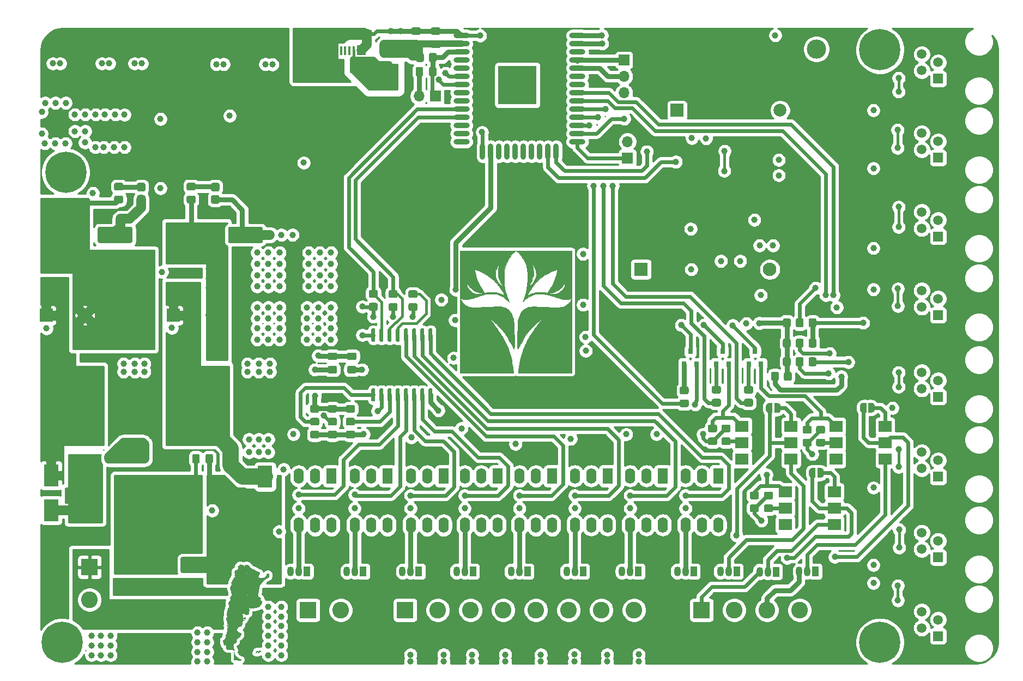
<source format=gtl>
G04 #@! TF.GenerationSoftware,KiCad,Pcbnew,5.1.10*
G04 #@! TF.CreationDate,2021-10-17T19:13:25-03:00*
G04 #@! TF.ProjectId,tesis,74657369-732e-46b6-9963-61645f706362,v1.0*
G04 #@! TF.SameCoordinates,Original*
G04 #@! TF.FileFunction,Copper,L1,Top*
G04 #@! TF.FilePolarity,Positive*
%FSLAX46Y46*%
G04 Gerber Fmt 4.6, Leading zero omitted, Abs format (unit mm)*
G04 Created by KiCad (PCBNEW 5.1.10) date 2021-10-17 19:13:25*
%MOMM*%
%LPD*%
G01*
G04 APERTURE LIST*
G04 #@! TA.AperFunction,EtchedComponent*
%ADD10C,0.010000*%
G04 #@! TD*
G04 #@! TA.AperFunction,ComponentPad*
%ADD11C,2.100000*%
G04 #@! TD*
G04 #@! TA.AperFunction,ComponentPad*
%ADD12R,2.100000X2.100000*%
G04 #@! TD*
G04 #@! TA.AperFunction,ComponentPad*
%ADD13C,2.000000*%
G04 #@! TD*
G04 #@! TA.AperFunction,ComponentPad*
%ADD14R,2.000000X2.000000*%
G04 #@! TD*
G04 #@! TA.AperFunction,ComponentPad*
%ADD15R,2.600000X2.600000*%
G04 #@! TD*
G04 #@! TA.AperFunction,ComponentPad*
%ADD16C,2.600000*%
G04 #@! TD*
G04 #@! TA.AperFunction,ComponentPad*
%ADD17R,1.520000X1.520000*%
G04 #@! TD*
G04 #@! TA.AperFunction,ComponentPad*
%ADD18C,1.520000*%
G04 #@! TD*
G04 #@! TA.AperFunction,SMDPad,CuDef*
%ADD19O,2.500000X0.900000*%
G04 #@! TD*
G04 #@! TA.AperFunction,SMDPad,CuDef*
%ADD20O,0.900000X2.500000*%
G04 #@! TD*
G04 #@! TA.AperFunction,SMDPad,CuDef*
%ADD21R,6.000000X6.000000*%
G04 #@! TD*
G04 #@! TA.AperFunction,SMDPad,CuDef*
%ADD22R,2.300000X3.500000*%
G04 #@! TD*
G04 #@! TA.AperFunction,ComponentPad*
%ADD23O,1.700000X1.700000*%
G04 #@! TD*
G04 #@! TA.AperFunction,ComponentPad*
%ADD24R,1.700000X1.700000*%
G04 #@! TD*
G04 #@! TA.AperFunction,ComponentPad*
%ADD25O,1.050000X1.500000*%
G04 #@! TD*
G04 #@! TA.AperFunction,ComponentPad*
%ADD26R,1.050000X1.500000*%
G04 #@! TD*
G04 #@! TA.AperFunction,ComponentPad*
%ADD27O,1.600000X2.400000*%
G04 #@! TD*
G04 #@! TA.AperFunction,ComponentPad*
%ADD28R,1.600000X2.400000*%
G04 #@! TD*
G04 #@! TA.AperFunction,SMDPad,CuDef*
%ADD29R,0.800000X0.900000*%
G04 #@! TD*
G04 #@! TA.AperFunction,ComponentPad*
%ADD30C,6.400000*%
G04 #@! TD*
G04 #@! TA.AperFunction,ComponentPad*
%ADD31C,0.800000*%
G04 #@! TD*
G04 #@! TA.AperFunction,SMDPad,CuDef*
%ADD32R,2.000000X1.780000*%
G04 #@! TD*
G04 #@! TA.AperFunction,SMDPad,CuDef*
%ADD33R,1.000000X1.900000*%
G04 #@! TD*
G04 #@! TA.AperFunction,SMDPad,CuDef*
%ADD34R,1.800000X1.900000*%
G04 #@! TD*
G04 #@! TA.AperFunction,SMDPad,CuDef*
%ADD35R,1.650000X1.300000*%
G04 #@! TD*
G04 #@! TA.AperFunction,SMDPad,CuDef*
%ADD36R,1.425000X1.550000*%
G04 #@! TD*
G04 #@! TA.AperFunction,SMDPad,CuDef*
%ADD37R,0.450000X1.380000*%
G04 #@! TD*
G04 #@! TA.AperFunction,ComponentPad*
%ADD38C,3.000000*%
G04 #@! TD*
G04 #@! TA.AperFunction,SMDPad,CuDef*
%ADD39C,0.100000*%
G04 #@! TD*
G04 #@! TA.AperFunction,ViaPad*
%ADD40C,1.000000*%
G04 #@! TD*
G04 #@! TA.AperFunction,Conductor*
%ADD41C,0.800000*%
G04 #@! TD*
G04 #@! TA.AperFunction,Conductor*
%ADD42C,0.600000*%
G04 #@! TD*
G04 #@! TA.AperFunction,Conductor*
%ADD43C,1.500000*%
G04 #@! TD*
G04 #@! TA.AperFunction,Conductor*
%ADD44C,1.000000*%
G04 #@! TD*
G04 #@! TA.AperFunction,Conductor*
%ADD45C,2.500000*%
G04 #@! TD*
G04 #@! TA.AperFunction,Conductor*
%ADD46C,0.400000*%
G04 #@! TD*
G04 #@! TA.AperFunction,Conductor*
%ADD47C,0.254000*%
G04 #@! TD*
G04 #@! TA.AperFunction,Conductor*
%ADD48C,0.100000*%
G04 #@! TD*
G04 #@! TA.AperFunction,NonConductor*
%ADD49C,0.254000*%
G04 #@! TD*
G04 #@! TA.AperFunction,NonConductor*
%ADD50C,0.100000*%
G04 #@! TD*
G04 APERTURE END LIST*
D10*
G36*
X91223280Y-126591750D02*
G01*
X91246023Y-126612834D01*
X91255057Y-126614429D01*
X91283453Y-126626813D01*
X91310786Y-126650714D01*
X91342950Y-126674173D01*
X91391331Y-126685099D01*
X91440598Y-126687000D01*
X91504059Y-126691414D01*
X91534959Y-126706917D01*
X91536198Y-126736901D01*
X91516450Y-126775742D01*
X91508021Y-126815749D01*
X91513604Y-126873128D01*
X91529885Y-126933371D01*
X91553551Y-126981967D01*
X91567047Y-126997305D01*
X91586054Y-127030124D01*
X91592000Y-127066185D01*
X91607862Y-127133691D01*
X91652636Y-127181657D01*
X91714986Y-127204338D01*
X91769502Y-127216538D01*
X91812997Y-127232011D01*
X91816389Y-127233767D01*
X91853631Y-127242385D01*
X91869911Y-127232775D01*
X91893543Y-127215616D01*
X91908373Y-127223680D01*
X91916069Y-127260512D01*
X91918299Y-127329657D01*
X91918294Y-127335607D01*
X91915975Y-127413543D01*
X91907054Y-127464774D01*
X91887942Y-127498755D01*
X91855051Y-127524941D01*
X91843915Y-127531572D01*
X91792032Y-127560130D01*
X91762105Y-127571510D01*
X91745287Y-127567712D01*
X91735866Y-127555965D01*
X91714185Y-127540245D01*
X91687804Y-127549857D01*
X91643428Y-127559908D01*
X91610143Y-127555062D01*
X91554931Y-127540080D01*
X91516392Y-127531342D01*
X91468175Y-127504831D01*
X91426672Y-127453566D01*
X91396999Y-127408663D01*
X91372145Y-127377681D01*
X91366209Y-127372410D01*
X91334038Y-127350687D01*
X91321915Y-127342593D01*
X91305391Y-127314561D01*
X91294863Y-127263602D01*
X91293280Y-127242382D01*
X91289465Y-127184907D01*
X91278995Y-127153572D01*
X91254092Y-127138247D01*
X91206977Y-127128805D01*
X91205933Y-127128635D01*
X91149998Y-127130803D01*
X91118866Y-127159432D01*
X91112588Y-127214452D01*
X91118514Y-127250643D01*
X91122471Y-127321564D01*
X91112823Y-127370106D01*
X91093072Y-127427224D01*
X91015964Y-127390741D01*
X90970465Y-127366085D01*
X90942776Y-127345048D01*
X90938857Y-127338129D01*
X90927222Y-127314576D01*
X90903378Y-127286521D01*
X90885612Y-127266936D01*
X90878075Y-127247379D01*
X90881192Y-127218426D01*
X90895386Y-127170655D01*
X90910620Y-127125437D01*
X90953341Y-126999833D01*
X90914349Y-126960375D01*
X90889011Y-126931730D01*
X90888880Y-126915571D01*
X90907107Y-126902843D01*
X90933487Y-126876656D01*
X90938857Y-126859678D01*
X90953869Y-126834026D01*
X90972390Y-126823945D01*
X91005766Y-126799909D01*
X91024853Y-126771755D01*
X91058676Y-126735246D01*
X91116063Y-126708552D01*
X91165535Y-126688675D01*
X91190939Y-126660712D01*
X91201368Y-126627984D01*
X91212100Y-126594945D01*
X91221847Y-126589075D01*
X91223280Y-126591750D01*
G37*
X91223280Y-126591750D02*
X91246023Y-126612834D01*
X91255057Y-126614429D01*
X91283453Y-126626813D01*
X91310786Y-126650714D01*
X91342950Y-126674173D01*
X91391331Y-126685099D01*
X91440598Y-126687000D01*
X91504059Y-126691414D01*
X91534959Y-126706917D01*
X91536198Y-126736901D01*
X91516450Y-126775742D01*
X91508021Y-126815749D01*
X91513604Y-126873128D01*
X91529885Y-126933371D01*
X91553551Y-126981967D01*
X91567047Y-126997305D01*
X91586054Y-127030124D01*
X91592000Y-127066185D01*
X91607862Y-127133691D01*
X91652636Y-127181657D01*
X91714986Y-127204338D01*
X91769502Y-127216538D01*
X91812997Y-127232011D01*
X91816389Y-127233767D01*
X91853631Y-127242385D01*
X91869911Y-127232775D01*
X91893543Y-127215616D01*
X91908373Y-127223680D01*
X91916069Y-127260512D01*
X91918299Y-127329657D01*
X91918294Y-127335607D01*
X91915975Y-127413543D01*
X91907054Y-127464774D01*
X91887942Y-127498755D01*
X91855051Y-127524941D01*
X91843915Y-127531572D01*
X91792032Y-127560130D01*
X91762105Y-127571510D01*
X91745287Y-127567712D01*
X91735866Y-127555965D01*
X91714185Y-127540245D01*
X91687804Y-127549857D01*
X91643428Y-127559908D01*
X91610143Y-127555062D01*
X91554931Y-127540080D01*
X91516392Y-127531342D01*
X91468175Y-127504831D01*
X91426672Y-127453566D01*
X91396999Y-127408663D01*
X91372145Y-127377681D01*
X91366209Y-127372410D01*
X91334038Y-127350687D01*
X91321915Y-127342593D01*
X91305391Y-127314561D01*
X91294863Y-127263602D01*
X91293280Y-127242382D01*
X91289465Y-127184907D01*
X91278995Y-127153572D01*
X91254092Y-127138247D01*
X91206977Y-127128805D01*
X91205933Y-127128635D01*
X91149998Y-127130803D01*
X91118866Y-127159432D01*
X91112588Y-127214452D01*
X91118514Y-127250643D01*
X91122471Y-127321564D01*
X91112823Y-127370106D01*
X91093072Y-127427224D01*
X91015964Y-127390741D01*
X90970465Y-127366085D01*
X90942776Y-127345048D01*
X90938857Y-127338129D01*
X90927222Y-127314576D01*
X90903378Y-127286521D01*
X90885612Y-127266936D01*
X90878075Y-127247379D01*
X90881192Y-127218426D01*
X90895386Y-127170655D01*
X90910620Y-127125437D01*
X90953341Y-126999833D01*
X90914349Y-126960375D01*
X90889011Y-126931730D01*
X90888880Y-126915571D01*
X90907107Y-126902843D01*
X90933487Y-126876656D01*
X90938857Y-126859678D01*
X90953869Y-126834026D01*
X90972390Y-126823945D01*
X91005766Y-126799909D01*
X91024853Y-126771755D01*
X91058676Y-126735246D01*
X91116063Y-126708552D01*
X91165535Y-126688675D01*
X91190939Y-126660712D01*
X91201368Y-126627984D01*
X91212100Y-126594945D01*
X91221847Y-126589075D01*
X91223280Y-126591750D01*
G36*
X92345691Y-126654591D02*
G01*
X92376583Y-126659887D01*
X92389079Y-126669637D01*
X92390286Y-126676071D01*
X92405295Y-126703151D01*
X92423189Y-126713141D01*
X92455759Y-126731248D01*
X92500396Y-126765084D01*
X92521701Y-126783679D01*
X92587310Y-126843774D01*
X92586463Y-127169066D01*
X92585559Y-127291930D01*
X92583297Y-127383793D01*
X92579263Y-127449930D01*
X92573041Y-127495612D01*
X92564215Y-127526113D01*
X92557252Y-127539714D01*
X92535543Y-127569788D01*
X92495480Y-127621111D01*
X92442189Y-127687266D01*
X92380792Y-127761836D01*
X92360039Y-127786703D01*
X92191190Y-127988335D01*
X92038430Y-127984353D01*
X91885670Y-127980372D01*
X91844316Y-128084487D01*
X91820396Y-128141744D01*
X91800031Y-128173820D01*
X91773642Y-128189363D01*
X91731655Y-128197018D01*
X91717844Y-128198684D01*
X91633863Y-128202950D01*
X91579058Y-128191393D01*
X91549466Y-128162969D01*
X91545605Y-128153300D01*
X91525496Y-128127567D01*
X91507234Y-128128045D01*
X91469595Y-128135734D01*
X91426782Y-128138429D01*
X91381813Y-128147909D01*
X91357037Y-128181447D01*
X91356625Y-128182518D01*
X91340722Y-128212532D01*
X91317775Y-128215029D01*
X91293716Y-128205197D01*
X91260077Y-128185308D01*
X91247427Y-128170179D01*
X91235235Y-128154663D01*
X91207082Y-128158242D01*
X91174785Y-128176660D01*
X91150431Y-128205130D01*
X91124989Y-128253688D01*
X91101779Y-128209665D01*
X91080736Y-128173886D01*
X91067258Y-128156571D01*
X91050292Y-128136059D01*
X91025801Y-128100052D01*
X91009523Y-128054509D01*
X91022712Y-128022735D01*
X91060415Y-128011429D01*
X91073161Y-127995774D01*
X91081654Y-127957931D01*
X91085062Y-127911585D01*
X91082554Y-127870419D01*
X91073299Y-127848117D01*
X91070393Y-127847109D01*
X91048081Y-127846011D01*
X90996773Y-127843746D01*
X90923725Y-127840627D01*
X90836197Y-127836968D01*
X90821083Y-127836343D01*
X90691578Y-127830191D01*
X90594109Y-127823369D01*
X90524428Y-127815134D01*
X90478285Y-127804740D01*
X90451432Y-127791441D01*
X90439620Y-127774492D01*
X90438463Y-127769232D01*
X90422755Y-127730055D01*
X90402624Y-127701874D01*
X90383073Y-127675798D01*
X90384062Y-127652291D01*
X90404424Y-127617286D01*
X90430374Y-127581125D01*
X90458896Y-127553150D01*
X90497617Y-127528732D01*
X90554162Y-127503245D01*
X90636159Y-127472058D01*
X90655074Y-127465169D01*
X90732976Y-127435539D01*
X90783283Y-127412004D01*
X90813135Y-127390176D01*
X90829676Y-127365664D01*
X90833742Y-127355352D01*
X90852767Y-127314066D01*
X90870657Y-127308232D01*
X90890545Y-127337270D01*
X90893734Y-127344233D01*
X90923752Y-127382852D01*
X90957000Y-127405987D01*
X91026666Y-127438198D01*
X91071144Y-127456618D01*
X91097712Y-127463671D01*
X91113643Y-127461779D01*
X91117884Y-127459556D01*
X91140209Y-127428143D01*
X91156182Y-127372106D01*
X91163520Y-127302876D01*
X91161277Y-127242328D01*
X91157703Y-127190052D01*
X91163695Y-127164947D01*
X91180130Y-127158714D01*
X91224438Y-127174297D01*
X91250579Y-127215522D01*
X91253394Y-127273249D01*
X91251160Y-127314775D01*
X91265952Y-127345483D01*
X91304829Y-127379724D01*
X91306326Y-127380868D01*
X91351993Y-127424478D01*
X91386467Y-127472525D01*
X91391431Y-127482878D01*
X91416127Y-127524883D01*
X91443970Y-127549750D01*
X91443983Y-127549755D01*
X91491689Y-127565418D01*
X91557814Y-127582194D01*
X91624868Y-127595960D01*
X91664572Y-127601761D01*
X91714043Y-127611206D01*
X91742602Y-127620684D01*
X91780821Y-127621019D01*
X91816343Y-127596438D01*
X91851470Y-127569074D01*
X91877624Y-127557857D01*
X91912256Y-127547502D01*
X91935747Y-127513871D01*
X91949446Y-127453116D01*
X91954700Y-127361388D01*
X91954857Y-127337457D01*
X91954857Y-127174077D01*
X91895893Y-127178215D01*
X91840806Y-127177769D01*
X91773321Y-127171695D01*
X91750246Y-127168398D01*
X91680249Y-127148196D01*
X91643112Y-127114599D01*
X91637428Y-127066156D01*
X91639966Y-127054468D01*
X91634378Y-127009333D01*
X91614545Y-126981688D01*
X91577067Y-126929947D01*
X91554014Y-126870310D01*
X91549643Y-126816339D01*
X91556034Y-126795260D01*
X91571347Y-126748289D01*
X91573857Y-126724479D01*
X91580839Y-126697684D01*
X91605612Y-126688410D01*
X91653923Y-126695906D01*
X91697292Y-126708358D01*
X91736402Y-126724247D01*
X91765373Y-126748695D01*
X91792226Y-126790743D01*
X91818341Y-126844806D01*
X91852877Y-126912416D01*
X91879652Y-126945597D01*
X91900063Y-126945033D01*
X91915506Y-126911407D01*
X91919522Y-126894286D01*
X91934028Y-126841968D01*
X91948795Y-126804929D01*
X91970000Y-126762197D01*
X91993386Y-126714214D01*
X92019658Y-126659786D01*
X92204972Y-126654615D01*
X92290467Y-126653063D01*
X92345691Y-126654591D01*
G37*
X92345691Y-126654591D02*
X92376583Y-126659887D01*
X92389079Y-126669637D01*
X92390286Y-126676071D01*
X92405295Y-126703151D01*
X92423189Y-126713141D01*
X92455759Y-126731248D01*
X92500396Y-126765084D01*
X92521701Y-126783679D01*
X92587310Y-126843774D01*
X92586463Y-127169066D01*
X92585559Y-127291930D01*
X92583297Y-127383793D01*
X92579263Y-127449930D01*
X92573041Y-127495612D01*
X92564215Y-127526113D01*
X92557252Y-127539714D01*
X92535543Y-127569788D01*
X92495480Y-127621111D01*
X92442189Y-127687266D01*
X92380792Y-127761836D01*
X92360039Y-127786703D01*
X92191190Y-127988335D01*
X92038430Y-127984353D01*
X91885670Y-127980372D01*
X91844316Y-128084487D01*
X91820396Y-128141744D01*
X91800031Y-128173820D01*
X91773642Y-128189363D01*
X91731655Y-128197018D01*
X91717844Y-128198684D01*
X91633863Y-128202950D01*
X91579058Y-128191393D01*
X91549466Y-128162969D01*
X91545605Y-128153300D01*
X91525496Y-128127567D01*
X91507234Y-128128045D01*
X91469595Y-128135734D01*
X91426782Y-128138429D01*
X91381813Y-128147909D01*
X91357037Y-128181447D01*
X91356625Y-128182518D01*
X91340722Y-128212532D01*
X91317775Y-128215029D01*
X91293716Y-128205197D01*
X91260077Y-128185308D01*
X91247427Y-128170179D01*
X91235235Y-128154663D01*
X91207082Y-128158242D01*
X91174785Y-128176660D01*
X91150431Y-128205130D01*
X91124989Y-128253688D01*
X91101779Y-128209665D01*
X91080736Y-128173886D01*
X91067258Y-128156571D01*
X91050292Y-128136059D01*
X91025801Y-128100052D01*
X91009523Y-128054509D01*
X91022712Y-128022735D01*
X91060415Y-128011429D01*
X91073161Y-127995774D01*
X91081654Y-127957931D01*
X91085062Y-127911585D01*
X91082554Y-127870419D01*
X91073299Y-127848117D01*
X91070393Y-127847109D01*
X91048081Y-127846011D01*
X90996773Y-127843746D01*
X90923725Y-127840627D01*
X90836197Y-127836968D01*
X90821083Y-127836343D01*
X90691578Y-127830191D01*
X90594109Y-127823369D01*
X90524428Y-127815134D01*
X90478285Y-127804740D01*
X90451432Y-127791441D01*
X90439620Y-127774492D01*
X90438463Y-127769232D01*
X90422755Y-127730055D01*
X90402624Y-127701874D01*
X90383073Y-127675798D01*
X90384062Y-127652291D01*
X90404424Y-127617286D01*
X90430374Y-127581125D01*
X90458896Y-127553150D01*
X90497617Y-127528732D01*
X90554162Y-127503245D01*
X90636159Y-127472058D01*
X90655074Y-127465169D01*
X90732976Y-127435539D01*
X90783283Y-127412004D01*
X90813135Y-127390176D01*
X90829676Y-127365664D01*
X90833742Y-127355352D01*
X90852767Y-127314066D01*
X90870657Y-127308232D01*
X90890545Y-127337270D01*
X90893734Y-127344233D01*
X90923752Y-127382852D01*
X90957000Y-127405987D01*
X91026666Y-127438198D01*
X91071144Y-127456618D01*
X91097712Y-127463671D01*
X91113643Y-127461779D01*
X91117884Y-127459556D01*
X91140209Y-127428143D01*
X91156182Y-127372106D01*
X91163520Y-127302876D01*
X91161277Y-127242328D01*
X91157703Y-127190052D01*
X91163695Y-127164947D01*
X91180130Y-127158714D01*
X91224438Y-127174297D01*
X91250579Y-127215522D01*
X91253394Y-127273249D01*
X91251160Y-127314775D01*
X91265952Y-127345483D01*
X91304829Y-127379724D01*
X91306326Y-127380868D01*
X91351993Y-127424478D01*
X91386467Y-127472525D01*
X91391431Y-127482878D01*
X91416127Y-127524883D01*
X91443970Y-127549750D01*
X91443983Y-127549755D01*
X91491689Y-127565418D01*
X91557814Y-127582194D01*
X91624868Y-127595960D01*
X91664572Y-127601761D01*
X91714043Y-127611206D01*
X91742602Y-127620684D01*
X91780821Y-127621019D01*
X91816343Y-127596438D01*
X91851470Y-127569074D01*
X91877624Y-127557857D01*
X91912256Y-127547502D01*
X91935747Y-127513871D01*
X91949446Y-127453116D01*
X91954700Y-127361388D01*
X91954857Y-127337457D01*
X91954857Y-127174077D01*
X91895893Y-127178215D01*
X91840806Y-127177769D01*
X91773321Y-127171695D01*
X91750246Y-127168398D01*
X91680249Y-127148196D01*
X91643112Y-127114599D01*
X91637428Y-127066156D01*
X91639966Y-127054468D01*
X91634378Y-127009333D01*
X91614545Y-126981688D01*
X91577067Y-126929947D01*
X91554014Y-126870310D01*
X91549643Y-126816339D01*
X91556034Y-126795260D01*
X91571347Y-126748289D01*
X91573857Y-126724479D01*
X91580839Y-126697684D01*
X91605612Y-126688410D01*
X91653923Y-126695906D01*
X91697292Y-126708358D01*
X91736402Y-126724247D01*
X91765373Y-126748695D01*
X91792226Y-126790743D01*
X91818341Y-126844806D01*
X91852877Y-126912416D01*
X91879652Y-126945597D01*
X91900063Y-126945033D01*
X91915506Y-126911407D01*
X91919522Y-126894286D01*
X91934028Y-126841968D01*
X91948795Y-126804929D01*
X91970000Y-126762197D01*
X91993386Y-126714214D01*
X92019658Y-126659786D01*
X92204972Y-126654615D01*
X92290467Y-126653063D01*
X92345691Y-126654591D01*
G36*
X92707395Y-127004985D02*
G01*
X92752391Y-127059721D01*
X92793488Y-127104211D01*
X92822069Y-127129153D01*
X92822863Y-127129632D01*
X92859993Y-127150803D01*
X92911547Y-127179592D01*
X92929340Y-127189419D01*
X92981307Y-127224444D01*
X93022841Y-127263331D01*
X93031061Y-127274158D01*
X93074318Y-127311252D01*
X93152336Y-127344605D01*
X93263731Y-127373691D01*
X93323641Y-127385120D01*
X93425356Y-127416476D01*
X93536054Y-127474693D01*
X93646821Y-127555067D01*
X93648654Y-127556599D01*
X93697479Y-127595105D01*
X93736791Y-127621816D01*
X93756083Y-127630429D01*
X93784655Y-127641205D01*
X93804000Y-127654889D01*
X93836845Y-127673950D01*
X93891460Y-127697759D01*
X93954673Y-127721273D01*
X94013317Y-127739447D01*
X94041286Y-127745768D01*
X94103039Y-127765467D01*
X94166570Y-127800405D01*
X94222808Y-127843650D01*
X94262681Y-127888267D01*
X94277143Y-127926025D01*
X94265931Y-127962201D01*
X94238301Y-128006634D01*
X94231786Y-128014737D01*
X94202285Y-128055943D01*
X94187014Y-128089281D01*
X94186429Y-128094045D01*
X94172541Y-128121626D01*
X94142429Y-128148279D01*
X94098385Y-128196159D01*
X94068915Y-128266492D01*
X94059429Y-128338486D01*
X94052257Y-128389500D01*
X94029858Y-128409256D01*
X93990905Y-128397915D01*
X93934071Y-128355643D01*
X93932389Y-128354174D01*
X93850422Y-128288426D01*
X93783957Y-128247878D01*
X93735708Y-128234052D01*
X93722184Y-128236318D01*
X93694345Y-128229782D01*
X93667307Y-128201345D01*
X93635184Y-128168782D01*
X93603771Y-128156571D01*
X93575449Y-128148099D01*
X93569572Y-128137368D01*
X93556997Y-128115991D01*
X93524265Y-128079557D01*
X93485143Y-128042118D01*
X93438237Y-127999176D01*
X93401679Y-127964447D01*
X93385631Y-127947929D01*
X93365302Y-127922996D01*
X93333125Y-127883095D01*
X93322634Y-127870026D01*
X93274224Y-127822544D01*
X93214612Y-127780141D01*
X93201034Y-127772673D01*
X93150157Y-127744077D01*
X93110725Y-127717339D01*
X93102234Y-127709969D01*
X93074900Y-127688960D01*
X93063188Y-127684857D01*
X93046183Y-127670275D01*
X93029304Y-127641074D01*
X92998521Y-127602468D01*
X92967428Y-127584238D01*
X92929102Y-127564468D01*
X92880222Y-127529407D01*
X92857793Y-127510437D01*
X92797481Y-127467918D01*
X92728803Y-127435418D01*
X92708114Y-127429047D01*
X92626143Y-127408407D01*
X92626143Y-126900348D01*
X92707395Y-127004985D01*
G37*
X92707395Y-127004985D02*
X92752391Y-127059721D01*
X92793488Y-127104211D01*
X92822069Y-127129153D01*
X92822863Y-127129632D01*
X92859993Y-127150803D01*
X92911547Y-127179592D01*
X92929340Y-127189419D01*
X92981307Y-127224444D01*
X93022841Y-127263331D01*
X93031061Y-127274158D01*
X93074318Y-127311252D01*
X93152336Y-127344605D01*
X93263731Y-127373691D01*
X93323641Y-127385120D01*
X93425356Y-127416476D01*
X93536054Y-127474693D01*
X93646821Y-127555067D01*
X93648654Y-127556599D01*
X93697479Y-127595105D01*
X93736791Y-127621816D01*
X93756083Y-127630429D01*
X93784655Y-127641205D01*
X93804000Y-127654889D01*
X93836845Y-127673950D01*
X93891460Y-127697759D01*
X93954673Y-127721273D01*
X94013317Y-127739447D01*
X94041286Y-127745768D01*
X94103039Y-127765467D01*
X94166570Y-127800405D01*
X94222808Y-127843650D01*
X94262681Y-127888267D01*
X94277143Y-127926025D01*
X94265931Y-127962201D01*
X94238301Y-128006634D01*
X94231786Y-128014737D01*
X94202285Y-128055943D01*
X94187014Y-128089281D01*
X94186429Y-128094045D01*
X94172541Y-128121626D01*
X94142429Y-128148279D01*
X94098385Y-128196159D01*
X94068915Y-128266492D01*
X94059429Y-128338486D01*
X94052257Y-128389500D01*
X94029858Y-128409256D01*
X93990905Y-128397915D01*
X93934071Y-128355643D01*
X93932389Y-128354174D01*
X93850422Y-128288426D01*
X93783957Y-128247878D01*
X93735708Y-128234052D01*
X93722184Y-128236318D01*
X93694345Y-128229782D01*
X93667307Y-128201345D01*
X93635184Y-128168782D01*
X93603771Y-128156571D01*
X93575449Y-128148099D01*
X93569572Y-128137368D01*
X93556997Y-128115991D01*
X93524265Y-128079557D01*
X93485143Y-128042118D01*
X93438237Y-127999176D01*
X93401679Y-127964447D01*
X93385631Y-127947929D01*
X93365302Y-127922996D01*
X93333125Y-127883095D01*
X93322634Y-127870026D01*
X93274224Y-127822544D01*
X93214612Y-127780141D01*
X93201034Y-127772673D01*
X93150157Y-127744077D01*
X93110725Y-127717339D01*
X93102234Y-127709969D01*
X93074900Y-127688960D01*
X93063188Y-127684857D01*
X93046183Y-127670275D01*
X93029304Y-127641074D01*
X92998521Y-127602468D01*
X92967428Y-127584238D01*
X92929102Y-127564468D01*
X92880222Y-127529407D01*
X92857793Y-127510437D01*
X92797481Y-127467918D01*
X92728803Y-127435418D01*
X92708114Y-127429047D01*
X92626143Y-127408407D01*
X92626143Y-126900348D01*
X92707395Y-127004985D01*
G36*
X91453142Y-128180118D02*
G01*
X91501900Y-128193142D01*
X91535726Y-128217908D01*
X91554806Y-128236441D01*
X91582903Y-128244904D01*
X91630120Y-128244974D01*
X91676333Y-128241269D01*
X91791572Y-128230508D01*
X91791572Y-128301495D01*
X91784823Y-128355765D01*
X91766822Y-128386264D01*
X91765475Y-128387087D01*
X91746224Y-128412083D01*
X91725959Y-128459721D01*
X91716211Y-128492310D01*
X91693943Y-128557058D01*
X91664566Y-128615507D01*
X91651593Y-128634214D01*
X91623603Y-128671641D01*
X91609861Y-128703567D01*
X91604353Y-128747240D01*
X91603039Y-128773429D01*
X91595671Y-128805108D01*
X91570093Y-128820009D01*
X91537644Y-128824804D01*
X91489697Y-128832802D01*
X91457665Y-128844247D01*
X91456002Y-128845438D01*
X91432463Y-128843459D01*
X91397570Y-128818425D01*
X91390645Y-128811620D01*
X91343091Y-128755956D01*
X91316636Y-128710135D01*
X91314170Y-128679787D01*
X91319808Y-128673673D01*
X91337829Y-128647347D01*
X91328731Y-128620617D01*
X91301714Y-128610143D01*
X91271484Y-128599882D01*
X91270866Y-128569992D01*
X91299860Y-128521817D01*
X91301714Y-128519429D01*
X91331529Y-128467203D01*
X91331345Y-128418447D01*
X91300271Y-128364306D01*
X91284136Y-128344943D01*
X91252092Y-128300112D01*
X91239600Y-128264259D01*
X91240720Y-128256369D01*
X91261658Y-128231121D01*
X91286402Y-128239009D01*
X91292643Y-128247286D01*
X91320955Y-128266078D01*
X91355372Y-128259251D01*
X91381292Y-128230981D01*
X91384761Y-128220939D01*
X91399622Y-128189529D01*
X91430408Y-128179617D01*
X91453142Y-128180118D01*
G37*
X91453142Y-128180118D02*
X91501900Y-128193142D01*
X91535726Y-128217908D01*
X91554806Y-128236441D01*
X91582903Y-128244904D01*
X91630120Y-128244974D01*
X91676333Y-128241269D01*
X91791572Y-128230508D01*
X91791572Y-128301495D01*
X91784823Y-128355765D01*
X91766822Y-128386264D01*
X91765475Y-128387087D01*
X91746224Y-128412083D01*
X91725959Y-128459721D01*
X91716211Y-128492310D01*
X91693943Y-128557058D01*
X91664566Y-128615507D01*
X91651593Y-128634214D01*
X91623603Y-128671641D01*
X91609861Y-128703567D01*
X91604353Y-128747240D01*
X91603039Y-128773429D01*
X91595671Y-128805108D01*
X91570093Y-128820009D01*
X91537644Y-128824804D01*
X91489697Y-128832802D01*
X91457665Y-128844247D01*
X91456002Y-128845438D01*
X91432463Y-128843459D01*
X91397570Y-128818425D01*
X91390645Y-128811620D01*
X91343091Y-128755956D01*
X91316636Y-128710135D01*
X91314170Y-128679787D01*
X91319808Y-128673673D01*
X91337829Y-128647347D01*
X91328731Y-128620617D01*
X91301714Y-128610143D01*
X91271484Y-128599882D01*
X91270866Y-128569992D01*
X91299860Y-128521817D01*
X91301714Y-128519429D01*
X91331529Y-128467203D01*
X91331345Y-128418447D01*
X91300271Y-128364306D01*
X91284136Y-128344943D01*
X91252092Y-128300112D01*
X91239600Y-128264259D01*
X91240720Y-128256369D01*
X91261658Y-128231121D01*
X91286402Y-128239009D01*
X91292643Y-128247286D01*
X91320955Y-128266078D01*
X91355372Y-128259251D01*
X91381292Y-128230981D01*
X91384761Y-128220939D01*
X91399622Y-128189529D01*
X91430408Y-128179617D01*
X91453142Y-128180118D01*
G36*
X92676036Y-127460236D02*
G01*
X92739861Y-127480717D01*
X92797334Y-127513248D01*
X92862441Y-127565852D01*
X92866588Y-127569547D01*
X92910767Y-127604868D01*
X92947249Y-127626836D01*
X92959722Y-127630429D01*
X92984700Y-127645506D01*
X92993360Y-127663286D01*
X93015304Y-127693741D01*
X93065590Y-127735479D01*
X93139442Y-127784957D01*
X93223227Y-127833791D01*
X93271933Y-127871330D01*
X93314079Y-127920662D01*
X93316528Y-127924505D01*
X93352771Y-127970836D01*
X93404057Y-128022433D01*
X93433681Y-128047714D01*
X93480628Y-128090317D01*
X93514912Y-128131453D01*
X93525578Y-128152036D01*
X93547738Y-128184709D01*
X93570510Y-128192857D01*
X93605398Y-128206698D01*
X93631645Y-128232611D01*
X93672991Y-128265445D01*
X93711946Y-128275997D01*
X93759112Y-128286854D01*
X93807698Y-128308969D01*
X93845380Y-128335453D01*
X93859857Y-128358679D01*
X93874847Y-128376561D01*
X93905679Y-128392605D01*
X93951802Y-128423513D01*
X93964395Y-128468169D01*
X93944614Y-128523954D01*
X93923654Y-128566456D01*
X93914317Y-128597217D01*
X93914286Y-128598240D01*
X93899530Y-128621212D01*
X93873465Y-128637671D01*
X93846532Y-128656530D01*
X93836358Y-128688921D01*
X93836522Y-128728152D01*
X93836887Y-128786292D01*
X93832763Y-128835447D01*
X93831641Y-128841464D01*
X93822880Y-128882286D01*
X93334440Y-128882286D01*
X93183247Y-128881632D01*
X93055660Y-128879739D01*
X92954465Y-128876704D01*
X92882447Y-128872627D01*
X92842392Y-128867607D01*
X92834998Y-128864487D01*
X92829648Y-128838064D01*
X92826778Y-128787208D01*
X92826851Y-128732951D01*
X92827697Y-128676053D01*
X92828203Y-128591802D01*
X92828350Y-128489128D01*
X92828119Y-128376962D01*
X92827749Y-128301714D01*
X92825794Y-127984214D01*
X92648861Y-127989265D01*
X92557707Y-127990014D01*
X92466675Y-127987666D01*
X92390889Y-127982712D01*
X92368843Y-127980194D01*
X92265756Y-127966071D01*
X92445438Y-127748357D01*
X92516680Y-127659372D01*
X92572253Y-127584461D01*
X92609371Y-127527630D01*
X92625246Y-127492882D01*
X92625631Y-127489476D01*
X92630918Y-127461083D01*
X92653053Y-127455740D01*
X92676036Y-127460236D01*
G37*
X92676036Y-127460236D02*
X92739861Y-127480717D01*
X92797334Y-127513248D01*
X92862441Y-127565852D01*
X92866588Y-127569547D01*
X92910767Y-127604868D01*
X92947249Y-127626836D01*
X92959722Y-127630429D01*
X92984700Y-127645506D01*
X92993360Y-127663286D01*
X93015304Y-127693741D01*
X93065590Y-127735479D01*
X93139442Y-127784957D01*
X93223227Y-127833791D01*
X93271933Y-127871330D01*
X93314079Y-127920662D01*
X93316528Y-127924505D01*
X93352771Y-127970836D01*
X93404057Y-128022433D01*
X93433681Y-128047714D01*
X93480628Y-128090317D01*
X93514912Y-128131453D01*
X93525578Y-128152036D01*
X93547738Y-128184709D01*
X93570510Y-128192857D01*
X93605398Y-128206698D01*
X93631645Y-128232611D01*
X93672991Y-128265445D01*
X93711946Y-128275997D01*
X93759112Y-128286854D01*
X93807698Y-128308969D01*
X93845380Y-128335453D01*
X93859857Y-128358679D01*
X93874847Y-128376561D01*
X93905679Y-128392605D01*
X93951802Y-128423513D01*
X93964395Y-128468169D01*
X93944614Y-128523954D01*
X93923654Y-128566456D01*
X93914317Y-128597217D01*
X93914286Y-128598240D01*
X93899530Y-128621212D01*
X93873465Y-128637671D01*
X93846532Y-128656530D01*
X93836358Y-128688921D01*
X93836522Y-128728152D01*
X93836887Y-128786292D01*
X93832763Y-128835447D01*
X93831641Y-128841464D01*
X93822880Y-128882286D01*
X93334440Y-128882286D01*
X93183247Y-128881632D01*
X93055660Y-128879739D01*
X92954465Y-128876704D01*
X92882447Y-128872627D01*
X92842392Y-128867607D01*
X92834998Y-128864487D01*
X92829648Y-128838064D01*
X92826778Y-128787208D01*
X92826851Y-128732951D01*
X92827697Y-128676053D01*
X92828203Y-128591802D01*
X92828350Y-128489128D01*
X92828119Y-128376962D01*
X92827749Y-128301714D01*
X92825794Y-127984214D01*
X92648861Y-127989265D01*
X92557707Y-127990014D01*
X92466675Y-127987666D01*
X92390889Y-127982712D01*
X92368843Y-127980194D01*
X92265756Y-127966071D01*
X92445438Y-127748357D01*
X92516680Y-127659372D01*
X92572253Y-127584461D01*
X92609371Y-127527630D01*
X92625246Y-127492882D01*
X92625631Y-127489476D01*
X92630918Y-127461083D01*
X92653053Y-127455740D01*
X92676036Y-127460236D01*
G36*
X95601320Y-128007260D02*
G01*
X95650684Y-128050774D01*
X95685808Y-128111263D01*
X95702054Y-128182290D01*
X95694783Y-128257418D01*
X95685507Y-128284247D01*
X95671143Y-128342360D01*
X95679515Y-128407157D01*
X95680402Y-128410536D01*
X95688958Y-128459842D01*
X95680768Y-128498444D01*
X95650996Y-128534524D01*
X95594805Y-128576261D01*
X95574624Y-128589467D01*
X95505633Y-128632559D01*
X95451880Y-128661625D01*
X95399081Y-128683737D01*
X95350995Y-128700181D01*
X95299298Y-128722703D01*
X95262313Y-128749167D01*
X95255138Y-128758498D01*
X95228262Y-128787409D01*
X95183139Y-128818689D01*
X95168858Y-128826472D01*
X95119621Y-128855394D01*
X95082450Y-128883809D01*
X95076529Y-128890031D01*
X95038157Y-128916301D01*
X94996702Y-128906423D01*
X94976939Y-128890061D01*
X94953435Y-128850268D01*
X94948429Y-128824167D01*
X94939127Y-128784911D01*
X94916109Y-128735021D01*
X94909578Y-128723922D01*
X94885959Y-128684693D01*
X94881313Y-128670745D01*
X94895396Y-128676582D01*
X94907799Y-128684212D01*
X94940236Y-128697316D01*
X94973220Y-128687882D01*
X94992614Y-128676079D01*
X95024473Y-128648003D01*
X95035433Y-128623430D01*
X95035315Y-128622833D01*
X95044040Y-128594987D01*
X95071595Y-128560209D01*
X95106104Y-128530896D01*
X95134393Y-128519404D01*
X95161446Y-128507535D01*
X95202111Y-128477803D01*
X95246665Y-128438955D01*
X95285381Y-128399745D01*
X95308534Y-128368920D01*
X95311286Y-128360237D01*
X95321940Y-128339466D01*
X95327834Y-128338000D01*
X95339001Y-128327254D01*
X95350774Y-128292112D01*
X95364352Y-128228221D01*
X95375309Y-128165643D01*
X95377973Y-128136753D01*
X95380662Y-128088834D01*
X95381094Y-128078669D01*
X95388480Y-128030360D01*
X95404592Y-128013382D01*
X95406536Y-128013543D01*
X95438881Y-128009741D01*
X95478429Y-127996902D01*
X95542356Y-127987158D01*
X95601320Y-128007260D01*
G37*
X95601320Y-128007260D02*
X95650684Y-128050774D01*
X95685808Y-128111263D01*
X95702054Y-128182290D01*
X95694783Y-128257418D01*
X95685507Y-128284247D01*
X95671143Y-128342360D01*
X95679515Y-128407157D01*
X95680402Y-128410536D01*
X95688958Y-128459842D01*
X95680768Y-128498444D01*
X95650996Y-128534524D01*
X95594805Y-128576261D01*
X95574624Y-128589467D01*
X95505633Y-128632559D01*
X95451880Y-128661625D01*
X95399081Y-128683737D01*
X95350995Y-128700181D01*
X95299298Y-128722703D01*
X95262313Y-128749167D01*
X95255138Y-128758498D01*
X95228262Y-128787409D01*
X95183139Y-128818689D01*
X95168858Y-128826472D01*
X95119621Y-128855394D01*
X95082450Y-128883809D01*
X95076529Y-128890031D01*
X95038157Y-128916301D01*
X94996702Y-128906423D01*
X94976939Y-128890061D01*
X94953435Y-128850268D01*
X94948429Y-128824167D01*
X94939127Y-128784911D01*
X94916109Y-128735021D01*
X94909578Y-128723922D01*
X94885959Y-128684693D01*
X94881313Y-128670745D01*
X94895396Y-128676582D01*
X94907799Y-128684212D01*
X94940236Y-128697316D01*
X94973220Y-128687882D01*
X94992614Y-128676079D01*
X95024473Y-128648003D01*
X95035433Y-128623430D01*
X95035315Y-128622833D01*
X95044040Y-128594987D01*
X95071595Y-128560209D01*
X95106104Y-128530896D01*
X95134393Y-128519404D01*
X95161446Y-128507535D01*
X95202111Y-128477803D01*
X95246665Y-128438955D01*
X95285381Y-128399745D01*
X95308534Y-128368920D01*
X95311286Y-128360237D01*
X95321940Y-128339466D01*
X95327834Y-128338000D01*
X95339001Y-128327254D01*
X95350774Y-128292112D01*
X95364352Y-128228221D01*
X95375309Y-128165643D01*
X95377973Y-128136753D01*
X95380662Y-128088834D01*
X95381094Y-128078669D01*
X95388480Y-128030360D01*
X95404592Y-128013382D01*
X95406536Y-128013543D01*
X95438881Y-128009741D01*
X95478429Y-127996902D01*
X95542356Y-127987158D01*
X95601320Y-128007260D01*
G36*
X90419650Y-127838168D02*
G01*
X90450296Y-127843178D01*
X90510059Y-127849799D01*
X90591843Y-127857355D01*
X90688550Y-127865171D01*
X90752893Y-127869853D01*
X90862280Y-127877682D01*
X90940625Y-127884226D01*
X90993100Y-127890537D01*
X91024873Y-127897667D01*
X91041115Y-127906668D01*
X91046995Y-127918593D01*
X91047714Y-127929856D01*
X91030955Y-127969826D01*
X91002357Y-127989985D01*
X90968378Y-128015353D01*
X90959990Y-128051572D01*
X90977885Y-128102432D01*
X91022756Y-128171722D01*
X91039703Y-128194235D01*
X91080470Y-128245882D01*
X91112477Y-128283957D01*
X91129691Y-128301332D01*
X91130684Y-128301714D01*
X91144632Y-128287910D01*
X91168898Y-128253654D01*
X91175865Y-128242750D01*
X91212768Y-128183786D01*
X91201105Y-128250160D01*
X91197088Y-128296813D01*
X91210097Y-128330243D01*
X91245578Y-128366552D01*
X91280681Y-128401262D01*
X91300253Y-128427283D01*
X91301714Y-128432102D01*
X91292429Y-128455188D01*
X91268805Y-128496485D01*
X91252514Y-128521982D01*
X91223871Y-128566788D01*
X91213963Y-128592394D01*
X91221496Y-128609857D01*
X91240299Y-128626276D01*
X91265804Y-128655108D01*
X91270926Y-128675295D01*
X91272968Y-128705142D01*
X91287455Y-128748486D01*
X91308309Y-128791882D01*
X91329452Y-128821881D01*
X91339871Y-128827857D01*
X91364517Y-128840642D01*
X91392875Y-128868679D01*
X91420974Y-128895885D01*
X91446646Y-128895827D01*
X91463572Y-128886822D01*
X91509267Y-128865918D01*
X91538325Y-128873125D01*
X91555735Y-128911548D01*
X91562320Y-128948318D01*
X91569554Y-129013764D01*
X91573569Y-129074680D01*
X91573857Y-129089424D01*
X91583165Y-129144601D01*
X91602538Y-129187302D01*
X91627794Y-129242805D01*
X91644764Y-129317423D01*
X91651947Y-129397097D01*
X91647841Y-129467770D01*
X91636577Y-129506158D01*
X91617615Y-129556044D01*
X91610143Y-129598088D01*
X91600533Y-129639953D01*
X91588372Y-129658800D01*
X91551710Y-129679955D01*
X91517766Y-129666250D01*
X91485462Y-129617068D01*
X91475532Y-129594325D01*
X91445776Y-129531683D01*
X91411516Y-129474534D01*
X91398425Y-129456929D01*
X91370310Y-129417083D01*
X91356449Y-129386172D01*
X91356143Y-129383090D01*
X91342285Y-129349071D01*
X91307746Y-129306957D01*
X91263080Y-129267121D01*
X91218840Y-129239934D01*
X91205928Y-129235454D01*
X91174781Y-129222829D01*
X91154686Y-129198665D01*
X91142002Y-129155000D01*
X91133089Y-129083872D01*
X91132198Y-129074202D01*
X91126729Y-129036560D01*
X91114816Y-129009182D01*
X91091496Y-128990698D01*
X91051808Y-128979739D01*
X90990789Y-128974937D01*
X90903475Y-128974923D01*
X90784907Y-128978328D01*
X90784643Y-128978337D01*
X90722628Y-128982579D01*
X90674197Y-128989714D01*
X90654018Y-128996187D01*
X90629109Y-128994232D01*
X90612673Y-128973723D01*
X90584950Y-128944620D01*
X90537287Y-128913006D01*
X90511977Y-128900190D01*
X90454010Y-128866346D01*
X90431194Y-128833898D01*
X90430857Y-128829625D01*
X90418952Y-128785994D01*
X90382175Y-128766287D01*
X90318937Y-128769862D01*
X90295903Y-128775040D01*
X90244543Y-128785440D01*
X90209124Y-128787925D01*
X90201172Y-128785648D01*
X90203602Y-128765487D01*
X90221199Y-128725068D01*
X90239067Y-128692351D01*
X90264136Y-128642112D01*
X90275963Y-128602802D01*
X90274720Y-128588888D01*
X90275715Y-128575542D01*
X90302714Y-128578815D01*
X90350046Y-128577521D01*
X90404931Y-128558162D01*
X90452560Y-128527818D01*
X90477632Y-128495169D01*
X90473560Y-128454820D01*
X90455260Y-128430534D01*
X90424310Y-128393504D01*
X90391996Y-128343440D01*
X90387643Y-128335546D01*
X90353500Y-128271864D01*
X90400685Y-128224679D01*
X90427423Y-128195962D01*
X90438364Y-128171584D01*
X90435299Y-128138512D01*
X90420037Y-128083769D01*
X90401466Y-128022928D01*
X90384900Y-127971464D01*
X90378312Y-127952493D01*
X90370561Y-127904236D01*
X90372825Y-127870983D01*
X90385785Y-127839383D01*
X90413196Y-127836462D01*
X90419650Y-127838168D01*
G37*
X90419650Y-127838168D02*
X90450296Y-127843178D01*
X90510059Y-127849799D01*
X90591843Y-127857355D01*
X90688550Y-127865171D01*
X90752893Y-127869853D01*
X90862280Y-127877682D01*
X90940625Y-127884226D01*
X90993100Y-127890537D01*
X91024873Y-127897667D01*
X91041115Y-127906668D01*
X91046995Y-127918593D01*
X91047714Y-127929856D01*
X91030955Y-127969826D01*
X91002357Y-127989985D01*
X90968378Y-128015353D01*
X90959990Y-128051572D01*
X90977885Y-128102432D01*
X91022756Y-128171722D01*
X91039703Y-128194235D01*
X91080470Y-128245882D01*
X91112477Y-128283957D01*
X91129691Y-128301332D01*
X91130684Y-128301714D01*
X91144632Y-128287910D01*
X91168898Y-128253654D01*
X91175865Y-128242750D01*
X91212768Y-128183786D01*
X91201105Y-128250160D01*
X91197088Y-128296813D01*
X91210097Y-128330243D01*
X91245578Y-128366552D01*
X91280681Y-128401262D01*
X91300253Y-128427283D01*
X91301714Y-128432102D01*
X91292429Y-128455188D01*
X91268805Y-128496485D01*
X91252514Y-128521982D01*
X91223871Y-128566788D01*
X91213963Y-128592394D01*
X91221496Y-128609857D01*
X91240299Y-128626276D01*
X91265804Y-128655108D01*
X91270926Y-128675295D01*
X91272968Y-128705142D01*
X91287455Y-128748486D01*
X91308309Y-128791882D01*
X91329452Y-128821881D01*
X91339871Y-128827857D01*
X91364517Y-128840642D01*
X91392875Y-128868679D01*
X91420974Y-128895885D01*
X91446646Y-128895827D01*
X91463572Y-128886822D01*
X91509267Y-128865918D01*
X91538325Y-128873125D01*
X91555735Y-128911548D01*
X91562320Y-128948318D01*
X91569554Y-129013764D01*
X91573569Y-129074680D01*
X91573857Y-129089424D01*
X91583165Y-129144601D01*
X91602538Y-129187302D01*
X91627794Y-129242805D01*
X91644764Y-129317423D01*
X91651947Y-129397097D01*
X91647841Y-129467770D01*
X91636577Y-129506158D01*
X91617615Y-129556044D01*
X91610143Y-129598088D01*
X91600533Y-129639953D01*
X91588372Y-129658800D01*
X91551710Y-129679955D01*
X91517766Y-129666250D01*
X91485462Y-129617068D01*
X91475532Y-129594325D01*
X91445776Y-129531683D01*
X91411516Y-129474534D01*
X91398425Y-129456929D01*
X91370310Y-129417083D01*
X91356449Y-129386172D01*
X91356143Y-129383090D01*
X91342285Y-129349071D01*
X91307746Y-129306957D01*
X91263080Y-129267121D01*
X91218840Y-129239934D01*
X91205928Y-129235454D01*
X91174781Y-129222829D01*
X91154686Y-129198665D01*
X91142002Y-129155000D01*
X91133089Y-129083872D01*
X91132198Y-129074202D01*
X91126729Y-129036560D01*
X91114816Y-129009182D01*
X91091496Y-128990698D01*
X91051808Y-128979739D01*
X90990789Y-128974937D01*
X90903475Y-128974923D01*
X90784907Y-128978328D01*
X90784643Y-128978337D01*
X90722628Y-128982579D01*
X90674197Y-128989714D01*
X90654018Y-128996187D01*
X90629109Y-128994232D01*
X90612673Y-128973723D01*
X90584950Y-128944620D01*
X90537287Y-128913006D01*
X90511977Y-128900190D01*
X90454010Y-128866346D01*
X90431194Y-128833898D01*
X90430857Y-128829625D01*
X90418952Y-128785994D01*
X90382175Y-128766287D01*
X90318937Y-128769862D01*
X90295903Y-128775040D01*
X90244543Y-128785440D01*
X90209124Y-128787925D01*
X90201172Y-128785648D01*
X90203602Y-128765487D01*
X90221199Y-128725068D01*
X90239067Y-128692351D01*
X90264136Y-128642112D01*
X90275963Y-128602802D01*
X90274720Y-128588888D01*
X90275715Y-128575542D01*
X90302714Y-128578815D01*
X90350046Y-128577521D01*
X90404931Y-128558162D01*
X90452560Y-128527818D01*
X90477632Y-128495169D01*
X90473560Y-128454820D01*
X90455260Y-128430534D01*
X90424310Y-128393504D01*
X90391996Y-128343440D01*
X90387643Y-128335546D01*
X90353500Y-128271864D01*
X90400685Y-128224679D01*
X90427423Y-128195962D01*
X90438364Y-128171584D01*
X90435299Y-128138512D01*
X90420037Y-128083769D01*
X90401466Y-128022928D01*
X90384900Y-127971464D01*
X90378312Y-127952493D01*
X90370561Y-127904236D01*
X90372825Y-127870983D01*
X90385785Y-127839383D01*
X90413196Y-127836462D01*
X90419650Y-127838168D01*
G36*
X92417213Y-128023256D02*
G01*
X92512320Y-128024540D01*
X92576250Y-128025665D01*
X92789429Y-128029571D01*
X92789177Y-128487679D01*
X92788926Y-128630437D01*
X92787901Y-128745175D01*
X92785429Y-128840158D01*
X92780841Y-128923653D01*
X92773464Y-129003923D01*
X92762627Y-129089235D01*
X92747659Y-129187855D01*
X92727887Y-129308047D01*
X92717524Y-129369712D01*
X92697264Y-129488813D01*
X92678778Y-129595218D01*
X92662963Y-129683960D01*
X92650712Y-129750072D01*
X92642920Y-129788586D01*
X92640669Y-129796468D01*
X92620749Y-129796588D01*
X92586524Y-129793274D01*
X92548058Y-129779157D01*
X92528201Y-129742226D01*
X92525635Y-129731709D01*
X92505673Y-129687119D01*
X92479075Y-129667182D01*
X92450327Y-129643024D01*
X92444715Y-129616444D01*
X92441765Y-129594043D01*
X92427608Y-129580483D01*
X92394283Y-129572479D01*
X92333828Y-129566744D01*
X92322250Y-129565900D01*
X92215882Y-129553853D01*
X92112023Y-129534329D01*
X92021904Y-129509876D01*
X91956754Y-129483045D01*
X91956387Y-129482840D01*
X91898221Y-129466913D01*
X91809667Y-129467698D01*
X91806708Y-129467961D01*
X91746496Y-129471936D01*
X91714014Y-129468902D01*
X91701120Y-129457306D01*
X91699460Y-129447530D01*
X91687031Y-129323167D01*
X91663126Y-129225606D01*
X91648306Y-129190714D01*
X91626999Y-129133604D01*
X91611415Y-129062581D01*
X91602415Y-128987850D01*
X91600856Y-128919614D01*
X91607598Y-128868078D01*
X91619289Y-128845939D01*
X91639070Y-128812360D01*
X91646429Y-128769290D01*
X91658701Y-128716385D01*
X91688862Y-128664739D01*
X91689198Y-128664339D01*
X91721107Y-128611110D01*
X91742193Y-128548674D01*
X91743404Y-128541984D01*
X91760571Y-128481931D01*
X91787507Y-128429237D01*
X91791350Y-128424046D01*
X91821009Y-128360347D01*
X91827857Y-128303810D01*
X91835051Y-128243994D01*
X91853436Y-128172234D01*
X91867680Y-128132429D01*
X91907502Y-128034871D01*
X92062715Y-128029664D01*
X92173350Y-128026128D01*
X92260677Y-128023949D01*
X92337648Y-128023025D01*
X92417213Y-128023256D01*
G37*
X92417213Y-128023256D02*
X92512320Y-128024540D01*
X92576250Y-128025665D01*
X92789429Y-128029571D01*
X92789177Y-128487679D01*
X92788926Y-128630437D01*
X92787901Y-128745175D01*
X92785429Y-128840158D01*
X92780841Y-128923653D01*
X92773464Y-129003923D01*
X92762627Y-129089235D01*
X92747659Y-129187855D01*
X92727887Y-129308047D01*
X92717524Y-129369712D01*
X92697264Y-129488813D01*
X92678778Y-129595218D01*
X92662963Y-129683960D01*
X92650712Y-129750072D01*
X92642920Y-129788586D01*
X92640669Y-129796468D01*
X92620749Y-129796588D01*
X92586524Y-129793274D01*
X92548058Y-129779157D01*
X92528201Y-129742226D01*
X92525635Y-129731709D01*
X92505673Y-129687119D01*
X92479075Y-129667182D01*
X92450327Y-129643024D01*
X92444715Y-129616444D01*
X92441765Y-129594043D01*
X92427608Y-129580483D01*
X92394283Y-129572479D01*
X92333828Y-129566744D01*
X92322250Y-129565900D01*
X92215882Y-129553853D01*
X92112023Y-129534329D01*
X92021904Y-129509876D01*
X91956754Y-129483045D01*
X91956387Y-129482840D01*
X91898221Y-129466913D01*
X91809667Y-129467698D01*
X91806708Y-129467961D01*
X91746496Y-129471936D01*
X91714014Y-129468902D01*
X91701120Y-129457306D01*
X91699460Y-129447530D01*
X91687031Y-129323167D01*
X91663126Y-129225606D01*
X91648306Y-129190714D01*
X91626999Y-129133604D01*
X91611415Y-129062581D01*
X91602415Y-128987850D01*
X91600856Y-128919614D01*
X91607598Y-128868078D01*
X91619289Y-128845939D01*
X91639070Y-128812360D01*
X91646429Y-128769290D01*
X91658701Y-128716385D01*
X91688862Y-128664739D01*
X91689198Y-128664339D01*
X91721107Y-128611110D01*
X91742193Y-128548674D01*
X91743404Y-128541984D01*
X91760571Y-128481931D01*
X91787507Y-128429237D01*
X91791350Y-128424046D01*
X91821009Y-128360347D01*
X91827857Y-128303810D01*
X91835051Y-128243994D01*
X91853436Y-128172234D01*
X91867680Y-128132429D01*
X91907502Y-128034871D01*
X92062715Y-128029664D01*
X92173350Y-128026128D01*
X92260677Y-128023949D01*
X92337648Y-128023025D01*
X92417213Y-128023256D01*
G36*
X94175029Y-128639506D02*
G01*
X94259000Y-128667259D01*
X94315184Y-128688540D01*
X94377752Y-128700213D01*
X94459391Y-128704287D01*
X94492731Y-128704306D01*
X94586944Y-128706695D01*
X94650915Y-128716011D01*
X94686969Y-128730796D01*
X94730334Y-128748125D01*
X94762633Y-128732800D01*
X94785813Y-128690023D01*
X94806617Y-128655506D01*
X94827139Y-128648363D01*
X94838961Y-128670088D01*
X94839572Y-128680493D01*
X94852187Y-128720445D01*
X94864770Y-128735470D01*
X94884443Y-128765134D01*
X94904018Y-128814900D01*
X94910117Y-128836400D01*
X94926010Y-128887057D01*
X94942545Y-128921309D01*
X94948419Y-128927637D01*
X94964008Y-128951972D01*
X94964729Y-128984281D01*
X94951707Y-129006903D01*
X94943230Y-129009286D01*
X94920839Y-129022871D01*
X94886000Y-129058215D01*
X94852164Y-129100000D01*
X94814076Y-129147470D01*
X94782668Y-129180306D01*
X94766648Y-129190714D01*
X94750697Y-129205341D01*
X94748857Y-129216903D01*
X94734555Y-129243574D01*
X94699983Y-129271949D01*
X94698402Y-129272896D01*
X94662678Y-129303422D01*
X94618658Y-129354056D01*
X94578400Y-129410111D01*
X94531119Y-129475123D01*
X94478245Y-129535959D01*
X94438355Y-129573357D01*
X94397391Y-129609976D01*
X94371962Y-129640745D01*
X94367857Y-129651470D01*
X94354431Y-129676008D01*
X94321336Y-129707906D01*
X94313429Y-129713988D01*
X94277638Y-129746845D01*
X94259540Y-129775977D01*
X94259000Y-129779999D01*
X94244931Y-129810702D01*
X94232828Y-129820415D01*
X94206116Y-129848219D01*
X94191306Y-129876557D01*
X94175448Y-129903242D01*
X94163050Y-129905145D01*
X94151239Y-129877194D01*
X94149830Y-129863512D01*
X94132937Y-129821947D01*
X94089607Y-129782771D01*
X94029528Y-129751786D01*
X93962388Y-129734798D01*
X93932429Y-129733267D01*
X93845807Y-129739562D01*
X93775430Y-129753082D01*
X93741712Y-129765963D01*
X93699247Y-129778959D01*
X93643486Y-129784221D01*
X93636224Y-129784127D01*
X93592019Y-129780543D01*
X93575834Y-129769465D01*
X93579449Y-129745215D01*
X93579528Y-129744978D01*
X93588119Y-129696537D01*
X93588635Y-129662429D01*
X93588650Y-129541417D01*
X93608185Y-129449182D01*
X93647820Y-129383548D01*
X93668073Y-129365281D01*
X93700307Y-129335985D01*
X93723051Y-129300161D01*
X93741347Y-129247442D01*
X93756953Y-129182582D01*
X93771591Y-129111294D01*
X93782352Y-129049978D01*
X93787196Y-129010438D01*
X93787286Y-129007143D01*
X93800668Y-128968681D01*
X93828107Y-128936699D01*
X93851685Y-128911346D01*
X93864506Y-128876495D01*
X93869814Y-128821015D01*
X93870554Y-128790938D01*
X93872179Y-128678223D01*
X93943125Y-128653528D01*
X94058214Y-128630945D01*
X94175029Y-128639506D01*
G37*
X94175029Y-128639506D02*
X94259000Y-128667259D01*
X94315184Y-128688540D01*
X94377752Y-128700213D01*
X94459391Y-128704287D01*
X94492731Y-128704306D01*
X94586944Y-128706695D01*
X94650915Y-128716011D01*
X94686969Y-128730796D01*
X94730334Y-128748125D01*
X94762633Y-128732800D01*
X94785813Y-128690023D01*
X94806617Y-128655506D01*
X94827139Y-128648363D01*
X94838961Y-128670088D01*
X94839572Y-128680493D01*
X94852187Y-128720445D01*
X94864770Y-128735470D01*
X94884443Y-128765134D01*
X94904018Y-128814900D01*
X94910117Y-128836400D01*
X94926010Y-128887057D01*
X94942545Y-128921309D01*
X94948419Y-128927637D01*
X94964008Y-128951972D01*
X94964729Y-128984281D01*
X94951707Y-129006903D01*
X94943230Y-129009286D01*
X94920839Y-129022871D01*
X94886000Y-129058215D01*
X94852164Y-129100000D01*
X94814076Y-129147470D01*
X94782668Y-129180306D01*
X94766648Y-129190714D01*
X94750697Y-129205341D01*
X94748857Y-129216903D01*
X94734555Y-129243574D01*
X94699983Y-129271949D01*
X94698402Y-129272896D01*
X94662678Y-129303422D01*
X94618658Y-129354056D01*
X94578400Y-129410111D01*
X94531119Y-129475123D01*
X94478245Y-129535959D01*
X94438355Y-129573357D01*
X94397391Y-129609976D01*
X94371962Y-129640745D01*
X94367857Y-129651470D01*
X94354431Y-129676008D01*
X94321336Y-129707906D01*
X94313429Y-129713988D01*
X94277638Y-129746845D01*
X94259540Y-129775977D01*
X94259000Y-129779999D01*
X94244931Y-129810702D01*
X94232828Y-129820415D01*
X94206116Y-129848219D01*
X94191306Y-129876557D01*
X94175448Y-129903242D01*
X94163050Y-129905145D01*
X94151239Y-129877194D01*
X94149830Y-129863512D01*
X94132937Y-129821947D01*
X94089607Y-129782771D01*
X94029528Y-129751786D01*
X93962388Y-129734798D01*
X93932429Y-129733267D01*
X93845807Y-129739562D01*
X93775430Y-129753082D01*
X93741712Y-129765963D01*
X93699247Y-129778959D01*
X93643486Y-129784221D01*
X93636224Y-129784127D01*
X93592019Y-129780543D01*
X93575834Y-129769465D01*
X93579449Y-129745215D01*
X93579528Y-129744978D01*
X93588119Y-129696537D01*
X93588635Y-129662429D01*
X93588650Y-129541417D01*
X93608185Y-129449182D01*
X93647820Y-129383548D01*
X93668073Y-129365281D01*
X93700307Y-129335985D01*
X93723051Y-129300161D01*
X93741347Y-129247442D01*
X93756953Y-129182582D01*
X93771591Y-129111294D01*
X93782352Y-129049978D01*
X93787196Y-129010438D01*
X93787286Y-129007143D01*
X93800668Y-128968681D01*
X93828107Y-128936699D01*
X93851685Y-128911346D01*
X93864506Y-128876495D01*
X93869814Y-128821015D01*
X93870554Y-128790938D01*
X93872179Y-128678223D01*
X93943125Y-128653528D01*
X94058214Y-128630945D01*
X94175029Y-128639506D01*
G36*
X90373329Y-128808781D02*
G01*
X90386803Y-128820506D01*
X90387382Y-128822206D01*
X90399489Y-128861823D01*
X90402742Y-128872350D01*
X90422997Y-128894739D01*
X90465403Y-128922217D01*
X90493456Y-128936304D01*
X90540889Y-128960909D01*
X90570736Y-128982156D01*
X90576000Y-128990300D01*
X90587572Y-129014890D01*
X90605371Y-129036065D01*
X90630343Y-129055537D01*
X90652390Y-129048629D01*
X90667728Y-129035583D01*
X90698935Y-129016463D01*
X90717483Y-129016095D01*
X90751365Y-129027638D01*
X90798637Y-129034222D01*
X90844292Y-129034907D01*
X90873319Y-129028752D01*
X90876219Y-129026035D01*
X90900022Y-129015429D01*
X90945366Y-129010399D01*
X90997925Y-129011055D01*
X91043366Y-129017505D01*
X91061926Y-129024615D01*
X91077662Y-129049752D01*
X91092940Y-129098325D01*
X91100538Y-129136358D01*
X91122916Y-129216843D01*
X91159095Y-129265629D01*
X91206267Y-129281429D01*
X91238159Y-129296258D01*
X91275322Y-129333376D01*
X91308712Y-129381733D01*
X91329281Y-129430275D01*
X91329771Y-129432333D01*
X91346392Y-129472757D01*
X91366937Y-129493243D01*
X91389318Y-129515595D01*
X91416102Y-129560432D01*
X91441470Y-129615420D01*
X91459606Y-129668228D01*
X91465000Y-129701116D01*
X91458272Y-129731569D01*
X91440128Y-129786505D01*
X91413628Y-129857133D01*
X91392429Y-129909562D01*
X91358891Y-129992785D01*
X91337630Y-130056113D01*
X91325880Y-130112674D01*
X91320878Y-130175595D01*
X91319857Y-130254181D01*
X91319123Y-130334291D01*
X91316099Y-130384746D01*
X91309552Y-130412163D01*
X91298250Y-130423157D01*
X91288107Y-130424628D01*
X91248474Y-130426768D01*
X91195805Y-130431682D01*
X91192857Y-130432012D01*
X91136504Y-130434531D01*
X91088711Y-130430634D01*
X91087894Y-130430466D01*
X91054823Y-130412016D01*
X91011542Y-130373127D01*
X90976653Y-130333461D01*
X90939125Y-130283735D01*
X90918860Y-130245342D01*
X90911381Y-130203612D01*
X90912213Y-130143875D01*
X90913147Y-130125322D01*
X90915143Y-130058241D01*
X90910389Y-130014715D01*
X90895805Y-129982197D01*
X90870174Y-129950225D01*
X90834011Y-129909639D01*
X90783707Y-129853152D01*
X90729242Y-129791967D01*
X90721143Y-129782868D01*
X90622438Y-129680912D01*
X90524553Y-129596424D01*
X90432298Y-129532773D01*
X90350485Y-129493324D01*
X90290250Y-129481299D01*
X90252479Y-129477713D01*
X90235619Y-129462680D01*
X90237618Y-129429044D01*
X90256423Y-129369648D01*
X90257426Y-129366828D01*
X90270422Y-129287588D01*
X90250144Y-129220237D01*
X90197667Y-129168094D01*
X90191781Y-129164485D01*
X90156559Y-129138719D01*
X90140649Y-129117284D01*
X90140572Y-129116251D01*
X90128364Y-129093026D01*
X90098366Y-129059299D01*
X90092204Y-129053442D01*
X90061973Y-129021786D01*
X90057307Y-129001694D01*
X90070572Y-128986273D01*
X90097328Y-128957179D01*
X90130740Y-128912516D01*
X90139613Y-128899331D01*
X90170940Y-128859282D01*
X90207467Y-128835546D01*
X90263024Y-128820032D01*
X90281056Y-128816573D01*
X90340717Y-128807610D01*
X90373329Y-128808781D01*
G37*
X90373329Y-128808781D02*
X90386803Y-128820506D01*
X90387382Y-128822206D01*
X90399489Y-128861823D01*
X90402742Y-128872350D01*
X90422997Y-128894739D01*
X90465403Y-128922217D01*
X90493456Y-128936304D01*
X90540889Y-128960909D01*
X90570736Y-128982156D01*
X90576000Y-128990300D01*
X90587572Y-129014890D01*
X90605371Y-129036065D01*
X90630343Y-129055537D01*
X90652390Y-129048629D01*
X90667728Y-129035583D01*
X90698935Y-129016463D01*
X90717483Y-129016095D01*
X90751365Y-129027638D01*
X90798637Y-129034222D01*
X90844292Y-129034907D01*
X90873319Y-129028752D01*
X90876219Y-129026035D01*
X90900022Y-129015429D01*
X90945366Y-129010399D01*
X90997925Y-129011055D01*
X91043366Y-129017505D01*
X91061926Y-129024615D01*
X91077662Y-129049752D01*
X91092940Y-129098325D01*
X91100538Y-129136358D01*
X91122916Y-129216843D01*
X91159095Y-129265629D01*
X91206267Y-129281429D01*
X91238159Y-129296258D01*
X91275322Y-129333376D01*
X91308712Y-129381733D01*
X91329281Y-129430275D01*
X91329771Y-129432333D01*
X91346392Y-129472757D01*
X91366937Y-129493243D01*
X91389318Y-129515595D01*
X91416102Y-129560432D01*
X91441470Y-129615420D01*
X91459606Y-129668228D01*
X91465000Y-129701116D01*
X91458272Y-129731569D01*
X91440128Y-129786505D01*
X91413628Y-129857133D01*
X91392429Y-129909562D01*
X91358891Y-129992785D01*
X91337630Y-130056113D01*
X91325880Y-130112674D01*
X91320878Y-130175595D01*
X91319857Y-130254181D01*
X91319123Y-130334291D01*
X91316099Y-130384746D01*
X91309552Y-130412163D01*
X91298250Y-130423157D01*
X91288107Y-130424628D01*
X91248474Y-130426768D01*
X91195805Y-130431682D01*
X91192857Y-130432012D01*
X91136504Y-130434531D01*
X91088711Y-130430634D01*
X91087894Y-130430466D01*
X91054823Y-130412016D01*
X91011542Y-130373127D01*
X90976653Y-130333461D01*
X90939125Y-130283735D01*
X90918860Y-130245342D01*
X90911381Y-130203612D01*
X90912213Y-130143875D01*
X90913147Y-130125322D01*
X90915143Y-130058241D01*
X90910389Y-130014715D01*
X90895805Y-129982197D01*
X90870174Y-129950225D01*
X90834011Y-129909639D01*
X90783707Y-129853152D01*
X90729242Y-129791967D01*
X90721143Y-129782868D01*
X90622438Y-129680912D01*
X90524553Y-129596424D01*
X90432298Y-129532773D01*
X90350485Y-129493324D01*
X90290250Y-129481299D01*
X90252479Y-129477713D01*
X90235619Y-129462680D01*
X90237618Y-129429044D01*
X90256423Y-129369648D01*
X90257426Y-129366828D01*
X90270422Y-129287588D01*
X90250144Y-129220237D01*
X90197667Y-129168094D01*
X90191781Y-129164485D01*
X90156559Y-129138719D01*
X90140649Y-129117284D01*
X90140572Y-129116251D01*
X90128364Y-129093026D01*
X90098366Y-129059299D01*
X90092204Y-129053442D01*
X90061973Y-129021786D01*
X90057307Y-129001694D01*
X90070572Y-128986273D01*
X90097328Y-128957179D01*
X90130740Y-128912516D01*
X90139613Y-128899331D01*
X90170940Y-128859282D01*
X90207467Y-128835546D01*
X90263024Y-128820032D01*
X90281056Y-128816573D01*
X90340717Y-128807610D01*
X90373329Y-128808781D01*
G36*
X90054531Y-129077322D02*
G01*
X90083164Y-129107815D01*
X90125974Y-129152677D01*
X90158300Y-129186252D01*
X90200041Y-129231790D01*
X90220428Y-129264503D01*
X90224513Y-129296456D01*
X90219069Y-129331395D01*
X90209258Y-129396872D01*
X90204675Y-129461117D01*
X90204654Y-129462857D01*
X90206786Y-129505107D01*
X90220891Y-129521219D01*
X90256918Y-129521284D01*
X90261806Y-129520826D01*
X90317040Y-129526037D01*
X90379899Y-129546518D01*
X90392424Y-129552476D01*
X90433714Y-129580504D01*
X90494354Y-129630935D01*
X90569447Y-129699180D01*
X90654093Y-129780649D01*
X90743396Y-129870751D01*
X90832173Y-129964588D01*
X90852212Y-129994203D01*
X90863673Y-130035414D01*
X90868726Y-130098222D01*
X90869491Y-130136610D01*
X90871554Y-130208176D01*
X90878624Y-130256259D01*
X90894491Y-130293642D01*
X90922948Y-130333109D01*
X90930544Y-130342451D01*
X90990347Y-130415357D01*
X90777799Y-130403175D01*
X90765207Y-130470297D01*
X90755247Y-130512839D01*
X90738980Y-130530278D01*
X90704292Y-130530755D01*
X90679836Y-130527656D01*
X90630854Y-130516965D01*
X90598864Y-130502418D01*
X90594920Y-130498258D01*
X90568385Y-130486128D01*
X90520238Y-130486874D01*
X90461848Y-130498246D01*
X90404588Y-130517994D01*
X90359827Y-130543867D01*
X90358364Y-130545075D01*
X90308510Y-130577090D01*
X90265783Y-130587250D01*
X90237880Y-130575093D01*
X90231286Y-130552664D01*
X90217416Y-130519093D01*
X90183558Y-130483767D01*
X90178898Y-130480310D01*
X90141206Y-130457210D01*
X90118569Y-130456585D01*
X90105680Y-130468106D01*
X90074331Y-130488526D01*
X90026394Y-130504133D01*
X90022633Y-130504876D01*
X89973338Y-130518957D01*
X89945187Y-130544697D01*
X89928175Y-130592919D01*
X89924153Y-130611394D01*
X89902134Y-130659227D01*
X89866395Y-130682793D01*
X89826471Y-130677944D01*
X89806855Y-130662414D01*
X89778833Y-130614950D01*
X89764973Y-130558390D01*
X89767817Y-130507932D01*
X89777677Y-130487974D01*
X89791151Y-130458921D01*
X89777714Y-130433500D01*
X89746587Y-130410433D01*
X89729687Y-130406286D01*
X89704919Y-130391159D01*
X89687203Y-130361461D01*
X89676875Y-130317308D01*
X89672415Y-130262758D01*
X89673565Y-130209367D01*
X89680070Y-130168692D01*
X89691673Y-130152288D01*
X89691837Y-130152286D01*
X89720762Y-130136543D01*
X89745833Y-130098345D01*
X89758646Y-130051234D01*
X89758995Y-130044035D01*
X89766117Y-129994340D01*
X89783245Y-129938435D01*
X89805676Y-129887489D01*
X89828708Y-129852671D01*
X89843261Y-129843857D01*
X89875613Y-129828254D01*
X89902309Y-129791456D01*
X89915382Y-129748479D01*
X89909857Y-129718350D01*
X89898469Y-129677629D01*
X89899938Y-129636974D01*
X89900509Y-129586308D01*
X89889486Y-129526780D01*
X89886604Y-129517385D01*
X89874150Y-129456170D01*
X89876339Y-129402090D01*
X89891593Y-129364946D01*
X89912909Y-129354000D01*
X89937678Y-129340335D01*
X89955039Y-129297205D01*
X89966261Y-129221402D01*
X89966487Y-129218920D01*
X89973306Y-129172496D01*
X89982406Y-129143734D01*
X89983902Y-129141765D01*
X89992990Y-129116307D01*
X89995429Y-129087905D01*
X90002342Y-129052516D01*
X90023268Y-129050466D01*
X90054531Y-129077322D01*
G37*
X90054531Y-129077322D02*
X90083164Y-129107815D01*
X90125974Y-129152677D01*
X90158300Y-129186252D01*
X90200041Y-129231790D01*
X90220428Y-129264503D01*
X90224513Y-129296456D01*
X90219069Y-129331395D01*
X90209258Y-129396872D01*
X90204675Y-129461117D01*
X90204654Y-129462857D01*
X90206786Y-129505107D01*
X90220891Y-129521219D01*
X90256918Y-129521284D01*
X90261806Y-129520826D01*
X90317040Y-129526037D01*
X90379899Y-129546518D01*
X90392424Y-129552476D01*
X90433714Y-129580504D01*
X90494354Y-129630935D01*
X90569447Y-129699180D01*
X90654093Y-129780649D01*
X90743396Y-129870751D01*
X90832173Y-129964588D01*
X90852212Y-129994203D01*
X90863673Y-130035414D01*
X90868726Y-130098222D01*
X90869491Y-130136610D01*
X90871554Y-130208176D01*
X90878624Y-130256259D01*
X90894491Y-130293642D01*
X90922948Y-130333109D01*
X90930544Y-130342451D01*
X90990347Y-130415357D01*
X90777799Y-130403175D01*
X90765207Y-130470297D01*
X90755247Y-130512839D01*
X90738980Y-130530278D01*
X90704292Y-130530755D01*
X90679836Y-130527656D01*
X90630854Y-130516965D01*
X90598864Y-130502418D01*
X90594920Y-130498258D01*
X90568385Y-130486128D01*
X90520238Y-130486874D01*
X90461848Y-130498246D01*
X90404588Y-130517994D01*
X90359827Y-130543867D01*
X90358364Y-130545075D01*
X90308510Y-130577090D01*
X90265783Y-130587250D01*
X90237880Y-130575093D01*
X90231286Y-130552664D01*
X90217416Y-130519093D01*
X90183558Y-130483767D01*
X90178898Y-130480310D01*
X90141206Y-130457210D01*
X90118569Y-130456585D01*
X90105680Y-130468106D01*
X90074331Y-130488526D01*
X90026394Y-130504133D01*
X90022633Y-130504876D01*
X89973338Y-130518957D01*
X89945187Y-130544697D01*
X89928175Y-130592919D01*
X89924153Y-130611394D01*
X89902134Y-130659227D01*
X89866395Y-130682793D01*
X89826471Y-130677944D01*
X89806855Y-130662414D01*
X89778833Y-130614950D01*
X89764973Y-130558390D01*
X89767817Y-130507932D01*
X89777677Y-130487974D01*
X89791151Y-130458921D01*
X89777714Y-130433500D01*
X89746587Y-130410433D01*
X89729687Y-130406286D01*
X89704919Y-130391159D01*
X89687203Y-130361461D01*
X89676875Y-130317308D01*
X89672415Y-130262758D01*
X89673565Y-130209367D01*
X89680070Y-130168692D01*
X89691673Y-130152288D01*
X89691837Y-130152286D01*
X89720762Y-130136543D01*
X89745833Y-130098345D01*
X89758646Y-130051234D01*
X89758995Y-130044035D01*
X89766117Y-129994340D01*
X89783245Y-129938435D01*
X89805676Y-129887489D01*
X89828708Y-129852671D01*
X89843261Y-129843857D01*
X89875613Y-129828254D01*
X89902309Y-129791456D01*
X89915382Y-129748479D01*
X89909857Y-129718350D01*
X89898469Y-129677629D01*
X89899938Y-129636974D01*
X89900509Y-129586308D01*
X89889486Y-129526780D01*
X89886604Y-129517385D01*
X89874150Y-129456170D01*
X89876339Y-129402090D01*
X89891593Y-129364946D01*
X89912909Y-129354000D01*
X89937678Y-129340335D01*
X89955039Y-129297205D01*
X89966261Y-129221402D01*
X89966487Y-129218920D01*
X89973306Y-129172496D01*
X89982406Y-129143734D01*
X89983902Y-129141765D01*
X89992990Y-129116307D01*
X89995429Y-129087905D01*
X90002342Y-129052516D01*
X90023268Y-129050466D01*
X90054531Y-129077322D01*
G36*
X93986787Y-129784312D02*
G01*
X94030105Y-129792680D01*
X94058958Y-129809280D01*
X94076264Y-129827371D01*
X94102241Y-129864690D01*
X94113254Y-129892433D01*
X94126782Y-129917251D01*
X94158957Y-129949201D01*
X94162947Y-129952409D01*
X94194719Y-129981942D01*
X94199966Y-130005705D01*
X94190161Y-130026051D01*
X94172056Y-130071532D01*
X94168286Y-130098512D01*
X94160063Y-130140580D01*
X94140219Y-130190212D01*
X94139595Y-130191427D01*
X94121133Y-130249825D01*
X94122280Y-130292232D01*
X94120467Y-130348416D01*
X94107533Y-130377426D01*
X94092610Y-130417209D01*
X94081662Y-130477762D01*
X94077991Y-130525183D01*
X94075842Y-130590230D01*
X94073883Y-130644805D01*
X94072883Y-130669357D01*
X94074594Y-130708894D01*
X94080884Y-130766209D01*
X94084549Y-130791711D01*
X94091052Y-130844465D01*
X94086861Y-130873481D01*
X94068351Y-130890612D01*
X94051801Y-130898786D01*
X94020212Y-130918684D01*
X93999215Y-130948820D01*
X93986560Y-130996298D01*
X93979995Y-131068225D01*
X93977916Y-131132000D01*
X93975496Y-131202006D01*
X93970336Y-131243567D01*
X93960223Y-131264519D01*
X93942944Y-131272699D01*
X93937938Y-131273566D01*
X93903685Y-131267309D01*
X93890890Y-131253336D01*
X93868786Y-131233301D01*
X93824040Y-131211908D01*
X93797866Y-131203059D01*
X93749293Y-131186027D01*
X93719341Y-131170345D01*
X93714715Y-131164325D01*
X93699948Y-131151760D01*
X93687254Y-131150143D01*
X93647477Y-131142446D01*
X93628290Y-131134922D01*
X93471864Y-131051745D01*
X93350252Y-130969514D01*
X93262073Y-130886560D01*
X93205948Y-130801218D01*
X93180500Y-130711819D01*
X93184348Y-130616695D01*
X93187394Y-130601709D01*
X93198208Y-130536050D01*
X93202912Y-130472481D01*
X93202837Y-130461637D01*
X93210855Y-130406302D01*
X93234164Y-130379994D01*
X93290915Y-130337635D01*
X93354977Y-130274332D01*
X93421154Y-130197199D01*
X93484253Y-130113349D01*
X93539076Y-130029892D01*
X93580430Y-129953944D01*
X93603119Y-129892615D01*
X93605857Y-129871117D01*
X93610138Y-129836207D01*
X93630602Y-129827481D01*
X93655368Y-129830949D01*
X93716376Y-129826057D01*
X93750618Y-129809352D01*
X93794423Y-129790064D01*
X93857914Y-129781481D01*
X93918118Y-129780981D01*
X93986787Y-129784312D01*
G37*
X93986787Y-129784312D02*
X94030105Y-129792680D01*
X94058958Y-129809280D01*
X94076264Y-129827371D01*
X94102241Y-129864690D01*
X94113254Y-129892433D01*
X94126782Y-129917251D01*
X94158957Y-129949201D01*
X94162947Y-129952409D01*
X94194719Y-129981942D01*
X94199966Y-130005705D01*
X94190161Y-130026051D01*
X94172056Y-130071532D01*
X94168286Y-130098512D01*
X94160063Y-130140580D01*
X94140219Y-130190212D01*
X94139595Y-130191427D01*
X94121133Y-130249825D01*
X94122280Y-130292232D01*
X94120467Y-130348416D01*
X94107533Y-130377426D01*
X94092610Y-130417209D01*
X94081662Y-130477762D01*
X94077991Y-130525183D01*
X94075842Y-130590230D01*
X94073883Y-130644805D01*
X94072883Y-130669357D01*
X94074594Y-130708894D01*
X94080884Y-130766209D01*
X94084549Y-130791711D01*
X94091052Y-130844465D01*
X94086861Y-130873481D01*
X94068351Y-130890612D01*
X94051801Y-130898786D01*
X94020212Y-130918684D01*
X93999215Y-130948820D01*
X93986560Y-130996298D01*
X93979995Y-131068225D01*
X93977916Y-131132000D01*
X93975496Y-131202006D01*
X93970336Y-131243567D01*
X93960223Y-131264519D01*
X93942944Y-131272699D01*
X93937938Y-131273566D01*
X93903685Y-131267309D01*
X93890890Y-131253336D01*
X93868786Y-131233301D01*
X93824040Y-131211908D01*
X93797866Y-131203059D01*
X93749293Y-131186027D01*
X93719341Y-131170345D01*
X93714715Y-131164325D01*
X93699948Y-131151760D01*
X93687254Y-131150143D01*
X93647477Y-131142446D01*
X93628290Y-131134922D01*
X93471864Y-131051745D01*
X93350252Y-130969514D01*
X93262073Y-130886560D01*
X93205948Y-130801218D01*
X93180500Y-130711819D01*
X93184348Y-130616695D01*
X93187394Y-130601709D01*
X93198208Y-130536050D01*
X93202912Y-130472481D01*
X93202837Y-130461637D01*
X93210855Y-130406302D01*
X93234164Y-130379994D01*
X93290915Y-130337635D01*
X93354977Y-130274332D01*
X93421154Y-130197199D01*
X93484253Y-130113349D01*
X93539076Y-130029892D01*
X93580430Y-129953944D01*
X93603119Y-129892615D01*
X93605857Y-129871117D01*
X93610138Y-129836207D01*
X93630602Y-129827481D01*
X93655368Y-129830949D01*
X93716376Y-129826057D01*
X93750618Y-129809352D01*
X93794423Y-129790064D01*
X93857914Y-129781481D01*
X93918118Y-129780981D01*
X93986787Y-129784312D01*
G36*
X93299966Y-128918572D02*
G01*
X93442066Y-128918716D01*
X93551917Y-128919336D01*
X93633557Y-128920709D01*
X93691021Y-128923116D01*
X93728345Y-128926834D01*
X93749568Y-128932142D01*
X93758725Y-128939320D01*
X93759853Y-128948646D01*
X93759565Y-128950322D01*
X93736250Y-129069719D01*
X93718262Y-129158744D01*
X93703910Y-129222628D01*
X93691503Y-129266599D01*
X93679352Y-129295886D01*
X93665765Y-129315720D01*
X93649053Y-129331330D01*
X93632194Y-129344368D01*
X93587367Y-129390207D01*
X93565166Y-129448787D01*
X93562055Y-129466821D01*
X93550107Y-129567769D01*
X93543597Y-129666185D01*
X93542711Y-129753018D01*
X93547631Y-129819219D01*
X93554297Y-129847600D01*
X93560932Y-129872595D01*
X93558497Y-129899463D01*
X93544172Y-129935265D01*
X93515139Y-129987062D01*
X93469028Y-130061209D01*
X93402545Y-130160210D01*
X93341783Y-130235683D01*
X93277953Y-130297355D01*
X93205838Y-130352460D01*
X93179172Y-130381295D01*
X93165556Y-130427009D01*
X93161698Y-130470389D01*
X93156229Y-130538114D01*
X93147692Y-130601585D01*
X93144104Y-130620265D01*
X93140706Y-130709645D01*
X93163941Y-130803095D01*
X93209312Y-130886038D01*
X93235174Y-130915493D01*
X93278292Y-130962496D01*
X93294810Y-130999680D01*
X93287708Y-131038243D01*
X93274750Y-131064211D01*
X93256462Y-131097071D01*
X93248752Y-131111130D01*
X93231320Y-131110209D01*
X93192438Y-131099885D01*
X93182093Y-131096570D01*
X93151839Y-131087676D01*
X93127792Y-131087344D01*
X93102698Y-131099679D01*
X93069303Y-131128787D01*
X93020354Y-131178773D01*
X93000950Y-131199083D01*
X92943892Y-131259816D01*
X92892122Y-131316605D01*
X92853924Y-131360300D01*
X92844042Y-131372393D01*
X92824510Y-131395174D01*
X92803626Y-131409694D01*
X92773229Y-131417811D01*
X92725156Y-131421383D01*
X92651245Y-131422267D01*
X92624826Y-131422286D01*
X92548966Y-131421471D01*
X92488878Y-131419275D01*
X92452270Y-131416070D01*
X92444715Y-131413579D01*
X92454673Y-131396598D01*
X92482214Y-131355213D01*
X92523832Y-131294549D01*
X92576024Y-131219731D01*
X92615773Y-131163375D01*
X92674752Y-131078177D01*
X92726547Y-130999715D01*
X92767219Y-130934244D01*
X92792825Y-130888020D01*
X92799353Y-130871988D01*
X92801686Y-130807440D01*
X92784631Y-130726307D01*
X92751531Y-130640291D01*
X92714018Y-130573198D01*
X92674902Y-130490530D01*
X92662096Y-130406371D01*
X92676640Y-130330928D01*
X92687177Y-130310397D01*
X92700933Y-130274496D01*
X92716169Y-130213592D01*
X92730266Y-130138737D01*
X92734589Y-130110285D01*
X92744975Y-130033588D01*
X92749214Y-129983884D01*
X92746531Y-129952284D01*
X92736151Y-129929895D01*
X92717297Y-129907826D01*
X92716901Y-129907403D01*
X92676549Y-129864451D01*
X92834187Y-128918571D01*
X93299966Y-128918572D01*
G37*
X93299966Y-128918572D02*
X93442066Y-128918716D01*
X93551917Y-128919336D01*
X93633557Y-128920709D01*
X93691021Y-128923116D01*
X93728345Y-128926834D01*
X93749568Y-128932142D01*
X93758725Y-128939320D01*
X93759853Y-128948646D01*
X93759565Y-128950322D01*
X93736250Y-129069719D01*
X93718262Y-129158744D01*
X93703910Y-129222628D01*
X93691503Y-129266599D01*
X93679352Y-129295886D01*
X93665765Y-129315720D01*
X93649053Y-129331330D01*
X93632194Y-129344368D01*
X93587367Y-129390207D01*
X93565166Y-129448787D01*
X93562055Y-129466821D01*
X93550107Y-129567769D01*
X93543597Y-129666185D01*
X93542711Y-129753018D01*
X93547631Y-129819219D01*
X93554297Y-129847600D01*
X93560932Y-129872595D01*
X93558497Y-129899463D01*
X93544172Y-129935265D01*
X93515139Y-129987062D01*
X93469028Y-130061209D01*
X93402545Y-130160210D01*
X93341783Y-130235683D01*
X93277953Y-130297355D01*
X93205838Y-130352460D01*
X93179172Y-130381295D01*
X93165556Y-130427009D01*
X93161698Y-130470389D01*
X93156229Y-130538114D01*
X93147692Y-130601585D01*
X93144104Y-130620265D01*
X93140706Y-130709645D01*
X93163941Y-130803095D01*
X93209312Y-130886038D01*
X93235174Y-130915493D01*
X93278292Y-130962496D01*
X93294810Y-130999680D01*
X93287708Y-131038243D01*
X93274750Y-131064211D01*
X93256462Y-131097071D01*
X93248752Y-131111130D01*
X93231320Y-131110209D01*
X93192438Y-131099885D01*
X93182093Y-131096570D01*
X93151839Y-131087676D01*
X93127792Y-131087344D01*
X93102698Y-131099679D01*
X93069303Y-131128787D01*
X93020354Y-131178773D01*
X93000950Y-131199083D01*
X92943892Y-131259816D01*
X92892122Y-131316605D01*
X92853924Y-131360300D01*
X92844042Y-131372393D01*
X92824510Y-131395174D01*
X92803626Y-131409694D01*
X92773229Y-131417811D01*
X92725156Y-131421383D01*
X92651245Y-131422267D01*
X92624826Y-131422286D01*
X92548966Y-131421471D01*
X92488878Y-131419275D01*
X92452270Y-131416070D01*
X92444715Y-131413579D01*
X92454673Y-131396598D01*
X92482214Y-131355213D01*
X92523832Y-131294549D01*
X92576024Y-131219731D01*
X92615773Y-131163375D01*
X92674752Y-131078177D01*
X92726547Y-130999715D01*
X92767219Y-130934244D01*
X92792825Y-130888020D01*
X92799353Y-130871988D01*
X92801686Y-130807440D01*
X92784631Y-130726307D01*
X92751531Y-130640291D01*
X92714018Y-130573198D01*
X92674902Y-130490530D01*
X92662096Y-130406371D01*
X92676640Y-130330928D01*
X92687177Y-130310397D01*
X92700933Y-130274496D01*
X92716169Y-130213592D01*
X92730266Y-130138737D01*
X92734589Y-130110285D01*
X92744975Y-130033588D01*
X92749214Y-129983884D01*
X92746531Y-129952284D01*
X92736151Y-129929895D01*
X92717297Y-129907826D01*
X92716901Y-129907403D01*
X92676549Y-129864451D01*
X92834187Y-128918571D01*
X93299966Y-128918572D01*
G36*
X91907155Y-129507291D02*
G01*
X91942443Y-129521373D01*
X91989898Y-129540909D01*
X92061105Y-129562092D01*
X92143845Y-129581810D01*
X92225897Y-129596946D01*
X92254214Y-129600833D01*
X92329924Y-129611244D01*
X92376253Y-129621932D01*
X92400026Y-129635637D01*
X92408065Y-129655101D01*
X92408429Y-129662774D01*
X92419744Y-129691995D01*
X92435400Y-129698714D01*
X92459564Y-129713942D01*
X92484142Y-129751401D01*
X92487784Y-129759538D01*
X92520609Y-129809733D01*
X92565135Y-129831141D01*
X92609957Y-129852554D01*
X92656021Y-129892438D01*
X92665951Y-129904149D01*
X92714830Y-129966378D01*
X92689177Y-130124849D01*
X92675031Y-130199646D01*
X92659401Y-130262606D01*
X92644943Y-130303598D01*
X92640298Y-130311319D01*
X92623888Y-130354125D01*
X92620806Y-130417078D01*
X92629589Y-130487189D01*
X92648777Y-130551470D01*
X92671807Y-130591387D01*
X92702178Y-130638279D01*
X92732270Y-130701483D01*
X92744666Y-130734645D01*
X92756997Y-130775250D01*
X92762838Y-130810885D01*
X92760046Y-130846515D01*
X92746478Y-130887107D01*
X92719990Y-130937628D01*
X92678439Y-131003042D01*
X92619682Y-131088316D01*
X92549036Y-131187949D01*
X92382078Y-131422286D01*
X92190714Y-131422286D01*
X92190714Y-131676286D01*
X91615851Y-131676286D01*
X91604642Y-131300229D01*
X91601078Y-131173415D01*
X91599156Y-131077806D01*
X91599146Y-131008348D01*
X91601316Y-130959985D01*
X91605935Y-130927663D01*
X91613273Y-130906328D01*
X91623598Y-130890923D01*
X91626613Y-130887479D01*
X91651665Y-130840875D01*
X91668569Y-130774187D01*
X91674885Y-130703162D01*
X91668175Y-130643548D01*
X91665590Y-130635749D01*
X91638885Y-130598654D01*
X91611535Y-130582821D01*
X91580085Y-130559525D01*
X91573857Y-130537071D01*
X91557554Y-130499946D01*
X91514962Y-130463591D01*
X91455554Y-130434908D01*
X91420098Y-130425095D01*
X91365365Y-130413901D01*
X91361928Y-130260415D01*
X91361491Y-130188510D01*
X91365525Y-130131230D01*
X91376458Y-130076874D01*
X91396724Y-130013741D01*
X91428751Y-129930130D01*
X91432512Y-129920652D01*
X91468383Y-129834041D01*
X91496340Y-129776429D01*
X91519626Y-129742289D01*
X91541486Y-129726092D01*
X91547931Y-129723984D01*
X91607114Y-129691622D01*
X91645094Y-129632561D01*
X91653554Y-129601079D01*
X91660467Y-129565151D01*
X91670927Y-129546145D01*
X91695583Y-129533500D01*
X91735315Y-129519979D01*
X91826990Y-129500885D01*
X91907155Y-129507291D01*
G37*
X91907155Y-129507291D02*
X91942443Y-129521373D01*
X91989898Y-129540909D01*
X92061105Y-129562092D01*
X92143845Y-129581810D01*
X92225897Y-129596946D01*
X92254214Y-129600833D01*
X92329924Y-129611244D01*
X92376253Y-129621932D01*
X92400026Y-129635637D01*
X92408065Y-129655101D01*
X92408429Y-129662774D01*
X92419744Y-129691995D01*
X92435400Y-129698714D01*
X92459564Y-129713942D01*
X92484142Y-129751401D01*
X92487784Y-129759538D01*
X92520609Y-129809733D01*
X92565135Y-129831141D01*
X92609957Y-129852554D01*
X92656021Y-129892438D01*
X92665951Y-129904149D01*
X92714830Y-129966378D01*
X92689177Y-130124849D01*
X92675031Y-130199646D01*
X92659401Y-130262606D01*
X92644943Y-130303598D01*
X92640298Y-130311319D01*
X92623888Y-130354125D01*
X92620806Y-130417078D01*
X92629589Y-130487189D01*
X92648777Y-130551470D01*
X92671807Y-130591387D01*
X92702178Y-130638279D01*
X92732270Y-130701483D01*
X92744666Y-130734645D01*
X92756997Y-130775250D01*
X92762838Y-130810885D01*
X92760046Y-130846515D01*
X92746478Y-130887107D01*
X92719990Y-130937628D01*
X92678439Y-131003042D01*
X92619682Y-131088316D01*
X92549036Y-131187949D01*
X92382078Y-131422286D01*
X92190714Y-131422286D01*
X92190714Y-131676286D01*
X91615851Y-131676286D01*
X91604642Y-131300229D01*
X91601078Y-131173415D01*
X91599156Y-131077806D01*
X91599146Y-131008348D01*
X91601316Y-130959985D01*
X91605935Y-130927663D01*
X91613273Y-130906328D01*
X91623598Y-130890923D01*
X91626613Y-130887479D01*
X91651665Y-130840875D01*
X91668569Y-130774187D01*
X91674885Y-130703162D01*
X91668175Y-130643548D01*
X91665590Y-130635749D01*
X91638885Y-130598654D01*
X91611535Y-130582821D01*
X91580085Y-130559525D01*
X91573857Y-130537071D01*
X91557554Y-130499946D01*
X91514962Y-130463591D01*
X91455554Y-130434908D01*
X91420098Y-130425095D01*
X91365365Y-130413901D01*
X91361928Y-130260415D01*
X91361491Y-130188510D01*
X91365525Y-130131230D01*
X91376458Y-130076874D01*
X91396724Y-130013741D01*
X91428751Y-129930130D01*
X91432512Y-129920652D01*
X91468383Y-129834041D01*
X91496340Y-129776429D01*
X91519626Y-129742289D01*
X91541486Y-129726092D01*
X91547931Y-129723984D01*
X91607114Y-129691622D01*
X91645094Y-129632561D01*
X91653554Y-129601079D01*
X91660467Y-129565151D01*
X91670927Y-129546145D01*
X91695583Y-129533500D01*
X91735315Y-129519979D01*
X91826990Y-129500885D01*
X91907155Y-129507291D01*
G36*
X90944274Y-130455866D02*
G01*
X91027288Y-130461978D01*
X91127025Y-130465383D01*
X91223984Y-130465466D01*
X91238214Y-130465122D01*
X91359877Y-130467899D01*
X91451713Y-130483704D01*
X91512265Y-130512089D01*
X91540078Y-130552607D01*
X91541150Y-130558288D01*
X91560976Y-130595533D01*
X91586348Y-130614214D01*
X91620939Y-130640062D01*
X91634108Y-130662447D01*
X91636425Y-130710023D01*
X91627297Y-130771284D01*
X91610337Y-130830090D01*
X91589162Y-130870304D01*
X91587034Y-130872599D01*
X91579518Y-130884151D01*
X91573683Y-130904484D01*
X91569422Y-130937288D01*
X91566633Y-130986252D01*
X91565210Y-131055065D01*
X91565048Y-131147416D01*
X91566043Y-131266994D01*
X91568091Y-131417488D01*
X91569336Y-131496751D01*
X91578968Y-132093571D01*
X91079281Y-132093571D01*
X91091977Y-132007393D01*
X91101662Y-131911565D01*
X91104257Y-131812042D01*
X91100269Y-131717894D01*
X91090207Y-131638190D01*
X91074576Y-131581999D01*
X91067444Y-131568928D01*
X91043150Y-131522489D01*
X91025882Y-131468165D01*
X91018154Y-131418021D01*
X91022483Y-131384127D01*
X91027678Y-131378099D01*
X91036251Y-131353858D01*
X91028586Y-131311265D01*
X91008469Y-131262230D01*
X90979684Y-131218666D01*
X90975576Y-131214104D01*
X90948760Y-131176523D01*
X90938857Y-131146659D01*
X90925920Y-131111531D01*
X90912532Y-131096452D01*
X90892553Y-131062471D01*
X90876167Y-131002332D01*
X90865302Y-130926124D01*
X90861888Y-130843937D01*
X90862111Y-130832643D01*
X90856158Y-130772597D01*
X90838735Y-130701579D01*
X90826498Y-130667013D01*
X90801771Y-130588244D01*
X90798966Y-130522804D01*
X90801236Y-130507950D01*
X90813619Y-130441947D01*
X90944274Y-130455866D01*
G37*
X90944274Y-130455866D02*
X91027288Y-130461978D01*
X91127025Y-130465383D01*
X91223984Y-130465466D01*
X91238214Y-130465122D01*
X91359877Y-130467899D01*
X91451713Y-130483704D01*
X91512265Y-130512089D01*
X91540078Y-130552607D01*
X91541150Y-130558288D01*
X91560976Y-130595533D01*
X91586348Y-130614214D01*
X91620939Y-130640062D01*
X91634108Y-130662447D01*
X91636425Y-130710023D01*
X91627297Y-130771284D01*
X91610337Y-130830090D01*
X91589162Y-130870304D01*
X91587034Y-130872599D01*
X91579518Y-130884151D01*
X91573683Y-130904484D01*
X91569422Y-130937288D01*
X91566633Y-130986252D01*
X91565210Y-131055065D01*
X91565048Y-131147416D01*
X91566043Y-131266994D01*
X91568091Y-131417488D01*
X91569336Y-131496751D01*
X91578968Y-132093571D01*
X91079281Y-132093571D01*
X91091977Y-132007393D01*
X91101662Y-131911565D01*
X91104257Y-131812042D01*
X91100269Y-131717894D01*
X91090207Y-131638190D01*
X91074576Y-131581999D01*
X91067444Y-131568928D01*
X91043150Y-131522489D01*
X91025882Y-131468165D01*
X91018154Y-131418021D01*
X91022483Y-131384127D01*
X91027678Y-131378099D01*
X91036251Y-131353858D01*
X91028586Y-131311265D01*
X91008469Y-131262230D01*
X90979684Y-131218666D01*
X90975576Y-131214104D01*
X90948760Y-131176523D01*
X90938857Y-131146659D01*
X90925920Y-131111531D01*
X90912532Y-131096452D01*
X90892553Y-131062471D01*
X90876167Y-131002332D01*
X90865302Y-130926124D01*
X90861888Y-130843937D01*
X90862111Y-130832643D01*
X90856158Y-130772597D01*
X90838735Y-130701579D01*
X90826498Y-130667013D01*
X90801771Y-130588244D01*
X90798966Y-130522804D01*
X90801236Y-130507950D01*
X90813619Y-130441947D01*
X90944274Y-130455866D01*
G36*
X90163266Y-130518905D02*
G01*
X90186502Y-130548036D01*
X90195000Y-130579281D01*
X90199171Y-130608314D01*
X90218517Y-130621073D01*
X90263287Y-130623997D01*
X90266180Y-130624000D01*
X90343143Y-130609180D01*
X90391263Y-130578643D01*
X90438829Y-130548527D01*
X90485446Y-130533629D01*
X90491555Y-130533286D01*
X90526445Y-130537128D01*
X90579768Y-130546914D01*
X90640096Y-130560038D01*
X90695999Y-130573892D01*
X90736050Y-130585867D01*
X90748751Y-130591973D01*
X90768574Y-130627072D01*
X90789814Y-130680543D01*
X90808114Y-130738849D01*
X90819119Y-130788451D01*
X90819770Y-130812658D01*
X90816623Y-130859367D01*
X90822289Y-130924662D01*
X90834446Y-130995840D01*
X90850771Y-131060202D01*
X90868939Y-131105047D01*
X90874740Y-131113175D01*
X90897128Y-131147950D01*
X90902572Y-131168545D01*
X90914161Y-131198190D01*
X90942068Y-131235203D01*
X90942441Y-131235600D01*
X90965552Y-131267995D01*
X90978628Y-131310700D01*
X90984606Y-131374946D01*
X90985453Y-131400055D01*
X90992629Y-131487807D01*
X91011021Y-131554244D01*
X91029878Y-131591563D01*
X91048651Y-131626347D01*
X91059968Y-131659927D01*
X91064969Y-131701685D01*
X91064789Y-131761002D01*
X91060663Y-131845563D01*
X91055053Y-131926784D01*
X91048413Y-131996662D01*
X91041736Y-132045748D01*
X91037928Y-132061821D01*
X91030053Y-132073756D01*
X91013520Y-132082292D01*
X90982986Y-132087984D01*
X90933107Y-132091389D01*
X90858541Y-132093063D01*
X90753944Y-132093561D01*
X90732809Y-132093569D01*
X90439929Y-132093567D01*
X90446187Y-132379319D01*
X90447964Y-132481011D01*
X90448734Y-132572883D01*
X90448497Y-132647440D01*
X90447253Y-132697186D01*
X90446187Y-132710914D01*
X90439929Y-132756756D01*
X90361257Y-132715346D01*
X90312541Y-132693120D01*
X90276566Y-132682881D01*
X90266668Y-132683773D01*
X90244008Y-132679469D01*
X90213080Y-132655937D01*
X90136905Y-132604863D01*
X90041865Y-132583914D01*
X90023429Y-132583429D01*
X89979517Y-132578149D01*
X89957927Y-132556525D01*
X89951095Y-132535690D01*
X89933667Y-132497473D01*
X89899719Y-132443901D01*
X89858414Y-132388884D01*
X89818285Y-132337087D01*
X89789390Y-132294956D01*
X89777737Y-132271282D01*
X89777714Y-132270801D01*
X89764960Y-132244384D01*
X89752032Y-132231643D01*
X89737612Y-132204999D01*
X89726749Y-132148792D01*
X89718941Y-132060096D01*
X89717284Y-132030071D01*
X89712199Y-131949477D01*
X89705894Y-131880234D01*
X89699337Y-131831911D01*
X89695669Y-131816893D01*
X89693612Y-131790385D01*
X89703202Y-131785143D01*
X89721276Y-131770591D01*
X89723286Y-131759399D01*
X89731203Y-131725741D01*
X89749781Y-131682292D01*
X89772894Y-131627336D01*
X89786523Y-131580594D01*
X89805128Y-131537133D01*
X89840197Y-131485882D01*
X89858254Y-131465075D01*
X89889538Y-131430399D01*
X89907167Y-131401643D01*
X89914071Y-131367399D01*
X89913178Y-131316254D01*
X89909552Y-131265213D01*
X89906713Y-131167961D01*
X89915529Y-131104079D01*
X89921800Y-131088619D01*
X89939316Y-131032917D01*
X89932407Y-130986046D01*
X89903362Y-130957438D01*
X89889034Y-130953574D01*
X89861667Y-130945829D01*
X89852418Y-130925891D01*
X89856529Y-130882563D01*
X89857159Y-130878585D01*
X89859764Y-130822649D01*
X89843961Y-130789740D01*
X89841090Y-130787183D01*
X89817183Y-130760094D01*
X89824895Y-130740331D01*
X89866427Y-130723093D01*
X89871073Y-130721738D01*
X89919134Y-130700603D01*
X89948250Y-130664731D01*
X89966997Y-130603458D01*
X89967280Y-130602116D01*
X89983308Y-130565510D01*
X90018930Y-130546158D01*
X90041133Y-130541095D01*
X90086174Y-130528970D01*
X90113162Y-130514900D01*
X90114659Y-130513037D01*
X90135778Y-130504319D01*
X90163266Y-130518905D01*
G37*
X90163266Y-130518905D02*
X90186502Y-130548036D01*
X90195000Y-130579281D01*
X90199171Y-130608314D01*
X90218517Y-130621073D01*
X90263287Y-130623997D01*
X90266180Y-130624000D01*
X90343143Y-130609180D01*
X90391263Y-130578643D01*
X90438829Y-130548527D01*
X90485446Y-130533629D01*
X90491555Y-130533286D01*
X90526445Y-130537128D01*
X90579768Y-130546914D01*
X90640096Y-130560038D01*
X90695999Y-130573892D01*
X90736050Y-130585867D01*
X90748751Y-130591973D01*
X90768574Y-130627072D01*
X90789814Y-130680543D01*
X90808114Y-130738849D01*
X90819119Y-130788451D01*
X90819770Y-130812658D01*
X90816623Y-130859367D01*
X90822289Y-130924662D01*
X90834446Y-130995840D01*
X90850771Y-131060202D01*
X90868939Y-131105047D01*
X90874740Y-131113175D01*
X90897128Y-131147950D01*
X90902572Y-131168545D01*
X90914161Y-131198190D01*
X90942068Y-131235203D01*
X90942441Y-131235600D01*
X90965552Y-131267995D01*
X90978628Y-131310700D01*
X90984606Y-131374946D01*
X90985453Y-131400055D01*
X90992629Y-131487807D01*
X91011021Y-131554244D01*
X91029878Y-131591563D01*
X91048651Y-131626347D01*
X91059968Y-131659927D01*
X91064969Y-131701685D01*
X91064789Y-131761002D01*
X91060663Y-131845563D01*
X91055053Y-131926784D01*
X91048413Y-131996662D01*
X91041736Y-132045748D01*
X91037928Y-132061821D01*
X91030053Y-132073756D01*
X91013520Y-132082292D01*
X90982986Y-132087984D01*
X90933107Y-132091389D01*
X90858541Y-132093063D01*
X90753944Y-132093561D01*
X90732809Y-132093569D01*
X90439929Y-132093567D01*
X90446187Y-132379319D01*
X90447964Y-132481011D01*
X90448734Y-132572883D01*
X90448497Y-132647440D01*
X90447253Y-132697186D01*
X90446187Y-132710914D01*
X90439929Y-132756756D01*
X90361257Y-132715346D01*
X90312541Y-132693120D01*
X90276566Y-132682881D01*
X90266668Y-132683773D01*
X90244008Y-132679469D01*
X90213080Y-132655937D01*
X90136905Y-132604863D01*
X90041865Y-132583914D01*
X90023429Y-132583429D01*
X89979517Y-132578149D01*
X89957927Y-132556525D01*
X89951095Y-132535690D01*
X89933667Y-132497473D01*
X89899719Y-132443901D01*
X89858414Y-132388884D01*
X89818285Y-132337087D01*
X89789390Y-132294956D01*
X89777737Y-132271282D01*
X89777714Y-132270801D01*
X89764960Y-132244384D01*
X89752032Y-132231643D01*
X89737612Y-132204999D01*
X89726749Y-132148792D01*
X89718941Y-132060096D01*
X89717284Y-132030071D01*
X89712199Y-131949477D01*
X89705894Y-131880234D01*
X89699337Y-131831911D01*
X89695669Y-131816893D01*
X89693612Y-131790385D01*
X89703202Y-131785143D01*
X89721276Y-131770591D01*
X89723286Y-131759399D01*
X89731203Y-131725741D01*
X89749781Y-131682292D01*
X89772894Y-131627336D01*
X89786523Y-131580594D01*
X89805128Y-131537133D01*
X89840197Y-131485882D01*
X89858254Y-131465075D01*
X89889538Y-131430399D01*
X89907167Y-131401643D01*
X89914071Y-131367399D01*
X89913178Y-131316254D01*
X89909552Y-131265213D01*
X89906713Y-131167961D01*
X89915529Y-131104079D01*
X89921800Y-131088619D01*
X89939316Y-131032917D01*
X89932407Y-130986046D01*
X89903362Y-130957438D01*
X89889034Y-130953574D01*
X89861667Y-130945829D01*
X89852418Y-130925891D01*
X89856529Y-130882563D01*
X89857159Y-130878585D01*
X89859764Y-130822649D01*
X89843961Y-130789740D01*
X89841090Y-130787183D01*
X89817183Y-130760094D01*
X89824895Y-130740331D01*
X89866427Y-130723093D01*
X89871073Y-130721738D01*
X89919134Y-130700603D01*
X89948250Y-130664731D01*
X89966997Y-130603458D01*
X89967280Y-130602116D01*
X89983308Y-130565510D01*
X90018930Y-130546158D01*
X90041133Y-130541095D01*
X90086174Y-130528970D01*
X90113162Y-130514900D01*
X90114659Y-130513037D01*
X90135778Y-130504319D01*
X90163266Y-130518905D01*
G36*
X92190714Y-132619714D02*
G01*
X92190590Y-132797293D01*
X92190233Y-132963373D01*
X92189668Y-133114519D01*
X92188919Y-133247297D01*
X92188010Y-133358271D01*
X92186966Y-133444005D01*
X92185811Y-133501066D01*
X92184569Y-133526018D01*
X92184292Y-133526857D01*
X92168169Y-133515799D01*
X92136558Y-133488499D01*
X92128929Y-133481500D01*
X92090503Y-133451402D01*
X92059806Y-133436492D01*
X92056520Y-133436143D01*
X92027235Y-133423753D01*
X92002238Y-133402093D01*
X91948245Y-133365070D01*
X91861233Y-133335299D01*
X91743856Y-133313406D01*
X91598770Y-133300020D01*
X91562664Y-133298248D01*
X91424252Y-133292206D01*
X91317191Y-133286552D01*
X91236570Y-133280410D01*
X91177475Y-133272905D01*
X91134996Y-133263161D01*
X91104220Y-133250303D01*
X91080234Y-133233455D01*
X91058127Y-133211742D01*
X91054339Y-133207653D01*
X91012234Y-133170199D01*
X90972797Y-133148248D01*
X90960406Y-133145857D01*
X90924312Y-133132359D01*
X90887015Y-133099594D01*
X90884803Y-133096855D01*
X90843735Y-133060053D01*
X90793149Y-133050872D01*
X90788236Y-133051090D01*
X90722361Y-133038308D01*
X90678298Y-133008507D01*
X90645600Y-132977509D01*
X90637644Y-132957268D01*
X90651530Y-132935033D01*
X90659553Y-132926032D01*
X90681073Y-132896507D01*
X90679740Y-132869222D01*
X90665516Y-132840725D01*
X90633267Y-132803694D01*
X90582415Y-132785414D01*
X90566332Y-132783000D01*
X90494357Y-132773929D01*
X90489406Y-132452548D01*
X90484454Y-132131168D01*
X91601072Y-132135786D01*
X91606183Y-131924179D01*
X91611295Y-131712572D01*
X92190714Y-131712572D01*
X92190714Y-132619714D01*
G37*
X92190714Y-132619714D02*
X92190590Y-132797293D01*
X92190233Y-132963373D01*
X92189668Y-133114519D01*
X92188919Y-133247297D01*
X92188010Y-133358271D01*
X92186966Y-133444005D01*
X92185811Y-133501066D01*
X92184569Y-133526018D01*
X92184292Y-133526857D01*
X92168169Y-133515799D01*
X92136558Y-133488499D01*
X92128929Y-133481500D01*
X92090503Y-133451402D01*
X92059806Y-133436492D01*
X92056520Y-133436143D01*
X92027235Y-133423753D01*
X92002238Y-133402093D01*
X91948245Y-133365070D01*
X91861233Y-133335299D01*
X91743856Y-133313406D01*
X91598770Y-133300020D01*
X91562664Y-133298248D01*
X91424252Y-133292206D01*
X91317191Y-133286552D01*
X91236570Y-133280410D01*
X91177475Y-133272905D01*
X91134996Y-133263161D01*
X91104220Y-133250303D01*
X91080234Y-133233455D01*
X91058127Y-133211742D01*
X91054339Y-133207653D01*
X91012234Y-133170199D01*
X90972797Y-133148248D01*
X90960406Y-133145857D01*
X90924312Y-133132359D01*
X90887015Y-133099594D01*
X90884803Y-133096855D01*
X90843735Y-133060053D01*
X90793149Y-133050872D01*
X90788236Y-133051090D01*
X90722361Y-133038308D01*
X90678298Y-133008507D01*
X90645600Y-132977509D01*
X90637644Y-132957268D01*
X90651530Y-132935033D01*
X90659553Y-132926032D01*
X90681073Y-132896507D01*
X90679740Y-132869222D01*
X90665516Y-132840725D01*
X90633267Y-132803694D01*
X90582415Y-132785414D01*
X90566332Y-132783000D01*
X90494357Y-132773929D01*
X90489406Y-132452548D01*
X90484454Y-132131168D01*
X91601072Y-132135786D01*
X91606183Y-131924179D01*
X91611295Y-131712572D01*
X92190714Y-131712572D01*
X92190714Y-132619714D01*
G36*
X93453493Y-131096846D02*
G01*
X93512286Y-131131331D01*
X93560176Y-131156677D01*
X93587981Y-131168076D01*
X93589828Y-131168286D01*
X93618772Y-131175103D01*
X93662722Y-131191684D01*
X93666615Y-131193373D01*
X93725530Y-131218018D01*
X93787102Y-131242131D01*
X93787286Y-131242200D01*
X93833089Y-131263966D01*
X93862997Y-131286546D01*
X93865295Y-131289685D01*
X93893109Y-131308130D01*
X93924259Y-131313429D01*
X93957487Y-131324363D01*
X93970538Y-131348527D01*
X93956881Y-131372957D01*
X93954906Y-131374250D01*
X93947188Y-131395728D01*
X93942268Y-131441640D01*
X93941298Y-131478888D01*
X93942743Y-131535024D01*
X93950239Y-131565093D01*
X93968982Y-131579305D01*
X93995929Y-131586193D01*
X94050309Y-131603198D01*
X94123271Y-131633425D01*
X94202545Y-131670997D01*
X94275856Y-131710039D01*
X94330934Y-131744678D01*
X94337780Y-131749846D01*
X94381879Y-131794469D01*
X94414479Y-131842018D01*
X94430434Y-131878327D01*
X94428607Y-131905261D01*
X94406128Y-131938416D01*
X94394075Y-131952922D01*
X94362078Y-131999181D01*
X94352627Y-132044230D01*
X94355767Y-132083603D01*
X94379258Y-132152075D01*
X94424962Y-132212935D01*
X94483573Y-132256965D01*
X94545786Y-132274950D01*
X94549019Y-132275000D01*
X94603715Y-132275000D01*
X94603715Y-132390246D01*
X94600609Y-132463156D01*
X94588859Y-132514605D01*
X94564815Y-132559074D01*
X94559129Y-132567138D01*
X94521548Y-132622171D01*
X94487700Y-132676504D01*
X94483851Y-132683214D01*
X94455114Y-132726493D01*
X94412306Y-132782519D01*
X94375745Y-132826305D01*
X94337115Y-132874968D01*
X94312255Y-132914985D01*
X94306553Y-132936395D01*
X94301452Y-132970150D01*
X94269102Y-133012942D01*
X94215352Y-133058938D01*
X94146052Y-133102302D01*
X94133875Y-133108625D01*
X94018276Y-133157994D01*
X93870498Y-133206294D01*
X93694645Y-133252434D01*
X93494824Y-133295326D01*
X93299149Y-133330048D01*
X93145656Y-133353960D01*
X93022983Y-133370666D01*
X92926403Y-133380224D01*
X92851184Y-133382692D01*
X92792598Y-133378125D01*
X92745914Y-133366582D01*
X92706402Y-133348119D01*
X92689477Y-133337416D01*
X92632846Y-133305590D01*
X92587017Y-133292011D01*
X92558970Y-133297975D01*
X92553572Y-133312193D01*
X92556522Y-133340219D01*
X92564202Y-133391992D01*
X92573407Y-133447286D01*
X92590347Y-133521246D01*
X92611791Y-133566829D01*
X92633051Y-133587272D01*
X92661091Y-133624484D01*
X92669346Y-133676383D01*
X92658823Y-133728585D01*
X92630533Y-133766708D01*
X92620048Y-133772691D01*
X92590888Y-133797425D01*
X92576788Y-133844635D01*
X92574910Y-133862500D01*
X92564278Y-133917376D01*
X92545523Y-133960302D01*
X92541140Y-133965947D01*
X92525151Y-133989280D01*
X92527086Y-134014085D01*
X92548447Y-134053758D01*
X92551551Y-134058803D01*
X92584653Y-134131562D01*
X92584785Y-134191112D01*
X92551776Y-134239769D01*
X92537164Y-134251336D01*
X92495691Y-134278315D01*
X92466260Y-134284454D01*
X92436759Y-134267643D01*
X92395966Y-134226715D01*
X92348011Y-134185916D01*
X92297510Y-134157731D01*
X92282573Y-134153037D01*
X92227000Y-134140831D01*
X92227000Y-131458572D01*
X92815976Y-131458572D01*
X92973374Y-131291606D01*
X93038826Y-131222760D01*
X93084921Y-131176835D01*
X93116911Y-131150085D01*
X93140049Y-131138765D01*
X93159586Y-131139131D01*
X93177600Y-131145976D01*
X93230157Y-131159221D01*
X93270760Y-131141945D01*
X93305415Y-131091378D01*
X93308116Y-131085801D01*
X93336775Y-131025407D01*
X93453493Y-131096846D01*
G37*
X93453493Y-131096846D02*
X93512286Y-131131331D01*
X93560176Y-131156677D01*
X93587981Y-131168076D01*
X93589828Y-131168286D01*
X93618772Y-131175103D01*
X93662722Y-131191684D01*
X93666615Y-131193373D01*
X93725530Y-131218018D01*
X93787102Y-131242131D01*
X93787286Y-131242200D01*
X93833089Y-131263966D01*
X93862997Y-131286546D01*
X93865295Y-131289685D01*
X93893109Y-131308130D01*
X93924259Y-131313429D01*
X93957487Y-131324363D01*
X93970538Y-131348527D01*
X93956881Y-131372957D01*
X93954906Y-131374250D01*
X93947188Y-131395728D01*
X93942268Y-131441640D01*
X93941298Y-131478888D01*
X93942743Y-131535024D01*
X93950239Y-131565093D01*
X93968982Y-131579305D01*
X93995929Y-131586193D01*
X94050309Y-131603198D01*
X94123271Y-131633425D01*
X94202545Y-131670997D01*
X94275856Y-131710039D01*
X94330934Y-131744678D01*
X94337780Y-131749846D01*
X94381879Y-131794469D01*
X94414479Y-131842018D01*
X94430434Y-131878327D01*
X94428607Y-131905261D01*
X94406128Y-131938416D01*
X94394075Y-131952922D01*
X94362078Y-131999181D01*
X94352627Y-132044230D01*
X94355767Y-132083603D01*
X94379258Y-132152075D01*
X94424962Y-132212935D01*
X94483573Y-132256965D01*
X94545786Y-132274950D01*
X94549019Y-132275000D01*
X94603715Y-132275000D01*
X94603715Y-132390246D01*
X94600609Y-132463156D01*
X94588859Y-132514605D01*
X94564815Y-132559074D01*
X94559129Y-132567138D01*
X94521548Y-132622171D01*
X94487700Y-132676504D01*
X94483851Y-132683214D01*
X94455114Y-132726493D01*
X94412306Y-132782519D01*
X94375745Y-132826305D01*
X94337115Y-132874968D01*
X94312255Y-132914985D01*
X94306553Y-132936395D01*
X94301452Y-132970150D01*
X94269102Y-133012942D01*
X94215352Y-133058938D01*
X94146052Y-133102302D01*
X94133875Y-133108625D01*
X94018276Y-133157994D01*
X93870498Y-133206294D01*
X93694645Y-133252434D01*
X93494824Y-133295326D01*
X93299149Y-133330048D01*
X93145656Y-133353960D01*
X93022983Y-133370666D01*
X92926403Y-133380224D01*
X92851184Y-133382692D01*
X92792598Y-133378125D01*
X92745914Y-133366582D01*
X92706402Y-133348119D01*
X92689477Y-133337416D01*
X92632846Y-133305590D01*
X92587017Y-133292011D01*
X92558970Y-133297975D01*
X92553572Y-133312193D01*
X92556522Y-133340219D01*
X92564202Y-133391992D01*
X92573407Y-133447286D01*
X92590347Y-133521246D01*
X92611791Y-133566829D01*
X92633051Y-133587272D01*
X92661091Y-133624484D01*
X92669346Y-133676383D01*
X92658823Y-133728585D01*
X92630533Y-133766708D01*
X92620048Y-133772691D01*
X92590888Y-133797425D01*
X92576788Y-133844635D01*
X92574910Y-133862500D01*
X92564278Y-133917376D01*
X92545523Y-133960302D01*
X92541140Y-133965947D01*
X92525151Y-133989280D01*
X92527086Y-134014085D01*
X92548447Y-134053758D01*
X92551551Y-134058803D01*
X92584653Y-134131562D01*
X92584785Y-134191112D01*
X92551776Y-134239769D01*
X92537164Y-134251336D01*
X92495691Y-134278315D01*
X92466260Y-134284454D01*
X92436759Y-134267643D01*
X92395966Y-134226715D01*
X92348011Y-134185916D01*
X92297510Y-134157731D01*
X92282573Y-134153037D01*
X92227000Y-134140831D01*
X92227000Y-131458572D01*
X92815976Y-131458572D01*
X92973374Y-131291606D01*
X93038826Y-131222760D01*
X93084921Y-131176835D01*
X93116911Y-131150085D01*
X93140049Y-131138765D01*
X93159586Y-131139131D01*
X93177600Y-131145976D01*
X93230157Y-131159221D01*
X93270760Y-131141945D01*
X93305415Y-131091378D01*
X93308116Y-131085801D01*
X93336775Y-131025407D01*
X93453493Y-131096846D01*
G36*
X89679664Y-132229296D02*
G01*
X89723140Y-132275918D01*
X89772941Y-132348354D01*
X89773304Y-132348947D01*
X89810194Y-132403403D01*
X89848997Y-132452614D01*
X89854349Y-132458577D01*
X89890299Y-132508151D01*
X89914212Y-132556987D01*
X89929482Y-132589432D01*
X89953883Y-132607746D01*
X89998557Y-132618364D01*
X90027093Y-132622206D01*
X90124188Y-132647833D01*
X90177737Y-132681170D01*
X90218742Y-132711334D01*
X90250940Y-132727635D01*
X90256484Y-132728571D01*
X90289217Y-132736938D01*
X90338695Y-132757672D01*
X90391673Y-132784222D01*
X90434906Y-132810037D01*
X90453901Y-132826212D01*
X90459110Y-132851505D01*
X90462800Y-132905057D01*
X90464614Y-132978859D01*
X90464289Y-133059619D01*
X90463251Y-133151741D01*
X90464502Y-133215029D01*
X90469093Y-133256915D01*
X90478073Y-133284830D01*
X90492494Y-133306204D01*
X90500376Y-133314965D01*
X90526535Y-133350990D01*
X90520989Y-133372242D01*
X90482295Y-133381100D01*
X90459922Y-133381714D01*
X90426448Y-133387123D01*
X90390652Y-133406654D01*
X90345421Y-133445261D01*
X90293272Y-133497790D01*
X90235963Y-133554441D01*
X90180879Y-133603367D01*
X90137544Y-133636266D01*
X90127806Y-133642005D01*
X90079199Y-133676594D01*
X90043062Y-133716430D01*
X90004226Y-133753067D01*
X89970243Y-133762714D01*
X89907966Y-133779478D01*
X89858673Y-133825665D01*
X89828229Y-133895116D01*
X89824147Y-133916083D01*
X89802556Y-133984055D01*
X89764583Y-134035491D01*
X89717191Y-134063300D01*
X89678714Y-134064164D01*
X89635371Y-134067304D01*
X89606425Y-134081281D01*
X89567247Y-134102309D01*
X89542925Y-134108032D01*
X89509236Y-134119480D01*
X89472294Y-134143927D01*
X89442218Y-134179398D01*
X89439604Y-134222037D01*
X89441709Y-134232776D01*
X89444752Y-134275566D01*
X89425914Y-134300586D01*
X89417215Y-134305739D01*
X89382402Y-134320134D01*
X89366157Y-134322434D01*
X89340621Y-134316729D01*
X89294362Y-134305681D01*
X89275403Y-134301047D01*
X89221068Y-134280128D01*
X89191509Y-134246050D01*
X89183245Y-134191751D01*
X89189873Y-134127466D01*
X89206893Y-134071301D01*
X89235496Y-134047203D01*
X89264620Y-134026814D01*
X89265291Y-133995807D01*
X89238153Y-133965246D01*
X89230467Y-133960701D01*
X89191219Y-133939696D01*
X89229367Y-133910169D01*
X89260094Y-133874432D01*
X89279069Y-133830528D01*
X89282325Y-133791499D01*
X89271185Y-133772694D01*
X89251890Y-133745198D01*
X89255018Y-133712739D01*
X89277248Y-133691752D01*
X89287857Y-133690143D01*
X89318040Y-133677461D01*
X89324143Y-133652956D01*
X89332370Y-133610756D01*
X89352075Y-133561754D01*
X89370061Y-133508325D01*
X89364253Y-133450950D01*
X89362368Y-133443851D01*
X89353062Y-133400522D01*
X89361679Y-133376917D01*
X89394882Y-133358265D01*
X89402471Y-133354949D01*
X89451936Y-133334647D01*
X89491548Y-133320208D01*
X89492400Y-133319941D01*
X89528990Y-133291853D01*
X89544381Y-133244188D01*
X89535347Y-133188893D01*
X89530602Y-133178508D01*
X89511855Y-133125925D01*
X89505572Y-133082675D01*
X89498200Y-133035060D01*
X89480050Y-132978189D01*
X89475940Y-132968382D01*
X89463098Y-132921308D01*
X89453872Y-132852142D01*
X89448240Y-132768861D01*
X89446181Y-132679442D01*
X89447672Y-132591863D01*
X89452691Y-132514102D01*
X89461217Y-132454136D01*
X89473227Y-132419943D01*
X89477464Y-132415927D01*
X89495328Y-132389810D01*
X89493806Y-132374306D01*
X89497268Y-132351444D01*
X89512702Y-132347571D01*
X89538082Y-132339408D01*
X89541857Y-132331545D01*
X89556956Y-132314605D01*
X89578143Y-132306029D01*
X89608732Y-132282043D01*
X89614429Y-132259626D01*
X89622585Y-132219619D01*
X89645238Y-132210019D01*
X89679664Y-132229296D01*
G37*
X89679664Y-132229296D02*
X89723140Y-132275918D01*
X89772941Y-132348354D01*
X89773304Y-132348947D01*
X89810194Y-132403403D01*
X89848997Y-132452614D01*
X89854349Y-132458577D01*
X89890299Y-132508151D01*
X89914212Y-132556987D01*
X89929482Y-132589432D01*
X89953883Y-132607746D01*
X89998557Y-132618364D01*
X90027093Y-132622206D01*
X90124188Y-132647833D01*
X90177737Y-132681170D01*
X90218742Y-132711334D01*
X90250940Y-132727635D01*
X90256484Y-132728571D01*
X90289217Y-132736938D01*
X90338695Y-132757672D01*
X90391673Y-132784222D01*
X90434906Y-132810037D01*
X90453901Y-132826212D01*
X90459110Y-132851505D01*
X90462800Y-132905057D01*
X90464614Y-132978859D01*
X90464289Y-133059619D01*
X90463251Y-133151741D01*
X90464502Y-133215029D01*
X90469093Y-133256915D01*
X90478073Y-133284830D01*
X90492494Y-133306204D01*
X90500376Y-133314965D01*
X90526535Y-133350990D01*
X90520989Y-133372242D01*
X90482295Y-133381100D01*
X90459922Y-133381714D01*
X90426448Y-133387123D01*
X90390652Y-133406654D01*
X90345421Y-133445261D01*
X90293272Y-133497790D01*
X90235963Y-133554441D01*
X90180879Y-133603367D01*
X90137544Y-133636266D01*
X90127806Y-133642005D01*
X90079199Y-133676594D01*
X90043062Y-133716430D01*
X90004226Y-133753067D01*
X89970243Y-133762714D01*
X89907966Y-133779478D01*
X89858673Y-133825665D01*
X89828229Y-133895116D01*
X89824147Y-133916083D01*
X89802556Y-133984055D01*
X89764583Y-134035491D01*
X89717191Y-134063300D01*
X89678714Y-134064164D01*
X89635371Y-134067304D01*
X89606425Y-134081281D01*
X89567247Y-134102309D01*
X89542925Y-134108032D01*
X89509236Y-134119480D01*
X89472294Y-134143927D01*
X89442218Y-134179398D01*
X89439604Y-134222037D01*
X89441709Y-134232776D01*
X89444752Y-134275566D01*
X89425914Y-134300586D01*
X89417215Y-134305739D01*
X89382402Y-134320134D01*
X89366157Y-134322434D01*
X89340621Y-134316729D01*
X89294362Y-134305681D01*
X89275403Y-134301047D01*
X89221068Y-134280128D01*
X89191509Y-134246050D01*
X89183245Y-134191751D01*
X89189873Y-134127466D01*
X89206893Y-134071301D01*
X89235496Y-134047203D01*
X89264620Y-134026814D01*
X89265291Y-133995807D01*
X89238153Y-133965246D01*
X89230467Y-133960701D01*
X89191219Y-133939696D01*
X89229367Y-133910169D01*
X89260094Y-133874432D01*
X89279069Y-133830528D01*
X89282325Y-133791499D01*
X89271185Y-133772694D01*
X89251890Y-133745198D01*
X89255018Y-133712739D01*
X89277248Y-133691752D01*
X89287857Y-133690143D01*
X89318040Y-133677461D01*
X89324143Y-133652956D01*
X89332370Y-133610756D01*
X89352075Y-133561754D01*
X89370061Y-133508325D01*
X89364253Y-133450950D01*
X89362368Y-133443851D01*
X89353062Y-133400522D01*
X89361679Y-133376917D01*
X89394882Y-133358265D01*
X89402471Y-133354949D01*
X89451936Y-133334647D01*
X89491548Y-133320208D01*
X89492400Y-133319941D01*
X89528990Y-133291853D01*
X89544381Y-133244188D01*
X89535347Y-133188893D01*
X89530602Y-133178508D01*
X89511855Y-133125925D01*
X89505572Y-133082675D01*
X89498200Y-133035060D01*
X89480050Y-132978189D01*
X89475940Y-132968382D01*
X89463098Y-132921308D01*
X89453872Y-132852142D01*
X89448240Y-132768861D01*
X89446181Y-132679442D01*
X89447672Y-132591863D01*
X89452691Y-132514102D01*
X89461217Y-132454136D01*
X89473227Y-132419943D01*
X89477464Y-132415927D01*
X89495328Y-132389810D01*
X89493806Y-132374306D01*
X89497268Y-132351444D01*
X89512702Y-132347571D01*
X89538082Y-132339408D01*
X89541857Y-132331545D01*
X89556956Y-132314605D01*
X89578143Y-132306029D01*
X89608732Y-132282043D01*
X89614429Y-132259626D01*
X89622585Y-132219619D01*
X89645238Y-132210019D01*
X89679664Y-132229296D01*
G36*
X90590435Y-132830642D02*
G01*
X90613273Y-132847690D01*
X90626645Y-132873917D01*
X90618527Y-132905607D01*
X90606965Y-132926679D01*
X90588306Y-132963321D01*
X90591529Y-132987002D01*
X90617363Y-133013936D01*
X90698371Y-133070637D01*
X90777170Y-133091333D01*
X90782812Y-133091429D01*
X90827999Y-133105545D01*
X90847813Y-133127098D01*
X90876793Y-133154337D01*
X90925197Y-133177866D01*
X90939962Y-133182440D01*
X91000209Y-133208539D01*
X91029726Y-133246050D01*
X91046291Y-133274318D01*
X91075276Y-133293815D01*
X91123867Y-133307191D01*
X91199251Y-133317094D01*
X91230306Y-133319971D01*
X91303064Y-133326806D01*
X91374507Y-133334292D01*
X91401500Y-133337421D01*
X91461349Y-133343983D01*
X91511149Y-133346804D01*
X91568639Y-133346523D01*
X91614953Y-133345105D01*
X91721065Y-133348593D01*
X91821809Y-133364884D01*
X91908311Y-133391632D01*
X91971694Y-133426498D01*
X91990273Y-133444166D01*
X92021212Y-133467798D01*
X92038722Y-133472429D01*
X92061435Y-133480614D01*
X92063714Y-133486446D01*
X92078168Y-133503107D01*
X92114161Y-133527330D01*
X92127214Y-133534660D01*
X92190714Y-133568857D01*
X92190714Y-134178356D01*
X92252435Y-134189935D01*
X92307186Y-134211330D01*
X92358620Y-134248126D01*
X92363131Y-134252634D01*
X92393768Y-134286152D01*
X92400859Y-134304226D01*
X92385991Y-134317587D01*
X92373719Y-134324300D01*
X92336409Y-134336184D01*
X92276185Y-134347272D01*
X92209277Y-134354859D01*
X92136755Y-134358678D01*
X92088291Y-134354986D01*
X92052131Y-134342141D01*
X92032648Y-134330181D01*
X91993627Y-134307524D01*
X91931771Y-134276094D01*
X91857698Y-134241181D01*
X91821860Y-134225152D01*
X91740623Y-134190894D01*
X91684001Y-134172908D01*
X91643953Y-134171639D01*
X91612442Y-134187533D01*
X91581429Y-134221035D01*
X91567522Y-134239253D01*
X91551542Y-134262233D01*
X91543167Y-134283978D01*
X91542639Y-134312859D01*
X91550201Y-134357248D01*
X91566095Y-134425515D01*
X91573829Y-134457249D01*
X91593046Y-134546722D01*
X91603687Y-134620206D01*
X91604623Y-134669343D01*
X91603408Y-134676078D01*
X91591309Y-134724286D01*
X89218969Y-134724286D01*
X89203628Y-134592750D01*
X89196231Y-134508501D01*
X89193772Y-134431301D01*
X89196158Y-134369891D01*
X89203295Y-134333010D01*
X89206470Y-134327911D01*
X89226267Y-134328235D01*
X89269693Y-134336327D01*
X89303454Y-134344387D01*
X89360395Y-134356867D01*
X89397564Y-134356938D01*
X89429608Y-134343678D01*
X89442421Y-134335654D01*
X89477172Y-134304130D01*
X89484876Y-134265185D01*
X89483272Y-134250615D01*
X89486358Y-134200073D01*
X89501700Y-134175685D01*
X89545279Y-134150634D01*
X89606896Y-134127036D01*
X89668611Y-134111066D01*
X89699215Y-134107702D01*
X89742288Y-134094856D01*
X89789556Y-134063529D01*
X89829245Y-134023768D01*
X89849577Y-133985619D01*
X89850286Y-133978816D01*
X89859045Y-133950236D01*
X89870396Y-133944143D01*
X89882517Y-133929326D01*
X89879620Y-133900772D01*
X89879956Y-133861914D01*
X89908999Y-133831089D01*
X89913301Y-133828201D01*
X89958646Y-133806458D01*
X89994247Y-133799000D01*
X90028559Y-133785247D01*
X90065487Y-133751472D01*
X90070734Y-133744754D01*
X90107241Y-133705225D01*
X90143427Y-133680362D01*
X90147157Y-133678981D01*
X90175219Y-133661296D01*
X90220223Y-133623474D01*
X90274587Y-133572121D01*
X90303590Y-133542727D01*
X90369551Y-133477682D01*
X90418662Y-133437997D01*
X90455847Y-133420007D01*
X90471154Y-133418000D01*
X90535393Y-133408954D01*
X90570661Y-133384466D01*
X90574647Y-133348511D01*
X90545040Y-133305064D01*
X90539714Y-133300071D01*
X90524371Y-133282792D01*
X90514047Y-133259274D01*
X90507773Y-133222648D01*
X90504578Y-133166044D01*
X90503491Y-133082591D01*
X90503429Y-133043260D01*
X90503624Y-132949998D01*
X90504975Y-132887059D01*
X90508630Y-132848481D01*
X90515738Y-132828301D01*
X90527446Y-132820557D01*
X90544904Y-132819286D01*
X90546564Y-132819286D01*
X90590435Y-132830642D01*
G37*
X90590435Y-132830642D02*
X90613273Y-132847690D01*
X90626645Y-132873917D01*
X90618527Y-132905607D01*
X90606965Y-132926679D01*
X90588306Y-132963321D01*
X90591529Y-132987002D01*
X90617363Y-133013936D01*
X90698371Y-133070637D01*
X90777170Y-133091333D01*
X90782812Y-133091429D01*
X90827999Y-133105545D01*
X90847813Y-133127098D01*
X90876793Y-133154337D01*
X90925197Y-133177866D01*
X90939962Y-133182440D01*
X91000209Y-133208539D01*
X91029726Y-133246050D01*
X91046291Y-133274318D01*
X91075276Y-133293815D01*
X91123867Y-133307191D01*
X91199251Y-133317094D01*
X91230306Y-133319971D01*
X91303064Y-133326806D01*
X91374507Y-133334292D01*
X91401500Y-133337421D01*
X91461349Y-133343983D01*
X91511149Y-133346804D01*
X91568639Y-133346523D01*
X91614953Y-133345105D01*
X91721065Y-133348593D01*
X91821809Y-133364884D01*
X91908311Y-133391632D01*
X91971694Y-133426498D01*
X91990273Y-133444166D01*
X92021212Y-133467798D01*
X92038722Y-133472429D01*
X92061435Y-133480614D01*
X92063714Y-133486446D01*
X92078168Y-133503107D01*
X92114161Y-133527330D01*
X92127214Y-133534660D01*
X92190714Y-133568857D01*
X92190714Y-134178356D01*
X92252435Y-134189935D01*
X92307186Y-134211330D01*
X92358620Y-134248126D01*
X92363131Y-134252634D01*
X92393768Y-134286152D01*
X92400859Y-134304226D01*
X92385991Y-134317587D01*
X92373719Y-134324300D01*
X92336409Y-134336184D01*
X92276185Y-134347272D01*
X92209277Y-134354859D01*
X92136755Y-134358678D01*
X92088291Y-134354986D01*
X92052131Y-134342141D01*
X92032648Y-134330181D01*
X91993627Y-134307524D01*
X91931771Y-134276094D01*
X91857698Y-134241181D01*
X91821860Y-134225152D01*
X91740623Y-134190894D01*
X91684001Y-134172908D01*
X91643953Y-134171639D01*
X91612442Y-134187533D01*
X91581429Y-134221035D01*
X91567522Y-134239253D01*
X91551542Y-134262233D01*
X91543167Y-134283978D01*
X91542639Y-134312859D01*
X91550201Y-134357248D01*
X91566095Y-134425515D01*
X91573829Y-134457249D01*
X91593046Y-134546722D01*
X91603687Y-134620206D01*
X91604623Y-134669343D01*
X91603408Y-134676078D01*
X91591309Y-134724286D01*
X89218969Y-134724286D01*
X89203628Y-134592750D01*
X89196231Y-134508501D01*
X89193772Y-134431301D01*
X89196158Y-134369891D01*
X89203295Y-134333010D01*
X89206470Y-134327911D01*
X89226267Y-134328235D01*
X89269693Y-134336327D01*
X89303454Y-134344387D01*
X89360395Y-134356867D01*
X89397564Y-134356938D01*
X89429608Y-134343678D01*
X89442421Y-134335654D01*
X89477172Y-134304130D01*
X89484876Y-134265185D01*
X89483272Y-134250615D01*
X89486358Y-134200073D01*
X89501700Y-134175685D01*
X89545279Y-134150634D01*
X89606896Y-134127036D01*
X89668611Y-134111066D01*
X89699215Y-134107702D01*
X89742288Y-134094856D01*
X89789556Y-134063529D01*
X89829245Y-134023768D01*
X89849577Y-133985619D01*
X89850286Y-133978816D01*
X89859045Y-133950236D01*
X89870396Y-133944143D01*
X89882517Y-133929326D01*
X89879620Y-133900772D01*
X89879956Y-133861914D01*
X89908999Y-133831089D01*
X89913301Y-133828201D01*
X89958646Y-133806458D01*
X89994247Y-133799000D01*
X90028559Y-133785247D01*
X90065487Y-133751472D01*
X90070734Y-133744754D01*
X90107241Y-133705225D01*
X90143427Y-133680362D01*
X90147157Y-133678981D01*
X90175219Y-133661296D01*
X90220223Y-133623474D01*
X90274587Y-133572121D01*
X90303590Y-133542727D01*
X90369551Y-133477682D01*
X90418662Y-133437997D01*
X90455847Y-133420007D01*
X90471154Y-133418000D01*
X90535393Y-133408954D01*
X90570661Y-133384466D01*
X90574647Y-133348511D01*
X90545040Y-133305064D01*
X90539714Y-133300071D01*
X90524371Y-133282792D01*
X90514047Y-133259274D01*
X90507773Y-133222648D01*
X90504578Y-133166044D01*
X90503491Y-133082591D01*
X90503429Y-133043260D01*
X90503624Y-132949998D01*
X90504975Y-132887059D01*
X90508630Y-132848481D01*
X90515738Y-132828301D01*
X90527446Y-132820557D01*
X90544904Y-132819286D01*
X90546564Y-132819286D01*
X90590435Y-132830642D01*
G36*
X91991029Y-134760279D02*
G01*
X92019678Y-134780064D01*
X92036311Y-134822287D01*
X92043416Y-134882898D01*
X92041219Y-134947576D01*
X92029944Y-135002004D01*
X92015788Y-135027363D01*
X91982472Y-135050491D01*
X91962843Y-135055874D01*
X91923813Y-135062205D01*
X91911546Y-135066182D01*
X91880410Y-135063137D01*
X91870468Y-135053491D01*
X91858134Y-135017346D01*
X91854442Y-134989108D01*
X91839509Y-134945653D01*
X91820455Y-134924197D01*
X91801353Y-134907243D01*
X91811468Y-134899652D01*
X91839181Y-134896588D01*
X91890000Y-134880000D01*
X91921989Y-134845694D01*
X91926680Y-134803043D01*
X91925946Y-134800539D01*
X91930519Y-134772837D01*
X91956622Y-134758454D01*
X91991029Y-134760279D01*
G37*
X91991029Y-134760279D02*
X92019678Y-134780064D01*
X92036311Y-134822287D01*
X92043416Y-134882898D01*
X92041219Y-134947576D01*
X92029944Y-135002004D01*
X92015788Y-135027363D01*
X91982472Y-135050491D01*
X91962843Y-135055874D01*
X91923813Y-135062205D01*
X91911546Y-135066182D01*
X91880410Y-135063137D01*
X91870468Y-135053491D01*
X91858134Y-135017346D01*
X91854442Y-134989108D01*
X91839509Y-134945653D01*
X91820455Y-134924197D01*
X91801353Y-134907243D01*
X91811468Y-134899652D01*
X91839181Y-134896588D01*
X91890000Y-134880000D01*
X91921989Y-134845694D01*
X91926680Y-134803043D01*
X91925946Y-134800539D01*
X91930519Y-134772837D01*
X91956622Y-134758454D01*
X91991029Y-134760279D01*
G36*
X90683588Y-134760851D02*
G01*
X90916739Y-134761684D01*
X91116071Y-134763065D01*
X91281184Y-134764988D01*
X91411679Y-134767446D01*
X91507157Y-134770434D01*
X91567220Y-134773945D01*
X91591468Y-134777973D01*
X91592000Y-134778714D01*
X91607596Y-134812656D01*
X91645747Y-134844800D01*
X91693496Y-134865892D01*
X91719000Y-134869429D01*
X91765000Y-134878955D01*
X91795000Y-134901045D01*
X91750764Y-134942129D01*
X91698002Y-134997274D01*
X91639380Y-135047037D01*
X91613307Y-135078477D01*
X91617961Y-135109102D01*
X91655002Y-135141508D01*
X91722175Y-135176521D01*
X91834206Y-135227376D01*
X91767071Y-135249533D01*
X91705275Y-135277452D01*
X91649337Y-135315479D01*
X91608504Y-135356052D01*
X91592022Y-135391609D01*
X91592000Y-135392707D01*
X91579563Y-135423603D01*
X91548608Y-135463231D01*
X91537572Y-135474275D01*
X91499586Y-135519886D01*
X91486050Y-135568175D01*
X91495342Y-135630033D01*
X91508378Y-135670394D01*
X91521622Y-135729150D01*
X91515886Y-135765404D01*
X91510911Y-135807807D01*
X91519320Y-135830797D01*
X91526726Y-135854970D01*
X91517835Y-135880579D01*
X91488199Y-135916146D01*
X91460025Y-135944430D01*
X91402266Y-136005544D01*
X91371859Y-136051649D01*
X91366471Y-136088599D01*
X91383768Y-136122253D01*
X91387456Y-136126571D01*
X91403734Y-136146583D01*
X91402883Y-136156387D01*
X91378947Y-136158021D01*
X91325968Y-136153524D01*
X91312583Y-136152190D01*
X91239747Y-136148565D01*
X91184990Y-136156808D01*
X91134807Y-136177562D01*
X91088867Y-136205580D01*
X91058557Y-136232524D01*
X91053961Y-136240034D01*
X91029548Y-136262092D01*
X91008587Y-136266429D01*
X90936246Y-136283991D01*
X90872528Y-136335585D01*
X90819403Y-136419574D01*
X90816203Y-136426469D01*
X90783983Y-136493227D01*
X90750691Y-136555988D01*
X90731619Y-136588240D01*
X90693929Y-136646979D01*
X89986102Y-136647204D01*
X89278274Y-136647429D01*
X89246780Y-136574733D01*
X89221908Y-136506537D01*
X89216724Y-136463427D01*
X89231510Y-136447872D01*
X89232309Y-136447857D01*
X89255040Y-136436553D01*
X89292233Y-136408097D01*
X89308924Y-136393429D01*
X89347996Y-136360401D01*
X89376487Y-136341078D01*
X89382615Y-136339000D01*
X89395242Y-136327244D01*
X89387730Y-136296942D01*
X89365253Y-136255547D01*
X89332987Y-136210511D01*
X89296105Y-136169287D01*
X89259784Y-136139325D01*
X89236698Y-136128870D01*
X89175022Y-136113860D01*
X89146615Y-136102284D01*
X89152216Y-136093205D01*
X89192561Y-136085683D01*
X89268388Y-136078779D01*
X89276527Y-136078188D01*
X89338867Y-136072983D01*
X89384549Y-136067765D01*
X89403926Y-136063643D01*
X89403995Y-136063556D01*
X89439206Y-136006917D01*
X89456984Y-135970985D01*
X89460397Y-135946529D01*
X89452516Y-135924320D01*
X89451159Y-135921744D01*
X89411510Y-135885889D01*
X89339289Y-135865111D01*
X89269715Y-135859634D01*
X89227484Y-135855932D01*
X89211612Y-135841421D01*
X89212215Y-135807057D01*
X89212219Y-135807022D01*
X89223793Y-135753273D01*
X89243071Y-135696360D01*
X89257673Y-135650705D01*
X89252720Y-135622916D01*
X89246138Y-135614795D01*
X89235494Y-135592338D01*
X89256107Y-135569243D01*
X89283397Y-135541013D01*
X89279294Y-135515082D01*
X89242270Y-135485446D01*
X89233429Y-135480100D01*
X89189741Y-135444383D01*
X89182014Y-135409500D01*
X89206215Y-135377429D01*
X89229767Y-135341193D01*
X89229148Y-135301951D01*
X89204907Y-135274715D01*
X89202423Y-135273678D01*
X89169044Y-135252323D01*
X89130877Y-135217000D01*
X89129308Y-135215283D01*
X89101743Y-135176556D01*
X89094665Y-135134929D01*
X89099006Y-135096214D01*
X89110507Y-134979170D01*
X89102525Y-134890469D01*
X89097708Y-134873595D01*
X89091823Y-134846083D01*
X89105575Y-134836189D01*
X89144839Y-134837310D01*
X89191205Y-134835182D01*
X89216904Y-134814846D01*
X89223925Y-134801393D01*
X89242033Y-134760571D01*
X90417017Y-134760571D01*
X90683588Y-134760851D01*
G37*
X90683588Y-134760851D02*
X90916739Y-134761684D01*
X91116071Y-134763065D01*
X91281184Y-134764988D01*
X91411679Y-134767446D01*
X91507157Y-134770434D01*
X91567220Y-134773945D01*
X91591468Y-134777973D01*
X91592000Y-134778714D01*
X91607596Y-134812656D01*
X91645747Y-134844800D01*
X91693496Y-134865892D01*
X91719000Y-134869429D01*
X91765000Y-134878955D01*
X91795000Y-134901045D01*
X91750764Y-134942129D01*
X91698002Y-134997274D01*
X91639380Y-135047037D01*
X91613307Y-135078477D01*
X91617961Y-135109102D01*
X91655002Y-135141508D01*
X91722175Y-135176521D01*
X91834206Y-135227376D01*
X91767071Y-135249533D01*
X91705275Y-135277452D01*
X91649337Y-135315479D01*
X91608504Y-135356052D01*
X91592022Y-135391609D01*
X91592000Y-135392707D01*
X91579563Y-135423603D01*
X91548608Y-135463231D01*
X91537572Y-135474275D01*
X91499586Y-135519886D01*
X91486050Y-135568175D01*
X91495342Y-135630033D01*
X91508378Y-135670394D01*
X91521622Y-135729150D01*
X91515886Y-135765404D01*
X91510911Y-135807807D01*
X91519320Y-135830797D01*
X91526726Y-135854970D01*
X91517835Y-135880579D01*
X91488199Y-135916146D01*
X91460025Y-135944430D01*
X91402266Y-136005544D01*
X91371859Y-136051649D01*
X91366471Y-136088599D01*
X91383768Y-136122253D01*
X91387456Y-136126571D01*
X91403734Y-136146583D01*
X91402883Y-136156387D01*
X91378947Y-136158021D01*
X91325968Y-136153524D01*
X91312583Y-136152190D01*
X91239747Y-136148565D01*
X91184990Y-136156808D01*
X91134807Y-136177562D01*
X91088867Y-136205580D01*
X91058557Y-136232524D01*
X91053961Y-136240034D01*
X91029548Y-136262092D01*
X91008587Y-136266429D01*
X90936246Y-136283991D01*
X90872528Y-136335585D01*
X90819403Y-136419574D01*
X90816203Y-136426469D01*
X90783983Y-136493227D01*
X90750691Y-136555988D01*
X90731619Y-136588240D01*
X90693929Y-136646979D01*
X89986102Y-136647204D01*
X89278274Y-136647429D01*
X89246780Y-136574733D01*
X89221908Y-136506537D01*
X89216724Y-136463427D01*
X89231510Y-136447872D01*
X89232309Y-136447857D01*
X89255040Y-136436553D01*
X89292233Y-136408097D01*
X89308924Y-136393429D01*
X89347996Y-136360401D01*
X89376487Y-136341078D01*
X89382615Y-136339000D01*
X89395242Y-136327244D01*
X89387730Y-136296942D01*
X89365253Y-136255547D01*
X89332987Y-136210511D01*
X89296105Y-136169287D01*
X89259784Y-136139325D01*
X89236698Y-136128870D01*
X89175022Y-136113860D01*
X89146615Y-136102284D01*
X89152216Y-136093205D01*
X89192561Y-136085683D01*
X89268388Y-136078779D01*
X89276527Y-136078188D01*
X89338867Y-136072983D01*
X89384549Y-136067765D01*
X89403926Y-136063643D01*
X89403995Y-136063556D01*
X89439206Y-136006917D01*
X89456984Y-135970985D01*
X89460397Y-135946529D01*
X89452516Y-135924320D01*
X89451159Y-135921744D01*
X89411510Y-135885889D01*
X89339289Y-135865111D01*
X89269715Y-135859634D01*
X89227484Y-135855932D01*
X89211612Y-135841421D01*
X89212215Y-135807057D01*
X89212219Y-135807022D01*
X89223793Y-135753273D01*
X89243071Y-135696360D01*
X89257673Y-135650705D01*
X89252720Y-135622916D01*
X89246138Y-135614795D01*
X89235494Y-135592338D01*
X89256107Y-135569243D01*
X89283397Y-135541013D01*
X89279294Y-135515082D01*
X89242270Y-135485446D01*
X89233429Y-135480100D01*
X89189741Y-135444383D01*
X89182014Y-135409500D01*
X89206215Y-135377429D01*
X89229767Y-135341193D01*
X89229148Y-135301951D01*
X89204907Y-135274715D01*
X89202423Y-135273678D01*
X89169044Y-135252323D01*
X89130877Y-135217000D01*
X89129308Y-135215283D01*
X89101743Y-135176556D01*
X89094665Y-135134929D01*
X89099006Y-135096214D01*
X89110507Y-134979170D01*
X89102525Y-134890469D01*
X89097708Y-134873595D01*
X89091823Y-134846083D01*
X89105575Y-134836189D01*
X89144839Y-134837310D01*
X89191205Y-134835182D01*
X89216904Y-134814846D01*
X89223925Y-134801393D01*
X89242033Y-134760571D01*
X90417017Y-134760571D01*
X90683588Y-134760851D01*
G36*
X90684857Y-136747412D02*
G01*
X90698077Y-136829647D01*
X90733207Y-136909545D01*
X90783457Y-136974420D01*
X90821622Y-137002857D01*
X90869948Y-137038342D01*
X90920309Y-137089396D01*
X90939801Y-137114098D01*
X90975145Y-137158280D01*
X91005102Y-137187100D01*
X91017092Y-137193226D01*
X91052329Y-137197883D01*
X91074929Y-137201946D01*
X91112682Y-137207909D01*
X91171321Y-137215605D01*
X91216126Y-137220872D01*
X91288299Y-137234125D01*
X91331506Y-137258713D01*
X91350803Y-137301483D01*
X91351243Y-137369280D01*
X91347967Y-137399471D01*
X91338808Y-137456136D01*
X91323947Y-137489171D01*
X91295071Y-137511139D01*
X91264509Y-137525584D01*
X91215532Y-137552269D01*
X91195113Y-137574151D01*
X91204384Y-137587200D01*
X91244475Y-137587385D01*
X91247286Y-137586987D01*
X91285215Y-137586027D01*
X91301693Y-137594739D01*
X91301714Y-137595192D01*
X91288711Y-137635784D01*
X91255850Y-137684348D01*
X91213736Y-137726082D01*
X91168562Y-137765969D01*
X91123590Y-137811838D01*
X91122904Y-137812606D01*
X91090522Y-137845496D01*
X91067866Y-137862399D01*
X91065386Y-137863000D01*
X91040092Y-137872970D01*
X90997827Y-137898355D01*
X90948048Y-137932365D01*
X90900214Y-137968212D01*
X90863781Y-137999107D01*
X90848208Y-138018262D01*
X90848143Y-138018940D01*
X90834839Y-138042346D01*
X90801600Y-138075079D01*
X90788102Y-138085918D01*
X90753797Y-138121336D01*
X90717462Y-138173396D01*
X90682988Y-138234018D01*
X90654265Y-138295119D01*
X90635181Y-138348617D01*
X90629629Y-138386430D01*
X90637034Y-138399778D01*
X90648903Y-138421832D01*
X90651034Y-138467525D01*
X90644830Y-138525965D01*
X90631697Y-138586258D01*
X90613037Y-138637512D01*
X90604390Y-138652966D01*
X90564222Y-138699491D01*
X90517204Y-138733460D01*
X90474405Y-138747803D01*
X90459031Y-138745807D01*
X90435094Y-138724342D01*
X90406080Y-138682297D01*
X90395023Y-138662170D01*
X90364350Y-138611816D01*
X90340072Y-138590629D01*
X90325202Y-138600140D01*
X90322000Y-138625000D01*
X90311370Y-138653454D01*
X90276643Y-138661286D01*
X90240163Y-138670749D01*
X90231286Y-138688500D01*
X90247316Y-138710226D01*
X90281682Y-138715714D01*
X90331428Y-138728658D01*
X90363142Y-138751993D01*
X90379682Y-138774531D01*
X90377277Y-138790658D01*
X90350718Y-138808203D01*
X90313869Y-138826035D01*
X90247443Y-138865741D01*
X90201647Y-138916797D01*
X90170163Y-138988297D01*
X90152713Y-139058013D01*
X90133496Y-139125593D01*
X90107330Y-139186473D01*
X90090679Y-139213076D01*
X90063635Y-139251368D01*
X90050187Y-139278177D01*
X90049857Y-139280590D01*
X90061482Y-139295361D01*
X90084380Y-139289609D01*
X90095214Y-139278143D01*
X90116357Y-139259923D01*
X90131996Y-139273635D01*
X90136713Y-139310361D01*
X90142081Y-139361515D01*
X90157114Y-139420767D01*
X90159815Y-139428570D01*
X90174032Y-139477437D01*
X90171196Y-139512883D01*
X90153389Y-139548830D01*
X90128672Y-139595359D01*
X90126016Y-139617615D01*
X90145833Y-139620446D01*
X90159241Y-139617463D01*
X90181945Y-139617717D01*
X90203719Y-139635584D01*
X90230062Y-139677104D01*
X90252253Y-139719668D01*
X90286766Y-139785361D01*
X90320655Y-139845022D01*
X90343676Y-139881393D01*
X90363182Y-139916384D01*
X90355052Y-139929921D01*
X90317417Y-139923800D01*
X90303857Y-139919629D01*
X90271565Y-139906838D01*
X90222013Y-139884886D01*
X90199597Y-139874462D01*
X90144756Y-139854376D01*
X90099078Y-139847582D01*
X90087236Y-139849296D01*
X90047469Y-139847648D01*
X89991367Y-139827596D01*
X89973782Y-139818788D01*
X89944789Y-139804550D01*
X89914565Y-139793737D01*
X89877418Y-139785705D01*
X89827652Y-139779812D01*
X89759574Y-139775415D01*
X89667488Y-139771872D01*
X89545701Y-139768541D01*
X89523714Y-139768000D01*
X89398120Y-139764694D01*
X89304348Y-139761429D01*
X89237940Y-139757723D01*
X89194437Y-139753095D01*
X89169380Y-139747064D01*
X89158309Y-139739147D01*
X89156766Y-139728863D01*
X89156844Y-139728369D01*
X89146535Y-139698545D01*
X89113766Y-139660443D01*
X89097859Y-139646726D01*
X89042139Y-139582852D01*
X89019171Y-139509170D01*
X89030625Y-139431395D01*
X89033166Y-139424954D01*
X89045552Y-139378878D01*
X89035130Y-139341686D01*
X89031161Y-139334995D01*
X89016922Y-139300883D01*
X89028810Y-139275947D01*
X89029776Y-139274967D01*
X89046315Y-139240550D01*
X89051709Y-139193534D01*
X89044692Y-139153202D01*
X89038393Y-139143522D01*
X89028830Y-139117251D01*
X89024787Y-139073056D01*
X89024786Y-139072462D01*
X89024786Y-139015071D01*
X88935822Y-139020809D01*
X88843904Y-139040034D01*
X88786143Y-139072855D01*
X88725429Y-139119164D01*
X88725429Y-139077358D01*
X88713497Y-139032281D01*
X88691685Y-138998098D01*
X88668836Y-138967667D01*
X88650328Y-138929440D01*
X88635374Y-138878833D01*
X88623190Y-138811261D01*
X88612989Y-138722138D01*
X88603986Y-138606879D01*
X88595395Y-138460900D01*
X88593545Y-138425429D01*
X88589357Y-138343786D01*
X88666465Y-138338207D01*
X88714186Y-138331180D01*
X88742623Y-138320140D01*
X88745840Y-138315528D01*
X88752263Y-138281833D01*
X88752643Y-138280286D01*
X88759226Y-138247243D01*
X88759447Y-138245702D01*
X88774343Y-138227196D01*
X88810787Y-138195648D01*
X88852429Y-138164089D01*
X88902800Y-138125955D01*
X88929974Y-138096409D01*
X88941055Y-138064073D01*
X88943143Y-138018756D01*
X88945938Y-137968973D01*
X88952985Y-137937321D01*
X88956750Y-137932489D01*
X88976961Y-137915827D01*
X89008335Y-137883192D01*
X89012427Y-137878586D01*
X89038379Y-137844106D01*
X89045492Y-137812011D01*
X89036820Y-137765283D01*
X89034406Y-137756181D01*
X89018385Y-137710401D01*
X89002016Y-137684071D01*
X88996872Y-137681571D01*
X88981393Y-137666866D01*
X88979429Y-137654357D01*
X88968928Y-137630224D01*
X88959954Y-137627143D01*
X88957717Y-137613033D01*
X88971324Y-137576288D01*
X88994018Y-137531893D01*
X89021306Y-137477504D01*
X89037359Y-137433798D01*
X89039195Y-137413964D01*
X89045911Y-137394461D01*
X89059141Y-137391286D01*
X89088717Y-137377312D01*
X89117067Y-137346084D01*
X89142204Y-137316871D01*
X89161221Y-137309869D01*
X89161292Y-137309912D01*
X89178629Y-137306585D01*
X89186572Y-137269078D01*
X89185187Y-137196992D01*
X89183174Y-137171002D01*
X89179516Y-137111988D01*
X89183220Y-137079219D01*
X89196735Y-137062987D01*
X89212016Y-137056681D01*
X89242990Y-137039140D01*
X89258499Y-137007166D01*
X89259525Y-136954561D01*
X89247049Y-136875128D01*
X89243508Y-136857804D01*
X89230538Y-136789649D01*
X89226800Y-136747444D01*
X89232220Y-136722066D01*
X89242297Y-136708540D01*
X89254808Y-136702056D01*
X89280200Y-136696750D01*
X89321591Y-136692518D01*
X89382098Y-136689254D01*
X89464838Y-136686853D01*
X89572930Y-136685208D01*
X89709489Y-136684214D01*
X89877634Y-136683766D01*
X89975990Y-136683714D01*
X90684857Y-136683714D01*
X90684857Y-136747412D01*
G37*
X90684857Y-136747412D02*
X90698077Y-136829647D01*
X90733207Y-136909545D01*
X90783457Y-136974420D01*
X90821622Y-137002857D01*
X90869948Y-137038342D01*
X90920309Y-137089396D01*
X90939801Y-137114098D01*
X90975145Y-137158280D01*
X91005102Y-137187100D01*
X91017092Y-137193226D01*
X91052329Y-137197883D01*
X91074929Y-137201946D01*
X91112682Y-137207909D01*
X91171321Y-137215605D01*
X91216126Y-137220872D01*
X91288299Y-137234125D01*
X91331506Y-137258713D01*
X91350803Y-137301483D01*
X91351243Y-137369280D01*
X91347967Y-137399471D01*
X91338808Y-137456136D01*
X91323947Y-137489171D01*
X91295071Y-137511139D01*
X91264509Y-137525584D01*
X91215532Y-137552269D01*
X91195113Y-137574151D01*
X91204384Y-137587200D01*
X91244475Y-137587385D01*
X91247286Y-137586987D01*
X91285215Y-137586027D01*
X91301693Y-137594739D01*
X91301714Y-137595192D01*
X91288711Y-137635784D01*
X91255850Y-137684348D01*
X91213736Y-137726082D01*
X91168562Y-137765969D01*
X91123590Y-137811838D01*
X91122904Y-137812606D01*
X91090522Y-137845496D01*
X91067866Y-137862399D01*
X91065386Y-137863000D01*
X91040092Y-137872970D01*
X90997827Y-137898355D01*
X90948048Y-137932365D01*
X90900214Y-137968212D01*
X90863781Y-137999107D01*
X90848208Y-138018262D01*
X90848143Y-138018940D01*
X90834839Y-138042346D01*
X90801600Y-138075079D01*
X90788102Y-138085918D01*
X90753797Y-138121336D01*
X90717462Y-138173396D01*
X90682988Y-138234018D01*
X90654265Y-138295119D01*
X90635181Y-138348617D01*
X90629629Y-138386430D01*
X90637034Y-138399778D01*
X90648903Y-138421832D01*
X90651034Y-138467525D01*
X90644830Y-138525965D01*
X90631697Y-138586258D01*
X90613037Y-138637512D01*
X90604390Y-138652966D01*
X90564222Y-138699491D01*
X90517204Y-138733460D01*
X90474405Y-138747803D01*
X90459031Y-138745807D01*
X90435094Y-138724342D01*
X90406080Y-138682297D01*
X90395023Y-138662170D01*
X90364350Y-138611816D01*
X90340072Y-138590629D01*
X90325202Y-138600140D01*
X90322000Y-138625000D01*
X90311370Y-138653454D01*
X90276643Y-138661286D01*
X90240163Y-138670749D01*
X90231286Y-138688500D01*
X90247316Y-138710226D01*
X90281682Y-138715714D01*
X90331428Y-138728658D01*
X90363142Y-138751993D01*
X90379682Y-138774531D01*
X90377277Y-138790658D01*
X90350718Y-138808203D01*
X90313869Y-138826035D01*
X90247443Y-138865741D01*
X90201647Y-138916797D01*
X90170163Y-138988297D01*
X90152713Y-139058013D01*
X90133496Y-139125593D01*
X90107330Y-139186473D01*
X90090679Y-139213076D01*
X90063635Y-139251368D01*
X90050187Y-139278177D01*
X90049857Y-139280590D01*
X90061482Y-139295361D01*
X90084380Y-139289609D01*
X90095214Y-139278143D01*
X90116357Y-139259923D01*
X90131996Y-139273635D01*
X90136713Y-139310361D01*
X90142081Y-139361515D01*
X90157114Y-139420767D01*
X90159815Y-139428570D01*
X90174032Y-139477437D01*
X90171196Y-139512883D01*
X90153389Y-139548830D01*
X90128672Y-139595359D01*
X90126016Y-139617615D01*
X90145833Y-139620446D01*
X90159241Y-139617463D01*
X90181945Y-139617717D01*
X90203719Y-139635584D01*
X90230062Y-139677104D01*
X90252253Y-139719668D01*
X90286766Y-139785361D01*
X90320655Y-139845022D01*
X90343676Y-139881393D01*
X90363182Y-139916384D01*
X90355052Y-139929921D01*
X90317417Y-139923800D01*
X90303857Y-139919629D01*
X90271565Y-139906838D01*
X90222013Y-139884886D01*
X90199597Y-139874462D01*
X90144756Y-139854376D01*
X90099078Y-139847582D01*
X90087236Y-139849296D01*
X90047469Y-139847648D01*
X89991367Y-139827596D01*
X89973782Y-139818788D01*
X89944789Y-139804550D01*
X89914565Y-139793737D01*
X89877418Y-139785705D01*
X89827652Y-139779812D01*
X89759574Y-139775415D01*
X89667488Y-139771872D01*
X89545701Y-139768541D01*
X89523714Y-139768000D01*
X89398120Y-139764694D01*
X89304348Y-139761429D01*
X89237940Y-139757723D01*
X89194437Y-139753095D01*
X89169380Y-139747064D01*
X89158309Y-139739147D01*
X89156766Y-139728863D01*
X89156844Y-139728369D01*
X89146535Y-139698545D01*
X89113766Y-139660443D01*
X89097859Y-139646726D01*
X89042139Y-139582852D01*
X89019171Y-139509170D01*
X89030625Y-139431395D01*
X89033166Y-139424954D01*
X89045552Y-139378878D01*
X89035130Y-139341686D01*
X89031161Y-139334995D01*
X89016922Y-139300883D01*
X89028810Y-139275947D01*
X89029776Y-139274967D01*
X89046315Y-139240550D01*
X89051709Y-139193534D01*
X89044692Y-139153202D01*
X89038393Y-139143522D01*
X89028830Y-139117251D01*
X89024787Y-139073056D01*
X89024786Y-139072462D01*
X89024786Y-139015071D01*
X88935822Y-139020809D01*
X88843904Y-139040034D01*
X88786143Y-139072855D01*
X88725429Y-139119164D01*
X88725429Y-139077358D01*
X88713497Y-139032281D01*
X88691685Y-138998098D01*
X88668836Y-138967667D01*
X88650328Y-138929440D01*
X88635374Y-138878833D01*
X88623190Y-138811261D01*
X88612989Y-138722138D01*
X88603986Y-138606879D01*
X88595395Y-138460900D01*
X88593545Y-138425429D01*
X88589357Y-138343786D01*
X88666465Y-138338207D01*
X88714186Y-138331180D01*
X88742623Y-138320140D01*
X88745840Y-138315528D01*
X88752263Y-138281833D01*
X88752643Y-138280286D01*
X88759226Y-138247243D01*
X88759447Y-138245702D01*
X88774343Y-138227196D01*
X88810787Y-138195648D01*
X88852429Y-138164089D01*
X88902800Y-138125955D01*
X88929974Y-138096409D01*
X88941055Y-138064073D01*
X88943143Y-138018756D01*
X88945938Y-137968973D01*
X88952985Y-137937321D01*
X88956750Y-137932489D01*
X88976961Y-137915827D01*
X89008335Y-137883192D01*
X89012427Y-137878586D01*
X89038379Y-137844106D01*
X89045492Y-137812011D01*
X89036820Y-137765283D01*
X89034406Y-137756181D01*
X89018385Y-137710401D01*
X89002016Y-137684071D01*
X88996872Y-137681571D01*
X88981393Y-137666866D01*
X88979429Y-137654357D01*
X88968928Y-137630224D01*
X88959954Y-137627143D01*
X88957717Y-137613033D01*
X88971324Y-137576288D01*
X88994018Y-137531893D01*
X89021306Y-137477504D01*
X89037359Y-137433798D01*
X89039195Y-137413964D01*
X89045911Y-137394461D01*
X89059141Y-137391286D01*
X89088717Y-137377312D01*
X89117067Y-137346084D01*
X89142204Y-137316871D01*
X89161221Y-137309869D01*
X89161292Y-137309912D01*
X89178629Y-137306585D01*
X89186572Y-137269078D01*
X89185187Y-137196992D01*
X89183174Y-137171002D01*
X89179516Y-137111988D01*
X89183220Y-137079219D01*
X89196735Y-137062987D01*
X89212016Y-137056681D01*
X89242990Y-137039140D01*
X89258499Y-137007166D01*
X89259525Y-136954561D01*
X89247049Y-136875128D01*
X89243508Y-136857804D01*
X89230538Y-136789649D01*
X89226800Y-136747444D01*
X89232220Y-136722066D01*
X89242297Y-136708540D01*
X89254808Y-136702056D01*
X89280200Y-136696750D01*
X89321591Y-136692518D01*
X89382098Y-136689254D01*
X89464838Y-136686853D01*
X89572930Y-136685208D01*
X89709489Y-136684214D01*
X89877634Y-136683766D01*
X89975990Y-136683714D01*
X90684857Y-136683714D01*
X90684857Y-136747412D01*
G36*
X94443200Y-139976017D02*
G01*
X94432003Y-139993480D01*
X94407408Y-140008153D01*
X94404143Y-140009114D01*
X94375175Y-140010895D01*
X94367857Y-140004100D01*
X94382189Y-139987270D01*
X94412417Y-139971812D01*
X94432841Y-139967571D01*
X94443200Y-139976017D01*
G37*
X94443200Y-139976017D02*
X94432003Y-139993480D01*
X94407408Y-140008153D01*
X94404143Y-140009114D01*
X94375175Y-140010895D01*
X94367857Y-140004100D01*
X94382189Y-139987270D01*
X94412417Y-139971812D01*
X94432841Y-139967571D01*
X94443200Y-139976017D01*
G36*
X94237237Y-139977420D02*
G01*
X94275191Y-140019603D01*
X94275405Y-140019848D01*
X94322449Y-140067359D01*
X94359304Y-140092113D01*
X94381519Y-140091811D01*
X94386000Y-140076998D01*
X94399299Y-140067016D01*
X94413215Y-140069868D01*
X94438842Y-140087559D01*
X94432181Y-140103693D01*
X94396969Y-140112385D01*
X94386000Y-140112714D01*
X94343961Y-140120305D01*
X94331572Y-140137988D01*
X94315005Y-140166553D01*
X94268771Y-140182636D01*
X94230546Y-140185286D01*
X94195662Y-140175366D01*
X94168915Y-140140275D01*
X94159458Y-140119570D01*
X94138373Y-140062666D01*
X94135099Y-140026033D01*
X94150615Y-139997797D01*
X94171083Y-139978457D01*
X94194591Y-139960579D01*
X94213506Y-139958989D01*
X94237237Y-139977420D01*
G37*
X94237237Y-139977420D02*
X94275191Y-140019603D01*
X94275405Y-140019848D01*
X94322449Y-140067359D01*
X94359304Y-140092113D01*
X94381519Y-140091811D01*
X94386000Y-140076998D01*
X94399299Y-140067016D01*
X94413215Y-140069868D01*
X94438842Y-140087559D01*
X94432181Y-140103693D01*
X94396969Y-140112385D01*
X94386000Y-140112714D01*
X94343961Y-140120305D01*
X94331572Y-140137988D01*
X94315005Y-140166553D01*
X94268771Y-140182636D01*
X94230546Y-140185286D01*
X94195662Y-140175366D01*
X94168915Y-140140275D01*
X94159458Y-140119570D01*
X94138373Y-140062666D01*
X94135099Y-140026033D01*
X94150615Y-139997797D01*
X94171083Y-139978457D01*
X94194591Y-139960579D01*
X94213506Y-139958989D01*
X94237237Y-139977420D01*
G36*
X93983511Y-140005685D02*
G01*
X94004548Y-140011547D01*
X94005000Y-140012929D01*
X93994100Y-140031584D01*
X93973250Y-140056453D01*
X93942331Y-140093649D01*
X93905191Y-140142999D01*
X93896143Y-140155740D01*
X93852977Y-140202888D01*
X93812045Y-140221031D01*
X93810671Y-140221072D01*
X93767283Y-140234203D01*
X93738100Y-140255606D01*
X93694121Y-140287942D01*
X93660286Y-140302643D01*
X93614929Y-140315645D01*
X93660286Y-140283311D01*
X93696659Y-140254099D01*
X93717684Y-140231738D01*
X93736764Y-140206158D01*
X93768586Y-140167432D01*
X93776092Y-140158648D01*
X93822459Y-140104797D01*
X93785920Y-140065904D01*
X93749382Y-140027010D01*
X93818227Y-140015633D01*
X93879986Y-140007878D01*
X93938536Y-140004511D01*
X93983511Y-140005685D01*
G37*
X93983511Y-140005685D02*
X94004548Y-140011547D01*
X94005000Y-140012929D01*
X93994100Y-140031584D01*
X93973250Y-140056453D01*
X93942331Y-140093649D01*
X93905191Y-140142999D01*
X93896143Y-140155740D01*
X93852977Y-140202888D01*
X93812045Y-140221031D01*
X93810671Y-140221072D01*
X93767283Y-140234203D01*
X93738100Y-140255606D01*
X93694121Y-140287942D01*
X93660286Y-140302643D01*
X93614929Y-140315645D01*
X93660286Y-140283311D01*
X93696659Y-140254099D01*
X93717684Y-140231738D01*
X93736764Y-140206158D01*
X93768586Y-140167432D01*
X93776092Y-140158648D01*
X93822459Y-140104797D01*
X93785920Y-140065904D01*
X93749382Y-140027010D01*
X93818227Y-140015633D01*
X93879986Y-140007878D01*
X93938536Y-140004511D01*
X93983511Y-140005685D01*
G36*
X94095999Y-140161286D02*
G01*
X94129566Y-140186358D01*
X94157628Y-140218899D01*
X94167682Y-140243797D01*
X94152779Y-140249858D01*
X94115887Y-140246461D01*
X94113857Y-140246064D01*
X94075587Y-140242025D01*
X94061106Y-140254975D01*
X94059429Y-140273732D01*
X94047477Y-140305804D01*
X94024655Y-140312286D01*
X93990457Y-140322752D01*
X93979189Y-140334964D01*
X93974721Y-140335970D01*
X93977940Y-140308424D01*
X93978906Y-140303214D01*
X93999729Y-140239365D01*
X94032232Y-140185909D01*
X94068658Y-140155513D01*
X94069600Y-140155139D01*
X94095999Y-140161286D01*
G37*
X94095999Y-140161286D02*
X94129566Y-140186358D01*
X94157628Y-140218899D01*
X94167682Y-140243797D01*
X94152779Y-140249858D01*
X94115887Y-140246461D01*
X94113857Y-140246064D01*
X94075587Y-140242025D01*
X94061106Y-140254975D01*
X94059429Y-140273732D01*
X94047477Y-140305804D01*
X94024655Y-140312286D01*
X93990457Y-140322752D01*
X93979189Y-140334964D01*
X93974721Y-140335970D01*
X93977940Y-140308424D01*
X93978906Y-140303214D01*
X93999729Y-140239365D01*
X94032232Y-140185909D01*
X94068658Y-140155513D01*
X94069600Y-140155139D01*
X94095999Y-140161286D01*
G36*
X90294105Y-140260158D02*
G01*
X90311533Y-140291444D01*
X90327655Y-140333940D01*
X90320590Y-140360553D01*
X90317442Y-140364016D01*
X90289708Y-140383211D01*
X90273743Y-140371103D01*
X90267737Y-140325814D01*
X90267572Y-140312286D01*
X90269752Y-140260259D01*
X90277828Y-140243247D01*
X90294105Y-140260158D01*
G37*
X90294105Y-140260158D02*
X90311533Y-140291444D01*
X90327655Y-140333940D01*
X90320590Y-140360553D01*
X90317442Y-140364016D01*
X90289708Y-140383211D01*
X90273743Y-140371103D01*
X90267737Y-140325814D01*
X90267572Y-140312286D01*
X90269752Y-140260259D01*
X90277828Y-140243247D01*
X90294105Y-140260158D01*
G36*
X90289012Y-140526040D02*
G01*
X90322722Y-140542574D01*
X90361915Y-140548143D01*
X90402789Y-140556934D01*
X90412714Y-140576258D01*
X90425149Y-140625098D01*
X90459211Y-140690160D01*
X90510034Y-140762869D01*
X90537608Y-140796413D01*
X90584355Y-140851813D01*
X90628768Y-140906528D01*
X90645897Y-140928529D01*
X90690747Y-140973696D01*
X90747807Y-141014456D01*
X90760545Y-141021447D01*
X90809475Y-141052080D01*
X90871636Y-141098747D01*
X90934472Y-141151950D01*
X90941131Y-141158019D01*
X91051415Y-141245957D01*
X91157093Y-141301251D01*
X91263178Y-141326245D01*
X91305335Y-141328286D01*
X91358888Y-141329515D01*
X91384233Y-141335932D01*
X91389428Y-141351630D01*
X91385721Y-141369107D01*
X91376969Y-141406494D01*
X91374534Y-141422966D01*
X91360822Y-141429035D01*
X91347072Y-141425561D01*
X91323787Y-141426649D01*
X91319857Y-141435827D01*
X91305329Y-141447702D01*
X91259995Y-141448017D01*
X91231468Y-141444810D01*
X91167347Y-141440959D01*
X91133459Y-141449969D01*
X91130611Y-141453257D01*
X91104456Y-141469046D01*
X91074929Y-141473429D01*
X91036938Y-141480277D01*
X91020500Y-141491571D01*
X90991441Y-141507938D01*
X90946349Y-141498580D01*
X90900461Y-141470689D01*
X90869565Y-141451544D01*
X90831242Y-141440481D01*
X90775520Y-141435704D01*
X90703976Y-141435274D01*
X90629291Y-141433613D01*
X90564939Y-141427779D01*
X90522515Y-141418933D01*
X90516966Y-141416535D01*
X90477652Y-141404651D01*
X90418182Y-141396282D01*
X90377808Y-141393994D01*
X90276643Y-141391786D01*
X90271776Y-140947861D01*
X90270570Y-140805437D01*
X90270549Y-140696044D01*
X90271847Y-140616445D01*
X90274594Y-140563401D01*
X90278924Y-140533673D01*
X90284968Y-140524023D01*
X90289012Y-140526040D01*
G37*
X90289012Y-140526040D02*
X90322722Y-140542574D01*
X90361915Y-140548143D01*
X90402789Y-140556934D01*
X90412714Y-140576258D01*
X90425149Y-140625098D01*
X90459211Y-140690160D01*
X90510034Y-140762869D01*
X90537608Y-140796413D01*
X90584355Y-140851813D01*
X90628768Y-140906528D01*
X90645897Y-140928529D01*
X90690747Y-140973696D01*
X90747807Y-141014456D01*
X90760545Y-141021447D01*
X90809475Y-141052080D01*
X90871636Y-141098747D01*
X90934472Y-141151950D01*
X90941131Y-141158019D01*
X91051415Y-141245957D01*
X91157093Y-141301251D01*
X91263178Y-141326245D01*
X91305335Y-141328286D01*
X91358888Y-141329515D01*
X91384233Y-141335932D01*
X91389428Y-141351630D01*
X91385721Y-141369107D01*
X91376969Y-141406494D01*
X91374534Y-141422966D01*
X91360822Y-141429035D01*
X91347072Y-141425561D01*
X91323787Y-141426649D01*
X91319857Y-141435827D01*
X91305329Y-141447702D01*
X91259995Y-141448017D01*
X91231468Y-141444810D01*
X91167347Y-141440959D01*
X91133459Y-141449969D01*
X91130611Y-141453257D01*
X91104456Y-141469046D01*
X91074929Y-141473429D01*
X91036938Y-141480277D01*
X91020500Y-141491571D01*
X90991441Y-141507938D01*
X90946349Y-141498580D01*
X90900461Y-141470689D01*
X90869565Y-141451544D01*
X90831242Y-141440481D01*
X90775520Y-141435704D01*
X90703976Y-141435274D01*
X90629291Y-141433613D01*
X90564939Y-141427779D01*
X90522515Y-141418933D01*
X90516966Y-141416535D01*
X90477652Y-141404651D01*
X90418182Y-141396282D01*
X90377808Y-141393994D01*
X90276643Y-141391786D01*
X90271776Y-140947861D01*
X90270570Y-140805437D01*
X90270549Y-140696044D01*
X90271847Y-140616445D01*
X90274594Y-140563401D01*
X90278924Y-140533673D01*
X90284968Y-140524023D01*
X90289012Y-140526040D01*
G36*
X125524118Y-85553183D02*
G01*
X125712975Y-85854974D01*
X125959124Y-86124656D01*
X126250713Y-86352164D01*
X126575891Y-86527432D01*
X126747818Y-86592476D01*
X126948208Y-86638932D01*
X127218898Y-86670687D01*
X127559118Y-86687725D01*
X127968098Y-86690028D01*
X128445067Y-86677579D01*
X128989256Y-86650363D01*
X129096999Y-86643722D01*
X129415448Y-86625008D01*
X129768738Y-86606681D01*
X130132033Y-86589869D01*
X130480499Y-86575700D01*
X130789301Y-86565302D01*
X130874999Y-86562972D01*
X131144387Y-86556334D01*
X131355519Y-86552678D01*
X131522695Y-86553468D01*
X131660215Y-86560169D01*
X131782377Y-86574244D01*
X131903483Y-86597159D01*
X132037831Y-86630376D01*
X132199722Y-86675361D01*
X132326428Y-86711586D01*
X132508028Y-86786709D01*
X132709396Y-86909383D01*
X132902495Y-87060627D01*
X133005195Y-87165428D01*
X133122861Y-87307633D01*
X133240423Y-87466521D01*
X133342812Y-87621369D01*
X133414959Y-87751454D01*
X133429568Y-87785429D01*
X133531959Y-88059799D01*
X133609109Y-88286144D01*
X133665516Y-88482633D01*
X133705679Y-88667438D01*
X133734099Y-88858730D01*
X133755273Y-89074679D01*
X133758325Y-89113199D01*
X133769398Y-89289431D01*
X133779991Y-89520008D01*
X133789948Y-89794887D01*
X133799113Y-90104020D01*
X133807332Y-90437364D01*
X133814448Y-90784872D01*
X133820307Y-91136500D01*
X133824752Y-91482201D01*
X133827629Y-91811931D01*
X133828781Y-92115644D01*
X133828054Y-92383296D01*
X133825292Y-92604840D01*
X133820339Y-92770231D01*
X133816021Y-92841107D01*
X133789003Y-93161500D01*
X133648142Y-92931821D01*
X133569018Y-92797878D01*
X133497973Y-92669127D01*
X133451189Y-92575143D01*
X133404945Y-92476577D01*
X133364870Y-92400894D01*
X133360469Y-92393714D01*
X133307699Y-92307828D01*
X133230627Y-92178864D01*
X133140968Y-92026748D01*
X133050439Y-91871403D01*
X132970753Y-91732756D01*
X132943285Y-91684204D01*
X132804240Y-91441829D01*
X132663569Y-91205797D01*
X132529292Y-90988933D01*
X132409433Y-90804060D01*
X132312011Y-90664004D01*
X132274971Y-90615714D01*
X132187169Y-90502979D01*
X132107522Y-90393787D01*
X132073699Y-90343571D01*
X132009736Y-90256980D01*
X131917462Y-90148042D01*
X131846536Y-90071428D01*
X131587830Y-89807123D01*
X131345828Y-89565901D01*
X131129179Y-89356180D01*
X130946532Y-89186375D01*
X130846967Y-89098685D01*
X130623418Y-88908769D01*
X130448370Y-88761595D01*
X130315674Y-88652160D01*
X130219179Y-88575457D01*
X130152736Y-88526480D01*
X130114356Y-88502404D01*
X130068890Y-88480170D01*
X130064314Y-88492526D01*
X130100191Y-88551320D01*
X130111884Y-88569237D01*
X130161438Y-88640483D01*
X130243052Y-88752949D01*
X130344695Y-88890212D01*
X130437099Y-89013124D01*
X130547673Y-89159949D01*
X130649873Y-89297088D01*
X130731103Y-89407554D01*
X130773489Y-89466695D01*
X130843050Y-89561927D01*
X130933395Y-89679625D01*
X130987151Y-89747320D01*
X131077603Y-89865504D01*
X131161486Y-89985011D01*
X131197519Y-90041607D01*
X131257780Y-90136372D01*
X131342963Y-90262663D01*
X131434924Y-90393594D01*
X131437428Y-90397077D01*
X131524235Y-90521024D01*
X131599785Y-90634722D01*
X131648785Y-90715098D01*
X131651232Y-90719647D01*
X131695902Y-90796800D01*
X131766481Y-90910878D01*
X131848483Y-91038517D01*
X131856763Y-91051143D01*
X131971987Y-91231014D01*
X132079999Y-91410527D01*
X132185323Y-91598815D01*
X132292478Y-91805009D01*
X132405985Y-92038239D01*
X132530366Y-92307637D01*
X132670140Y-92622335D01*
X132829831Y-92991463D01*
X132907731Y-93173857D01*
X132948727Y-93283711D01*
X132988566Y-93410553D01*
X132993359Y-93427857D01*
X133020521Y-93518998D01*
X133065318Y-93659410D01*
X133121496Y-93829835D01*
X133181913Y-94008428D01*
X133255738Y-94251213D01*
X133331934Y-94551286D01*
X133407643Y-94893554D01*
X133480006Y-95262924D01*
X133546168Y-95644301D01*
X133603270Y-96022591D01*
X133648454Y-96382701D01*
X133667926Y-96575643D01*
X133693334Y-96856857D01*
X125414000Y-96856857D01*
X125415138Y-91096500D01*
X125416277Y-85336143D01*
X125524118Y-85553183D01*
G37*
X125524118Y-85553183D02*
X125712975Y-85854974D01*
X125959124Y-86124656D01*
X126250713Y-86352164D01*
X126575891Y-86527432D01*
X126747818Y-86592476D01*
X126948208Y-86638932D01*
X127218898Y-86670687D01*
X127559118Y-86687725D01*
X127968098Y-86690028D01*
X128445067Y-86677579D01*
X128989256Y-86650363D01*
X129096999Y-86643722D01*
X129415448Y-86625008D01*
X129768738Y-86606681D01*
X130132033Y-86589869D01*
X130480499Y-86575700D01*
X130789301Y-86565302D01*
X130874999Y-86562972D01*
X131144387Y-86556334D01*
X131355519Y-86552678D01*
X131522695Y-86553468D01*
X131660215Y-86560169D01*
X131782377Y-86574244D01*
X131903483Y-86597159D01*
X132037831Y-86630376D01*
X132199722Y-86675361D01*
X132326428Y-86711586D01*
X132508028Y-86786709D01*
X132709396Y-86909383D01*
X132902495Y-87060627D01*
X133005195Y-87165428D01*
X133122861Y-87307633D01*
X133240423Y-87466521D01*
X133342812Y-87621369D01*
X133414959Y-87751454D01*
X133429568Y-87785429D01*
X133531959Y-88059799D01*
X133609109Y-88286144D01*
X133665516Y-88482633D01*
X133705679Y-88667438D01*
X133734099Y-88858730D01*
X133755273Y-89074679D01*
X133758325Y-89113199D01*
X133769398Y-89289431D01*
X133779991Y-89520008D01*
X133789948Y-89794887D01*
X133799113Y-90104020D01*
X133807332Y-90437364D01*
X133814448Y-90784872D01*
X133820307Y-91136500D01*
X133824752Y-91482201D01*
X133827629Y-91811931D01*
X133828781Y-92115644D01*
X133828054Y-92383296D01*
X133825292Y-92604840D01*
X133820339Y-92770231D01*
X133816021Y-92841107D01*
X133789003Y-93161500D01*
X133648142Y-92931821D01*
X133569018Y-92797878D01*
X133497973Y-92669127D01*
X133451189Y-92575143D01*
X133404945Y-92476577D01*
X133364870Y-92400894D01*
X133360469Y-92393714D01*
X133307699Y-92307828D01*
X133230627Y-92178864D01*
X133140968Y-92026748D01*
X133050439Y-91871403D01*
X132970753Y-91732756D01*
X132943285Y-91684204D01*
X132804240Y-91441829D01*
X132663569Y-91205797D01*
X132529292Y-90988933D01*
X132409433Y-90804060D01*
X132312011Y-90664004D01*
X132274971Y-90615714D01*
X132187169Y-90502979D01*
X132107522Y-90393787D01*
X132073699Y-90343571D01*
X132009736Y-90256980D01*
X131917462Y-90148042D01*
X131846536Y-90071428D01*
X131587830Y-89807123D01*
X131345828Y-89565901D01*
X131129179Y-89356180D01*
X130946532Y-89186375D01*
X130846967Y-89098685D01*
X130623418Y-88908769D01*
X130448370Y-88761595D01*
X130315674Y-88652160D01*
X130219179Y-88575457D01*
X130152736Y-88526480D01*
X130114356Y-88502404D01*
X130068890Y-88480170D01*
X130064314Y-88492526D01*
X130100191Y-88551320D01*
X130111884Y-88569237D01*
X130161438Y-88640483D01*
X130243052Y-88752949D01*
X130344695Y-88890212D01*
X130437099Y-89013124D01*
X130547673Y-89159949D01*
X130649873Y-89297088D01*
X130731103Y-89407554D01*
X130773489Y-89466695D01*
X130843050Y-89561927D01*
X130933395Y-89679625D01*
X130987151Y-89747320D01*
X131077603Y-89865504D01*
X131161486Y-89985011D01*
X131197519Y-90041607D01*
X131257780Y-90136372D01*
X131342963Y-90262663D01*
X131434924Y-90393594D01*
X131437428Y-90397077D01*
X131524235Y-90521024D01*
X131599785Y-90634722D01*
X131648785Y-90715098D01*
X131651232Y-90719647D01*
X131695902Y-90796800D01*
X131766481Y-90910878D01*
X131848483Y-91038517D01*
X131856763Y-91051143D01*
X131971987Y-91231014D01*
X132079999Y-91410527D01*
X132185323Y-91598815D01*
X132292478Y-91805009D01*
X132405985Y-92038239D01*
X132530366Y-92307637D01*
X132670140Y-92622335D01*
X132829831Y-92991463D01*
X132907731Y-93173857D01*
X132948727Y-93283711D01*
X132988566Y-93410553D01*
X132993359Y-93427857D01*
X133020521Y-93518998D01*
X133065318Y-93659410D01*
X133121496Y-93829835D01*
X133181913Y-94008428D01*
X133255738Y-94251213D01*
X133331934Y-94551286D01*
X133407643Y-94893554D01*
X133480006Y-95262924D01*
X133546168Y-95644301D01*
X133603270Y-96022591D01*
X133648454Y-96382701D01*
X133667926Y-96575643D01*
X133693334Y-96856857D01*
X125414000Y-96856857D01*
X125415138Y-91096500D01*
X125416277Y-85336143D01*
X125524118Y-85553183D01*
G36*
X133885910Y-77994994D02*
G01*
X133748550Y-78115950D01*
X133594459Y-78269442D01*
X133435102Y-78442070D01*
X133281942Y-78620432D01*
X133146443Y-78791126D01*
X133040069Y-78940751D01*
X132974283Y-79055905D01*
X132970168Y-79065521D01*
X132939762Y-79128742D01*
X132884998Y-79233337D01*
X132817293Y-79357538D01*
X132811953Y-79367143D01*
X132646520Y-79713583D01*
X132500183Y-80121844D01*
X132375754Y-80583025D01*
X132284770Y-81036286D01*
X132257606Y-81251714D01*
X132238539Y-81521445D01*
X132227571Y-81827660D01*
X132224700Y-82152544D01*
X132229927Y-82478280D01*
X132243252Y-82787051D01*
X132264674Y-83061041D01*
X132284772Y-83224503D01*
X132365657Y-83708369D01*
X132458761Y-84163979D01*
X132561285Y-84579808D01*
X132670429Y-84944332D01*
X132765627Y-85203555D01*
X132829420Y-85363347D01*
X132888523Y-85518371D01*
X132937992Y-85654782D01*
X132972887Y-85758732D01*
X132988264Y-85816376D01*
X132986907Y-85823455D01*
X132960115Y-85798193D01*
X132894021Y-85732317D01*
X132799968Y-85637194D01*
X132734699Y-85570674D01*
X132460256Y-85310665D01*
X132197100Y-85105953D01*
X131929302Y-84944564D01*
X131847466Y-84903660D01*
X131448346Y-84736678D01*
X131060108Y-84627148D01*
X130657790Y-84569418D01*
X130314978Y-84556719D01*
X130025361Y-84563433D01*
X129757660Y-84584558D01*
X129493880Y-84623290D01*
X129216029Y-84682828D01*
X128906113Y-84766369D01*
X128588999Y-84863415D01*
X128385458Y-84928161D01*
X128146062Y-85004275D01*
X127904127Y-85081166D01*
X127736285Y-85134486D01*
X127435650Y-85228415D01*
X127190396Y-85300549D01*
X126987517Y-85353370D01*
X126814006Y-85389365D01*
X126656854Y-85411016D01*
X126503056Y-85420809D01*
X126339603Y-85421228D01*
X126248571Y-85418641D01*
X126043257Y-85408340D01*
X125889546Y-85392111D01*
X125766509Y-85366507D01*
X125653220Y-85328080D01*
X125622693Y-85315527D01*
X125414101Y-85227286D01*
X125414070Y-82967514D01*
X126433095Y-82967514D01*
X126441085Y-83081668D01*
X126473953Y-83282268D01*
X126530007Y-83468762D01*
X126601529Y-83619022D01*
X126651814Y-83685908D01*
X126700164Y-83743089D01*
X126773081Y-83837057D01*
X126839473Y-83926564D01*
X126975787Y-84078384D01*
X127159137Y-84233308D01*
X127366673Y-84374874D01*
X127575547Y-84486623D01*
X127670381Y-84525125D01*
X127773356Y-84556096D01*
X127883975Y-84575355D01*
X128020963Y-84584633D01*
X128203045Y-84585661D01*
X128305991Y-84583864D01*
X128516520Y-84575675D01*
X128672832Y-84561955D01*
X128767780Y-84543475D01*
X128791392Y-84531427D01*
X128802038Y-84500553D01*
X128757690Y-84473506D01*
X128675258Y-84449916D01*
X128435672Y-84385528D01*
X128192420Y-84309752D01*
X127958606Y-84227654D01*
X127747335Y-84144297D01*
X127571710Y-84064747D01*
X127444836Y-83994067D01*
X127394239Y-83954808D01*
X127345818Y-83913269D01*
X127259579Y-83844707D01*
X127173857Y-83778913D01*
X127059473Y-83680645D01*
X126931861Y-83552314D01*
X126802982Y-83408295D01*
X126684796Y-83262968D01*
X126589266Y-83130709D01*
X126528353Y-83025895D01*
X126514089Y-82985888D01*
X126486538Y-82904316D01*
X126455818Y-82862245D01*
X126436547Y-82880047D01*
X126433095Y-82967514D01*
X125414070Y-82967514D01*
X125414050Y-81553357D01*
X125414041Y-80841127D01*
X127669860Y-80841127D01*
X127680379Y-80942001D01*
X127702309Y-81085557D01*
X127733156Y-81257789D01*
X127770424Y-81444692D01*
X127811618Y-81632261D01*
X127850582Y-81792375D01*
X127933805Y-82069634D01*
X128046627Y-82381039D01*
X128178288Y-82700426D01*
X128318025Y-83001628D01*
X128449971Y-83249714D01*
X128533517Y-83393941D01*
X128604639Y-83517079D01*
X128654744Y-83604231D01*
X128673890Y-83637972D01*
X128702266Y-83683567D01*
X128762321Y-83776413D01*
X128845487Y-83903370D01*
X128943201Y-84051300D01*
X128951857Y-84064351D01*
X129061956Y-84226935D01*
X129142302Y-84335933D01*
X129200591Y-84399920D01*
X129244521Y-84427469D01*
X129278428Y-84428121D01*
X129353345Y-84408004D01*
X129467879Y-84376796D01*
X129550571Y-84354094D01*
X129697904Y-84327116D01*
X129898180Y-84309268D01*
X130132341Y-84300569D01*
X130381332Y-84301039D01*
X130626098Y-84310695D01*
X130847583Y-84329558D01*
X131002268Y-84352642D01*
X131247696Y-84410018D01*
X131496199Y-84485287D01*
X131730735Y-84571915D01*
X131934258Y-84663369D01*
X132089725Y-84753117D01*
X132133747Y-84786326D01*
X132242460Y-84873159D01*
X132304992Y-84910530D01*
X132326890Y-84899878D01*
X132313699Y-84842640D01*
X132309748Y-84831990D01*
X132266549Y-84730411D01*
X132203701Y-84596963D01*
X132130665Y-84450123D01*
X132056901Y-84308370D01*
X131991872Y-84190181D01*
X131945038Y-84114034D01*
X131936190Y-84102428D01*
X131904533Y-84058363D01*
X131843254Y-83967672D01*
X131761992Y-83844762D01*
X131693387Y-83739571D01*
X131590041Y-83586344D01*
X131484659Y-83440324D01*
X131392715Y-83322517D01*
X131350654Y-83274345D01*
X131276809Y-83191870D01*
X131229233Y-83130522D01*
X131219516Y-83111059D01*
X131194927Y-83075389D01*
X131128144Y-82999801D01*
X131029350Y-82894614D01*
X130908724Y-82770144D01*
X130776448Y-82636709D01*
X130642702Y-82504628D01*
X130517668Y-82384217D01*
X130411527Y-82285794D01*
X130363705Y-82243762D01*
X130229296Y-82133976D01*
X130069413Y-82010561D01*
X129898613Y-81883980D01*
X129731456Y-81764695D01*
X129582497Y-81663167D01*
X129466296Y-81589858D01*
X129415831Y-81562577D01*
X129336843Y-81520905D01*
X130893573Y-81520905D01*
X130923803Y-81876048D01*
X131011818Y-82219147D01*
X131151990Y-82536869D01*
X131338691Y-82815879D01*
X131519469Y-83003741D01*
X131669551Y-83131175D01*
X131780014Y-83215101D01*
X131862695Y-83263190D01*
X131929427Y-83283112D01*
X131953284Y-83284897D01*
X131976210Y-83272244D01*
X131963759Y-83226958D01*
X131912083Y-83140137D01*
X131853499Y-83054156D01*
X131776872Y-82941960D01*
X131719794Y-82853470D01*
X131692445Y-82804604D01*
X131691428Y-82800734D01*
X131676709Y-82759591D01*
X131638049Y-82672052D01*
X131583697Y-82556763D01*
X131581588Y-82552405D01*
X131473809Y-82313214D01*
X131398160Y-82098466D01*
X131349738Y-81885295D01*
X131323642Y-81650835D01*
X131314969Y-81372217D01*
X131314896Y-81308428D01*
X131322667Y-81004798D01*
X131343137Y-80719582D01*
X131374405Y-80478432D01*
X131377709Y-80459626D01*
X131402925Y-80311814D01*
X131420358Y-80193523D01*
X131427766Y-80120957D01*
X131426599Y-80106218D01*
X131391795Y-80115944D01*
X131335187Y-80177917D01*
X131265864Y-80278722D01*
X131192916Y-80404937D01*
X131125431Y-80543146D01*
X131116133Y-80564571D01*
X131009095Y-80839329D01*
X130939974Y-81079336D01*
X130903315Y-81308027D01*
X130893573Y-81520905D01*
X129336843Y-81520905D01*
X129323663Y-81513952D01*
X129200064Y-81441685D01*
X129088411Y-81371998D01*
X128955067Y-81290924D01*
X128821654Y-81217851D01*
X128733293Y-81175786D01*
X128431201Y-81050893D01*
X128189480Y-80953108D01*
X128002093Y-80880276D01*
X127863003Y-80830238D01*
X127766173Y-80800837D01*
X127705565Y-80789915D01*
X127675142Y-80795314D01*
X127673248Y-80796942D01*
X127669860Y-80841127D01*
X125414041Y-80841127D01*
X125414000Y-77879429D01*
X134030249Y-77879429D01*
X133885910Y-77994994D01*
G37*
X133885910Y-77994994D02*
X133748550Y-78115950D01*
X133594459Y-78269442D01*
X133435102Y-78442070D01*
X133281942Y-78620432D01*
X133146443Y-78791126D01*
X133040069Y-78940751D01*
X132974283Y-79055905D01*
X132970168Y-79065521D01*
X132939762Y-79128742D01*
X132884998Y-79233337D01*
X132817293Y-79357538D01*
X132811953Y-79367143D01*
X132646520Y-79713583D01*
X132500183Y-80121844D01*
X132375754Y-80583025D01*
X132284770Y-81036286D01*
X132257606Y-81251714D01*
X132238539Y-81521445D01*
X132227571Y-81827660D01*
X132224700Y-82152544D01*
X132229927Y-82478280D01*
X132243252Y-82787051D01*
X132264674Y-83061041D01*
X132284772Y-83224503D01*
X132365657Y-83708369D01*
X132458761Y-84163979D01*
X132561285Y-84579808D01*
X132670429Y-84944332D01*
X132765627Y-85203555D01*
X132829420Y-85363347D01*
X132888523Y-85518371D01*
X132937992Y-85654782D01*
X132972887Y-85758732D01*
X132988264Y-85816376D01*
X132986907Y-85823455D01*
X132960115Y-85798193D01*
X132894021Y-85732317D01*
X132799968Y-85637194D01*
X132734699Y-85570674D01*
X132460256Y-85310665D01*
X132197100Y-85105953D01*
X131929302Y-84944564D01*
X131847466Y-84903660D01*
X131448346Y-84736678D01*
X131060108Y-84627148D01*
X130657790Y-84569418D01*
X130314978Y-84556719D01*
X130025361Y-84563433D01*
X129757660Y-84584558D01*
X129493880Y-84623290D01*
X129216029Y-84682828D01*
X128906113Y-84766369D01*
X128588999Y-84863415D01*
X128385458Y-84928161D01*
X128146062Y-85004275D01*
X127904127Y-85081166D01*
X127736285Y-85134486D01*
X127435650Y-85228415D01*
X127190396Y-85300549D01*
X126987517Y-85353370D01*
X126814006Y-85389365D01*
X126656854Y-85411016D01*
X126503056Y-85420809D01*
X126339603Y-85421228D01*
X126248571Y-85418641D01*
X126043257Y-85408340D01*
X125889546Y-85392111D01*
X125766509Y-85366507D01*
X125653220Y-85328080D01*
X125622693Y-85315527D01*
X125414101Y-85227286D01*
X125414070Y-82967514D01*
X126433095Y-82967514D01*
X126441085Y-83081668D01*
X126473953Y-83282268D01*
X126530007Y-83468762D01*
X126601529Y-83619022D01*
X126651814Y-83685908D01*
X126700164Y-83743089D01*
X126773081Y-83837057D01*
X126839473Y-83926564D01*
X126975787Y-84078384D01*
X127159137Y-84233308D01*
X127366673Y-84374874D01*
X127575547Y-84486623D01*
X127670381Y-84525125D01*
X127773356Y-84556096D01*
X127883975Y-84575355D01*
X128020963Y-84584633D01*
X128203045Y-84585661D01*
X128305991Y-84583864D01*
X128516520Y-84575675D01*
X128672832Y-84561955D01*
X128767780Y-84543475D01*
X128791392Y-84531427D01*
X128802038Y-84500553D01*
X128757690Y-84473506D01*
X128675258Y-84449916D01*
X128435672Y-84385528D01*
X128192420Y-84309752D01*
X127958606Y-84227654D01*
X127747335Y-84144297D01*
X127571710Y-84064747D01*
X127444836Y-83994067D01*
X127394239Y-83954808D01*
X127345818Y-83913269D01*
X127259579Y-83844707D01*
X127173857Y-83778913D01*
X127059473Y-83680645D01*
X126931861Y-83552314D01*
X126802982Y-83408295D01*
X126684796Y-83262968D01*
X126589266Y-83130709D01*
X126528353Y-83025895D01*
X126514089Y-82985888D01*
X126486538Y-82904316D01*
X126455818Y-82862245D01*
X126436547Y-82880047D01*
X126433095Y-82967514D01*
X125414070Y-82967514D01*
X125414050Y-81553357D01*
X125414041Y-80841127D01*
X127669860Y-80841127D01*
X127680379Y-80942001D01*
X127702309Y-81085557D01*
X127733156Y-81257789D01*
X127770424Y-81444692D01*
X127811618Y-81632261D01*
X127850582Y-81792375D01*
X127933805Y-82069634D01*
X128046627Y-82381039D01*
X128178288Y-82700426D01*
X128318025Y-83001628D01*
X128449971Y-83249714D01*
X128533517Y-83393941D01*
X128604639Y-83517079D01*
X128654744Y-83604231D01*
X128673890Y-83637972D01*
X128702266Y-83683567D01*
X128762321Y-83776413D01*
X128845487Y-83903370D01*
X128943201Y-84051300D01*
X128951857Y-84064351D01*
X129061956Y-84226935D01*
X129142302Y-84335933D01*
X129200591Y-84399920D01*
X129244521Y-84427469D01*
X129278428Y-84428121D01*
X129353345Y-84408004D01*
X129467879Y-84376796D01*
X129550571Y-84354094D01*
X129697904Y-84327116D01*
X129898180Y-84309268D01*
X130132341Y-84300569D01*
X130381332Y-84301039D01*
X130626098Y-84310695D01*
X130847583Y-84329558D01*
X131002268Y-84352642D01*
X131247696Y-84410018D01*
X131496199Y-84485287D01*
X131730735Y-84571915D01*
X131934258Y-84663369D01*
X132089725Y-84753117D01*
X132133747Y-84786326D01*
X132242460Y-84873159D01*
X132304992Y-84910530D01*
X132326890Y-84899878D01*
X132313699Y-84842640D01*
X132309748Y-84831990D01*
X132266549Y-84730411D01*
X132203701Y-84596963D01*
X132130665Y-84450123D01*
X132056901Y-84308370D01*
X131991872Y-84190181D01*
X131945038Y-84114034D01*
X131936190Y-84102428D01*
X131904533Y-84058363D01*
X131843254Y-83967672D01*
X131761992Y-83844762D01*
X131693387Y-83739571D01*
X131590041Y-83586344D01*
X131484659Y-83440324D01*
X131392715Y-83322517D01*
X131350654Y-83274345D01*
X131276809Y-83191870D01*
X131229233Y-83130522D01*
X131219516Y-83111059D01*
X131194927Y-83075389D01*
X131128144Y-82999801D01*
X131029350Y-82894614D01*
X130908724Y-82770144D01*
X130776448Y-82636709D01*
X130642702Y-82504628D01*
X130517668Y-82384217D01*
X130411527Y-82285794D01*
X130363705Y-82243762D01*
X130229296Y-82133976D01*
X130069413Y-82010561D01*
X129898613Y-81883980D01*
X129731456Y-81764695D01*
X129582497Y-81663167D01*
X129466296Y-81589858D01*
X129415831Y-81562577D01*
X129336843Y-81520905D01*
X130893573Y-81520905D01*
X130923803Y-81876048D01*
X131011818Y-82219147D01*
X131151990Y-82536869D01*
X131338691Y-82815879D01*
X131519469Y-83003741D01*
X131669551Y-83131175D01*
X131780014Y-83215101D01*
X131862695Y-83263190D01*
X131929427Y-83283112D01*
X131953284Y-83284897D01*
X131976210Y-83272244D01*
X131963759Y-83226958D01*
X131912083Y-83140137D01*
X131853499Y-83054156D01*
X131776872Y-82941960D01*
X131719794Y-82853470D01*
X131692445Y-82804604D01*
X131691428Y-82800734D01*
X131676709Y-82759591D01*
X131638049Y-82672052D01*
X131583697Y-82556763D01*
X131581588Y-82552405D01*
X131473809Y-82313214D01*
X131398160Y-82098466D01*
X131349738Y-81885295D01*
X131323642Y-81650835D01*
X131314969Y-81372217D01*
X131314896Y-81308428D01*
X131322667Y-81004798D01*
X131343137Y-80719582D01*
X131374405Y-80478432D01*
X131377709Y-80459626D01*
X131402925Y-80311814D01*
X131420358Y-80193523D01*
X131427766Y-80120957D01*
X131426599Y-80106218D01*
X131391795Y-80115944D01*
X131335187Y-80177917D01*
X131265864Y-80278722D01*
X131192916Y-80404937D01*
X131125431Y-80543146D01*
X131116133Y-80564571D01*
X131009095Y-80839329D01*
X130939974Y-81079336D01*
X130903315Y-81308027D01*
X130893573Y-81520905D01*
X129336843Y-81520905D01*
X129323663Y-81513952D01*
X129200064Y-81441685D01*
X129088411Y-81371998D01*
X128955067Y-81290924D01*
X128821654Y-81217851D01*
X128733293Y-81175786D01*
X128431201Y-81050893D01*
X128189480Y-80953108D01*
X128002093Y-80880276D01*
X127863003Y-80830238D01*
X127766173Y-80800837D01*
X127705565Y-80789915D01*
X127675142Y-80795314D01*
X127673248Y-80796942D01*
X127669860Y-80841127D01*
X125414041Y-80841127D01*
X125414000Y-77879429D01*
X134030249Y-77879429D01*
X133885910Y-77994994D01*
G36*
X142722285Y-96856857D02*
G01*
X134449142Y-96856857D01*
X134449142Y-96774992D01*
X134454889Y-96668231D01*
X134470749Y-96505424D01*
X134494656Y-96302069D01*
X134524543Y-96073660D01*
X134558341Y-95835696D01*
X134593985Y-95603672D01*
X134629406Y-95393084D01*
X134644513Y-95310547D01*
X134680260Y-95118266D01*
X134713048Y-94936350D01*
X134739334Y-94784809D01*
X134755577Y-94683650D01*
X134756000Y-94680712D01*
X134787360Y-94528922D01*
X134844344Y-94322023D01*
X134922897Y-94071133D01*
X135018962Y-93787368D01*
X135128483Y-93481843D01*
X135247405Y-93165675D01*
X135371672Y-92849982D01*
X135497227Y-92545878D01*
X135620016Y-92264482D01*
X135702951Y-92085286D01*
X135798059Y-91894090D01*
X135911469Y-91679076D01*
X136032988Y-91458417D01*
X136152422Y-91250287D01*
X136259581Y-91072860D01*
X136337343Y-90954106D01*
X136409395Y-90846886D01*
X136460988Y-90761786D01*
X136481135Y-90716950D01*
X136481142Y-90716624D01*
X136501618Y-90675345D01*
X136556635Y-90590829D01*
X136636577Y-90477430D01*
X136689785Y-90405140D01*
X136785860Y-90272897D01*
X136868441Y-90152606D01*
X136925160Y-90062577D01*
X136939724Y-90035143D01*
X136984416Y-89961538D01*
X137061041Y-89857468D01*
X137148367Y-89750966D01*
X137231654Y-89649049D01*
X137291645Y-89564903D01*
X137315840Y-89516121D01*
X137315887Y-89515108D01*
X137338915Y-89465932D01*
X137397590Y-89386767D01*
X137443225Y-89334255D01*
X137531409Y-89231165D01*
X137645612Y-89087868D01*
X137770877Y-88924052D01*
X137892248Y-88759406D01*
X137994767Y-88613618D01*
X138024379Y-88569237D01*
X138068223Y-88499871D01*
X138071310Y-88479496D01*
X138032687Y-88496425D01*
X138019045Y-88503702D01*
X137954294Y-88548010D01*
X137858290Y-88624588D01*
X137761070Y-88708679D01*
X137664736Y-88791838D01*
X137588626Y-88851211D01*
X137549151Y-88873999D01*
X137549079Y-88874000D01*
X137503858Y-88899161D01*
X137416993Y-88969352D01*
X137296447Y-89076634D01*
X137150185Y-89213070D01*
X136986170Y-89370720D01*
X136812367Y-89541645D01*
X136636738Y-89717909D01*
X136467248Y-89891571D01*
X136311861Y-90054694D01*
X136178540Y-90199339D01*
X136075250Y-90317568D01*
X136009954Y-90401441D01*
X135998352Y-90419785D01*
X135955764Y-90486016D01*
X135884315Y-90588880D01*
X135798836Y-90707065D01*
X135791714Y-90716709D01*
X135661134Y-90904072D01*
X135511418Y-91139731D01*
X135338565Y-91430156D01*
X135193000Y-91684851D01*
X135117549Y-91816969D01*
X135029625Y-91968336D01*
X134939837Y-92120979D01*
X134858795Y-92256921D01*
X134797111Y-92358190D01*
X134774545Y-92393714D01*
X134736247Y-92462539D01*
X134689291Y-92560119D01*
X134682579Y-92575143D01*
X134634572Y-92671824D01*
X134563533Y-92801174D01*
X134488241Y-92929510D01*
X134349969Y-93156878D01*
X134327384Y-93020225D01*
X134316823Y-92912339D01*
X134309200Y-92740901D01*
X134304343Y-92514865D01*
X134302080Y-92243183D01*
X134302240Y-91934809D01*
X134304653Y-91598696D01*
X134309145Y-91243797D01*
X134315548Y-90879066D01*
X134323688Y-90513454D01*
X134333395Y-90155917D01*
X134344497Y-89815405D01*
X134356824Y-89500874D01*
X134370203Y-89221275D01*
X134384464Y-88985563D01*
X134399435Y-88802689D01*
X134409770Y-88714237D01*
X134446426Y-88541474D01*
X134509794Y-88328261D01*
X134591794Y-88095670D01*
X134684348Y-87864776D01*
X134779377Y-87656650D01*
X134868804Y-87492366D01*
X134891683Y-87457174D01*
X135134265Y-87158848D01*
X135411007Y-86923588D01*
X135725874Y-86748472D01*
X135973142Y-86659512D01*
X136077070Y-86630496D01*
X136170954Y-86608550D01*
X136267146Y-86592733D01*
X136377996Y-86582101D01*
X136515855Y-86575713D01*
X136693076Y-86572625D01*
X136922007Y-86571895D01*
X137116142Y-86572271D01*
X137394465Y-86575638D01*
X137722907Y-86583777D01*
X138079230Y-86595876D01*
X138441197Y-86611126D01*
X138786570Y-86628716D01*
X138976920Y-86640078D01*
X139531927Y-86670722D01*
X140017547Y-86687399D01*
X140435617Y-86690069D01*
X140787973Y-86678695D01*
X141076449Y-86653239D01*
X141302883Y-86613661D01*
X141389344Y-86589869D01*
X141737504Y-86441611D01*
X142052391Y-86232021D01*
X142326182Y-85967731D01*
X142551054Y-85655370D01*
X142604188Y-85560194D01*
X142721949Y-85336143D01*
X142722285Y-96856857D01*
G37*
X142722285Y-96856857D02*
X134449142Y-96856857D01*
X134449142Y-96774992D01*
X134454889Y-96668231D01*
X134470749Y-96505424D01*
X134494656Y-96302069D01*
X134524543Y-96073660D01*
X134558341Y-95835696D01*
X134593985Y-95603672D01*
X134629406Y-95393084D01*
X134644513Y-95310547D01*
X134680260Y-95118266D01*
X134713048Y-94936350D01*
X134739334Y-94784809D01*
X134755577Y-94683650D01*
X134756000Y-94680712D01*
X134787360Y-94528922D01*
X134844344Y-94322023D01*
X134922897Y-94071133D01*
X135018962Y-93787368D01*
X135128483Y-93481843D01*
X135247405Y-93165675D01*
X135371672Y-92849982D01*
X135497227Y-92545878D01*
X135620016Y-92264482D01*
X135702951Y-92085286D01*
X135798059Y-91894090D01*
X135911469Y-91679076D01*
X136032988Y-91458417D01*
X136152422Y-91250287D01*
X136259581Y-91072860D01*
X136337343Y-90954106D01*
X136409395Y-90846886D01*
X136460988Y-90761786D01*
X136481135Y-90716950D01*
X136481142Y-90716624D01*
X136501618Y-90675345D01*
X136556635Y-90590829D01*
X136636577Y-90477430D01*
X136689785Y-90405140D01*
X136785860Y-90272897D01*
X136868441Y-90152606D01*
X136925160Y-90062577D01*
X136939724Y-90035143D01*
X136984416Y-89961538D01*
X137061041Y-89857468D01*
X137148367Y-89750966D01*
X137231654Y-89649049D01*
X137291645Y-89564903D01*
X137315840Y-89516121D01*
X137315887Y-89515108D01*
X137338915Y-89465932D01*
X137397590Y-89386767D01*
X137443225Y-89334255D01*
X137531409Y-89231165D01*
X137645612Y-89087868D01*
X137770877Y-88924052D01*
X137892248Y-88759406D01*
X137994767Y-88613618D01*
X138024379Y-88569237D01*
X138068223Y-88499871D01*
X138071310Y-88479496D01*
X138032687Y-88496425D01*
X138019045Y-88503702D01*
X137954294Y-88548010D01*
X137858290Y-88624588D01*
X137761070Y-88708679D01*
X137664736Y-88791838D01*
X137588626Y-88851211D01*
X137549151Y-88873999D01*
X137549079Y-88874000D01*
X137503858Y-88899161D01*
X137416993Y-88969352D01*
X137296447Y-89076634D01*
X137150185Y-89213070D01*
X136986170Y-89370720D01*
X136812367Y-89541645D01*
X136636738Y-89717909D01*
X136467248Y-89891571D01*
X136311861Y-90054694D01*
X136178540Y-90199339D01*
X136075250Y-90317568D01*
X136009954Y-90401441D01*
X135998352Y-90419785D01*
X135955764Y-90486016D01*
X135884315Y-90588880D01*
X135798836Y-90707065D01*
X135791714Y-90716709D01*
X135661134Y-90904072D01*
X135511418Y-91139731D01*
X135338565Y-91430156D01*
X135193000Y-91684851D01*
X135117549Y-91816969D01*
X135029625Y-91968336D01*
X134939837Y-92120979D01*
X134858795Y-92256921D01*
X134797111Y-92358190D01*
X134774545Y-92393714D01*
X134736247Y-92462539D01*
X134689291Y-92560119D01*
X134682579Y-92575143D01*
X134634572Y-92671824D01*
X134563533Y-92801174D01*
X134488241Y-92929510D01*
X134349969Y-93156878D01*
X134327384Y-93020225D01*
X134316823Y-92912339D01*
X134309200Y-92740901D01*
X134304343Y-92514865D01*
X134302080Y-92243183D01*
X134302240Y-91934809D01*
X134304653Y-91598696D01*
X134309145Y-91243797D01*
X134315548Y-90879066D01*
X134323688Y-90513454D01*
X134333395Y-90155917D01*
X134344497Y-89815405D01*
X134356824Y-89500874D01*
X134370203Y-89221275D01*
X134384464Y-88985563D01*
X134399435Y-88802689D01*
X134409770Y-88714237D01*
X134446426Y-88541474D01*
X134509794Y-88328261D01*
X134591794Y-88095670D01*
X134684348Y-87864776D01*
X134779377Y-87656650D01*
X134868804Y-87492366D01*
X134891683Y-87457174D01*
X135134265Y-87158848D01*
X135411007Y-86923588D01*
X135725874Y-86748472D01*
X135973142Y-86659512D01*
X136077070Y-86630496D01*
X136170954Y-86608550D01*
X136267146Y-86592733D01*
X136377996Y-86582101D01*
X136515855Y-86575713D01*
X136693076Y-86572625D01*
X136922007Y-86571895D01*
X137116142Y-86572271D01*
X137394465Y-86575638D01*
X137722907Y-86583777D01*
X138079230Y-86595876D01*
X138441197Y-86611126D01*
X138786570Y-86628716D01*
X138976920Y-86640078D01*
X139531927Y-86670722D01*
X140017547Y-86687399D01*
X140435617Y-86690069D01*
X140787973Y-86678695D01*
X141076449Y-86653239D01*
X141302883Y-86613661D01*
X141389344Y-86589869D01*
X141737504Y-86441611D01*
X142052391Y-86232021D01*
X142326182Y-85967731D01*
X142551054Y-85655370D01*
X142604188Y-85560194D01*
X142721949Y-85336143D01*
X142722285Y-96856857D01*
G36*
X142722285Y-85229762D02*
G01*
X142468986Y-85328310D01*
X142176100Y-85406407D01*
X141837992Y-85431733D01*
X141458862Y-85404655D01*
X141042910Y-85325546D01*
X140594334Y-85194774D01*
X140472867Y-85152352D01*
X140318295Y-85099148D01*
X140126972Y-85036946D01*
X139932003Y-84976414D01*
X139863707Y-84956029D01*
X139666511Y-84897803D01*
X139450904Y-84833852D01*
X139254852Y-84775445D01*
X139202571Y-84759803D01*
X138786021Y-84652052D01*
X138387381Y-84587314D01*
X137975916Y-84561685D01*
X137666635Y-84564828D01*
X137437490Y-84574972D01*
X137260348Y-84589205D01*
X137114647Y-84610437D01*
X136979829Y-84641576D01*
X136852081Y-84680061D01*
X136484105Y-84814932D01*
X136164271Y-84969177D01*
X135871544Y-85155620D01*
X135584884Y-85387089D01*
X135385000Y-85574476D01*
X135266775Y-85685800D01*
X135190488Y-85746686D01*
X135158473Y-85755413D01*
X135159391Y-85740978D01*
X135185288Y-85669307D01*
X135230906Y-85555461D01*
X135286549Y-85423610D01*
X135288643Y-85418771D01*
X135475433Y-84924393D01*
X135482555Y-84899611D01*
X135811091Y-84899611D01*
X135812001Y-84918857D01*
X135848605Y-84898664D01*
X135925599Y-84845883D01*
X136020056Y-84776599D01*
X136189956Y-84672302D01*
X136415633Y-84569133D01*
X136598721Y-84502960D01*
X139293772Y-84502960D01*
X139322525Y-84522643D01*
X139365857Y-84542060D01*
X139484571Y-84572361D01*
X139653887Y-84588878D01*
X139853241Y-84592035D01*
X140062068Y-84582259D01*
X140259803Y-84559974D01*
X140425882Y-84525605D01*
X140445779Y-84519747D01*
X140679602Y-84417216D01*
X140919191Y-84258015D01*
X141150155Y-84055188D01*
X141358099Y-83821782D01*
X141528631Y-83570840D01*
X141564094Y-83506199D01*
X141608374Y-83393663D01*
X141651374Y-83239902D01*
X141685856Y-83076017D01*
X141704585Y-82933110D01*
X141706075Y-82895929D01*
X141694388Y-82851079D01*
X141662936Y-82867718D01*
X141618216Y-82939679D01*
X141586734Y-83009225D01*
X141520319Y-83135329D01*
X141430165Y-83265489D01*
X141394066Y-83308446D01*
X141308183Y-83411225D01*
X141236333Y-83510701D01*
X141213884Y-83547996D01*
X141148435Y-83634893D01*
X141079981Y-83689573D01*
X141010386Y-83733479D01*
X140907056Y-83806820D01*
X140796082Y-83890850D01*
X140638969Y-83994609D01*
X140431706Y-84104236D01*
X140195148Y-84210617D01*
X139950152Y-84304637D01*
X139717576Y-84377181D01*
X139637999Y-84396946D01*
X139466480Y-84436381D01*
X139357461Y-84464248D01*
X139302655Y-84484968D01*
X139293772Y-84502960D01*
X136598721Y-84502960D01*
X136680475Y-84473412D01*
X136967874Y-84391458D01*
X137129102Y-84354632D01*
X137360193Y-84320015D01*
X137631679Y-84300419D01*
X137920328Y-84295742D01*
X138202910Y-84305883D01*
X138456193Y-84330741D01*
X138621999Y-84361129D01*
X138755626Y-84392627D01*
X138861756Y-84416201D01*
X138920759Y-84427524D01*
X138924997Y-84427932D01*
X138960808Y-84400178D01*
X139013679Y-84329304D01*
X139033855Y-84296747D01*
X139094522Y-84200269D01*
X139179959Y-84072183D01*
X139272141Y-83939487D01*
X139276124Y-83933890D01*
X139374798Y-83787709D01*
X139472379Y-83630703D01*
X139544028Y-83503714D01*
X139610831Y-83381784D01*
X139675231Y-83275104D01*
X139711463Y-83222616D01*
X139779110Y-83114949D01*
X139860852Y-82951750D01*
X139951233Y-82747375D01*
X140044798Y-82516180D01*
X140136090Y-82272523D01*
X140219655Y-82030759D01*
X140290037Y-81805245D01*
X140341779Y-81610337D01*
X140362326Y-81509869D01*
X140388962Y-81363541D01*
X140423255Y-81189153D01*
X140451085Y-81055864D01*
X140475871Y-80929697D01*
X140489970Y-80834187D01*
X140490601Y-80788531D01*
X140489948Y-80787567D01*
X140446562Y-80788152D01*
X140352178Y-80811553D01*
X140222712Y-80852504D01*
X140074082Y-80905733D01*
X139922206Y-80965974D01*
X139830436Y-81005872D01*
X139710104Y-81057834D01*
X139613445Y-81094847D01*
X139561620Y-81108857D01*
X139512792Y-81125981D01*
X139418934Y-81171605D01*
X139297378Y-81237110D01*
X139251612Y-81263071D01*
X139095269Y-81352341D01*
X138933011Y-81444051D01*
X138797454Y-81519776D01*
X138785928Y-81526143D01*
X138602077Y-81638041D01*
X138382728Y-81788089D01*
X138144226Y-81963651D01*
X137902914Y-82152094D01*
X137675135Y-82340780D01*
X137477235Y-82517076D01*
X137372660Y-82618735D01*
X137170702Y-82832442D01*
X136967721Y-83061026D01*
X136777718Y-83287841D01*
X136614698Y-83496238D01*
X136506212Y-83648857D01*
X136446032Y-83739707D01*
X136361766Y-83867048D01*
X136269333Y-84006821D01*
X136247298Y-84040154D01*
X136161205Y-84177146D01*
X136087244Y-84306948D01*
X136038295Y-84406606D01*
X136030815Y-84426010D01*
X135992080Y-84523107D01*
X135954686Y-84594059D01*
X135952494Y-84597142D01*
X135913347Y-84661805D01*
X135870114Y-84748924D01*
X135832720Y-84835768D01*
X135811091Y-84899611D01*
X135482555Y-84899611D01*
X135632664Y-84377350D01*
X135757554Y-83792428D01*
X135834665Y-83270151D01*
X136118285Y-83270151D01*
X136148626Y-83285227D01*
X136233733Y-83266551D01*
X136282860Y-83249224D01*
X136352711Y-83207686D01*
X136455095Y-83128826D01*
X136571708Y-83027115D01*
X136613771Y-82987574D01*
X136839420Y-82721853D01*
X137024283Y-82398238D01*
X137161950Y-82034959D01*
X137209500Y-81783049D01*
X137216880Y-81494576D01*
X137186515Y-81191733D01*
X137120832Y-80896713D01*
X137022256Y-80631708D01*
X137004612Y-80595583D01*
X136954576Y-80489143D01*
X136921992Y-80405118D01*
X136915096Y-80375278D01*
X136894380Y-80326013D01*
X136845071Y-80253330D01*
X136783493Y-80177107D01*
X136725969Y-80117221D01*
X136688822Y-80093550D01*
X136685051Y-80095129D01*
X136683941Y-80135801D01*
X136694904Y-80229030D01*
X136715650Y-80356237D01*
X136720588Y-80383143D01*
X136756076Y-80621198D01*
X136781077Y-80888296D01*
X136795087Y-81165157D01*
X136797605Y-81432498D01*
X136788127Y-81671038D01*
X136766151Y-81861494D01*
X136759959Y-81893306D01*
X136689858Y-82144859D01*
X136585375Y-82423616D01*
X136458734Y-82701156D01*
X136322158Y-82949054D01*
X136273147Y-83025222D01*
X136199291Y-83136404D01*
X136144578Y-83222450D01*
X136119019Y-83267522D01*
X136118285Y-83270151D01*
X135834665Y-83270151D01*
X135847324Y-83184413D01*
X135899192Y-82568090D01*
X135911549Y-82106714D01*
X135888152Y-81454593D01*
X135815728Y-80851842D01*
X135692661Y-80292885D01*
X135517334Y-79772145D01*
X135288128Y-79284047D01*
X135003426Y-78823013D01*
X134928796Y-78718680D01*
X134742103Y-78482620D01*
X134541221Y-78260029D01*
X134344361Y-78070275D01*
X134231428Y-77976939D01*
X134104428Y-77880233D01*
X138413357Y-77879831D01*
X142722285Y-77879429D01*
X142722285Y-85229762D01*
G37*
X142722285Y-85229762D02*
X142468986Y-85328310D01*
X142176100Y-85406407D01*
X141837992Y-85431733D01*
X141458862Y-85404655D01*
X141042910Y-85325546D01*
X140594334Y-85194774D01*
X140472867Y-85152352D01*
X140318295Y-85099148D01*
X140126972Y-85036946D01*
X139932003Y-84976414D01*
X139863707Y-84956029D01*
X139666511Y-84897803D01*
X139450904Y-84833852D01*
X139254852Y-84775445D01*
X139202571Y-84759803D01*
X138786021Y-84652052D01*
X138387381Y-84587314D01*
X137975916Y-84561685D01*
X137666635Y-84564828D01*
X137437490Y-84574972D01*
X137260348Y-84589205D01*
X137114647Y-84610437D01*
X136979829Y-84641576D01*
X136852081Y-84680061D01*
X136484105Y-84814932D01*
X136164271Y-84969177D01*
X135871544Y-85155620D01*
X135584884Y-85387089D01*
X135385000Y-85574476D01*
X135266775Y-85685800D01*
X135190488Y-85746686D01*
X135158473Y-85755413D01*
X135159391Y-85740978D01*
X135185288Y-85669307D01*
X135230906Y-85555461D01*
X135286549Y-85423610D01*
X135288643Y-85418771D01*
X135475433Y-84924393D01*
X135482555Y-84899611D01*
X135811091Y-84899611D01*
X135812001Y-84918857D01*
X135848605Y-84898664D01*
X135925599Y-84845883D01*
X136020056Y-84776599D01*
X136189956Y-84672302D01*
X136415633Y-84569133D01*
X136598721Y-84502960D01*
X139293772Y-84502960D01*
X139322525Y-84522643D01*
X139365857Y-84542060D01*
X139484571Y-84572361D01*
X139653887Y-84588878D01*
X139853241Y-84592035D01*
X140062068Y-84582259D01*
X140259803Y-84559974D01*
X140425882Y-84525605D01*
X140445779Y-84519747D01*
X140679602Y-84417216D01*
X140919191Y-84258015D01*
X141150155Y-84055188D01*
X141358099Y-83821782D01*
X141528631Y-83570840D01*
X141564094Y-83506199D01*
X141608374Y-83393663D01*
X141651374Y-83239902D01*
X141685856Y-83076017D01*
X141704585Y-82933110D01*
X141706075Y-82895929D01*
X141694388Y-82851079D01*
X141662936Y-82867718D01*
X141618216Y-82939679D01*
X141586734Y-83009225D01*
X141520319Y-83135329D01*
X141430165Y-83265489D01*
X141394066Y-83308446D01*
X141308183Y-83411225D01*
X141236333Y-83510701D01*
X141213884Y-83547996D01*
X141148435Y-83634893D01*
X141079981Y-83689573D01*
X141010386Y-83733479D01*
X140907056Y-83806820D01*
X140796082Y-83890850D01*
X140638969Y-83994609D01*
X140431706Y-84104236D01*
X140195148Y-84210617D01*
X139950152Y-84304637D01*
X139717576Y-84377181D01*
X139637999Y-84396946D01*
X139466480Y-84436381D01*
X139357461Y-84464248D01*
X139302655Y-84484968D01*
X139293772Y-84502960D01*
X136598721Y-84502960D01*
X136680475Y-84473412D01*
X136967874Y-84391458D01*
X137129102Y-84354632D01*
X137360193Y-84320015D01*
X137631679Y-84300419D01*
X137920328Y-84295742D01*
X138202910Y-84305883D01*
X138456193Y-84330741D01*
X138621999Y-84361129D01*
X138755626Y-84392627D01*
X138861756Y-84416201D01*
X138920759Y-84427524D01*
X138924997Y-84427932D01*
X138960808Y-84400178D01*
X139013679Y-84329304D01*
X139033855Y-84296747D01*
X139094522Y-84200269D01*
X139179959Y-84072183D01*
X139272141Y-83939487D01*
X139276124Y-83933890D01*
X139374798Y-83787709D01*
X139472379Y-83630703D01*
X139544028Y-83503714D01*
X139610831Y-83381784D01*
X139675231Y-83275104D01*
X139711463Y-83222616D01*
X139779110Y-83114949D01*
X139860852Y-82951750D01*
X139951233Y-82747375D01*
X140044798Y-82516180D01*
X140136090Y-82272523D01*
X140219655Y-82030759D01*
X140290037Y-81805245D01*
X140341779Y-81610337D01*
X140362326Y-81509869D01*
X140388962Y-81363541D01*
X140423255Y-81189153D01*
X140451085Y-81055864D01*
X140475871Y-80929697D01*
X140489970Y-80834187D01*
X140490601Y-80788531D01*
X140489948Y-80787567D01*
X140446562Y-80788152D01*
X140352178Y-80811553D01*
X140222712Y-80852504D01*
X140074082Y-80905733D01*
X139922206Y-80965974D01*
X139830436Y-81005872D01*
X139710104Y-81057834D01*
X139613445Y-81094847D01*
X139561620Y-81108857D01*
X139512792Y-81125981D01*
X139418934Y-81171605D01*
X139297378Y-81237110D01*
X139251612Y-81263071D01*
X139095269Y-81352341D01*
X138933011Y-81444051D01*
X138797454Y-81519776D01*
X138785928Y-81526143D01*
X138602077Y-81638041D01*
X138382728Y-81788089D01*
X138144226Y-81963651D01*
X137902914Y-82152094D01*
X137675135Y-82340780D01*
X137477235Y-82517076D01*
X137372660Y-82618735D01*
X137170702Y-82832442D01*
X136967721Y-83061026D01*
X136777718Y-83287841D01*
X136614698Y-83496238D01*
X136506212Y-83648857D01*
X136446032Y-83739707D01*
X136361766Y-83867048D01*
X136269333Y-84006821D01*
X136247298Y-84040154D01*
X136161205Y-84177146D01*
X136087244Y-84306948D01*
X136038295Y-84406606D01*
X136030815Y-84426010D01*
X135992080Y-84523107D01*
X135954686Y-84594059D01*
X135952494Y-84597142D01*
X135913347Y-84661805D01*
X135870114Y-84748924D01*
X135832720Y-84835768D01*
X135811091Y-84899611D01*
X135482555Y-84899611D01*
X135632664Y-84377350D01*
X135757554Y-83792428D01*
X135834665Y-83270151D01*
X136118285Y-83270151D01*
X136148626Y-83285227D01*
X136233733Y-83266551D01*
X136282860Y-83249224D01*
X136352711Y-83207686D01*
X136455095Y-83128826D01*
X136571708Y-83027115D01*
X136613771Y-82987574D01*
X136839420Y-82721853D01*
X137024283Y-82398238D01*
X137161950Y-82034959D01*
X137209500Y-81783049D01*
X137216880Y-81494576D01*
X137186515Y-81191733D01*
X137120832Y-80896713D01*
X137022256Y-80631708D01*
X137004612Y-80595583D01*
X136954576Y-80489143D01*
X136921992Y-80405118D01*
X136915096Y-80375278D01*
X136894380Y-80326013D01*
X136845071Y-80253330D01*
X136783493Y-80177107D01*
X136725969Y-80117221D01*
X136688822Y-80093550D01*
X136685051Y-80095129D01*
X136683941Y-80135801D01*
X136694904Y-80229030D01*
X136715650Y-80356237D01*
X136720588Y-80383143D01*
X136756076Y-80621198D01*
X136781077Y-80888296D01*
X136795087Y-81165157D01*
X136797605Y-81432498D01*
X136788127Y-81671038D01*
X136766151Y-81861494D01*
X136759959Y-81893306D01*
X136689858Y-82144859D01*
X136585375Y-82423616D01*
X136458734Y-82701156D01*
X136322158Y-82949054D01*
X136273147Y-83025222D01*
X136199291Y-83136404D01*
X136144578Y-83222450D01*
X136119019Y-83267522D01*
X136118285Y-83270151D01*
X135834665Y-83270151D01*
X135847324Y-83184413D01*
X135899192Y-82568090D01*
X135911549Y-82106714D01*
X135888152Y-81454593D01*
X135815728Y-80851842D01*
X135692661Y-80292885D01*
X135517334Y-79772145D01*
X135288128Y-79284047D01*
X135003426Y-78823013D01*
X134928796Y-78718680D01*
X134742103Y-78482620D01*
X134541221Y-78260029D01*
X134344361Y-78070275D01*
X134231428Y-77976939D01*
X134104428Y-77880233D01*
X138413357Y-77879831D01*
X142722285Y-77879429D01*
X142722285Y-85229762D01*
D11*
X173520000Y-80780000D03*
D12*
X153520000Y-80780000D03*
D13*
X175120000Y-56080000D03*
D14*
X159120000Y-56080000D03*
D15*
X162920000Y-133680000D03*
D16*
X168000000Y-133680000D03*
X173080000Y-133680000D03*
X178160000Y-133680000D03*
D13*
X86870000Y-87930000D03*
D14*
X80870000Y-87930000D03*
D13*
X67120000Y-87930000D03*
D14*
X61120000Y-87930000D03*
D15*
X101790000Y-133680000D03*
D16*
X106870000Y-133680000D03*
D15*
X116870000Y-133680000D03*
D16*
X121950000Y-133680000D03*
X127030000Y-133680000D03*
X132110000Y-133680000D03*
X137190000Y-133680000D03*
X142270000Y-133680000D03*
X147350000Y-133680000D03*
X152430000Y-133680000D03*
D17*
X199660000Y-100580000D03*
D18*
X197120000Y-99310000D03*
X199660000Y-98040000D03*
X197120000Y-96770000D03*
D17*
X199660000Y-87880000D03*
D18*
X197120000Y-86610000D03*
X199660000Y-85340000D03*
X197120000Y-84070000D03*
X197120000Y-71870000D03*
X199660000Y-73140000D03*
X197120000Y-74410000D03*
D17*
X199660000Y-75680000D03*
X199660000Y-63450000D03*
D18*
X197120000Y-62180000D03*
X199660000Y-60910000D03*
X197120000Y-59640000D03*
X197120000Y-47370000D03*
X199660000Y-48640000D03*
X197120000Y-49910000D03*
D17*
X199660000Y-51180000D03*
D18*
X197120000Y-109180000D03*
X199660000Y-110450000D03*
X197120000Y-111720000D03*
D17*
X199660000Y-112990000D03*
X199660000Y-125490000D03*
D18*
X197120000Y-124220000D03*
X199660000Y-122950000D03*
X197120000Y-121680000D03*
X197120000Y-133920000D03*
X199660000Y-135190000D03*
X197120000Y-136460000D03*
D17*
X199660000Y-137730000D03*
D19*
X143620000Y-44472000D03*
X143620000Y-45742000D03*
X143620000Y-47012000D03*
X143620000Y-48282000D03*
X143620000Y-49552000D03*
X143620000Y-50822000D03*
X143620000Y-52092000D03*
X143620000Y-53362000D03*
X143620000Y-54632000D03*
X143620000Y-55902000D03*
X143620000Y-57172000D03*
X143620000Y-58442000D03*
X143620000Y-59712000D03*
X143620000Y-60982000D03*
D20*
X140335000Y-62472000D03*
X139065000Y-62472000D03*
X137795000Y-62472000D03*
X136525000Y-62472000D03*
X135255000Y-62472000D03*
X133985000Y-62472000D03*
X132715000Y-62472000D03*
X131445000Y-62472000D03*
X130175000Y-62472000D03*
X128905000Y-62472000D03*
D19*
X125620000Y-60982000D03*
X125620000Y-59712000D03*
X125620000Y-58442000D03*
X125620000Y-57172000D03*
X125620000Y-55902000D03*
X125620000Y-54632000D03*
X125620000Y-53362000D03*
X125620000Y-52092000D03*
X125620000Y-50822000D03*
X125620000Y-49552000D03*
X125620000Y-48282000D03*
X125620000Y-47012000D03*
X125620000Y-45742000D03*
X125620000Y-44472000D03*
D21*
X134320000Y-52172000D03*
G04 #@! TA.AperFunction,SMDPad,CuDef*
G36*
G01*
X112075000Y-101305000D02*
X111775000Y-101305000D01*
G75*
G02*
X111625000Y-101155000I0J150000D01*
G01*
X111625000Y-99405000D01*
G75*
G02*
X111775000Y-99255000I150000J0D01*
G01*
X112075000Y-99255000D01*
G75*
G02*
X112225000Y-99405000I0J-150000D01*
G01*
X112225000Y-101155000D01*
G75*
G02*
X112075000Y-101305000I-150000J0D01*
G01*
G37*
G04 #@! TD.AperFunction*
G04 #@! TA.AperFunction,SMDPad,CuDef*
G36*
G01*
X113345000Y-101305000D02*
X113045000Y-101305000D01*
G75*
G02*
X112895000Y-101155000I0J150000D01*
G01*
X112895000Y-99405000D01*
G75*
G02*
X113045000Y-99255000I150000J0D01*
G01*
X113345000Y-99255000D01*
G75*
G02*
X113495000Y-99405000I0J-150000D01*
G01*
X113495000Y-101155000D01*
G75*
G02*
X113345000Y-101305000I-150000J0D01*
G01*
G37*
G04 #@! TD.AperFunction*
G04 #@! TA.AperFunction,SMDPad,CuDef*
G36*
G01*
X114615000Y-101305000D02*
X114315000Y-101305000D01*
G75*
G02*
X114165000Y-101155000I0J150000D01*
G01*
X114165000Y-99405000D01*
G75*
G02*
X114315000Y-99255000I150000J0D01*
G01*
X114615000Y-99255000D01*
G75*
G02*
X114765000Y-99405000I0J-150000D01*
G01*
X114765000Y-101155000D01*
G75*
G02*
X114615000Y-101305000I-150000J0D01*
G01*
G37*
G04 #@! TD.AperFunction*
G04 #@! TA.AperFunction,SMDPad,CuDef*
G36*
G01*
X115885000Y-101305000D02*
X115585000Y-101305000D01*
G75*
G02*
X115435000Y-101155000I0J150000D01*
G01*
X115435000Y-99405000D01*
G75*
G02*
X115585000Y-99255000I150000J0D01*
G01*
X115885000Y-99255000D01*
G75*
G02*
X116035000Y-99405000I0J-150000D01*
G01*
X116035000Y-101155000D01*
G75*
G02*
X115885000Y-101305000I-150000J0D01*
G01*
G37*
G04 #@! TD.AperFunction*
G04 #@! TA.AperFunction,SMDPad,CuDef*
G36*
G01*
X117155000Y-101305000D02*
X116855000Y-101305000D01*
G75*
G02*
X116705000Y-101155000I0J150000D01*
G01*
X116705000Y-99405000D01*
G75*
G02*
X116855000Y-99255000I150000J0D01*
G01*
X117155000Y-99255000D01*
G75*
G02*
X117305000Y-99405000I0J-150000D01*
G01*
X117305000Y-101155000D01*
G75*
G02*
X117155000Y-101305000I-150000J0D01*
G01*
G37*
G04 #@! TD.AperFunction*
G04 #@! TA.AperFunction,SMDPad,CuDef*
G36*
G01*
X118425000Y-101305000D02*
X118125000Y-101305000D01*
G75*
G02*
X117975000Y-101155000I0J150000D01*
G01*
X117975000Y-99405000D01*
G75*
G02*
X118125000Y-99255000I150000J0D01*
G01*
X118425000Y-99255000D01*
G75*
G02*
X118575000Y-99405000I0J-150000D01*
G01*
X118575000Y-101155000D01*
G75*
G02*
X118425000Y-101305000I-150000J0D01*
G01*
G37*
G04 #@! TD.AperFunction*
G04 #@! TA.AperFunction,SMDPad,CuDef*
G36*
G01*
X119695000Y-101305000D02*
X119395000Y-101305000D01*
G75*
G02*
X119245000Y-101155000I0J150000D01*
G01*
X119245000Y-99405000D01*
G75*
G02*
X119395000Y-99255000I150000J0D01*
G01*
X119695000Y-99255000D01*
G75*
G02*
X119845000Y-99405000I0J-150000D01*
G01*
X119845000Y-101155000D01*
G75*
G02*
X119695000Y-101305000I-150000J0D01*
G01*
G37*
G04 #@! TD.AperFunction*
G04 #@! TA.AperFunction,SMDPad,CuDef*
G36*
G01*
X120965000Y-101305000D02*
X120665000Y-101305000D01*
G75*
G02*
X120515000Y-101155000I0J150000D01*
G01*
X120515000Y-99405000D01*
G75*
G02*
X120665000Y-99255000I150000J0D01*
G01*
X120965000Y-99255000D01*
G75*
G02*
X121115000Y-99405000I0J-150000D01*
G01*
X121115000Y-101155000D01*
G75*
G02*
X120965000Y-101305000I-150000J0D01*
G01*
G37*
G04 #@! TD.AperFunction*
G04 #@! TA.AperFunction,SMDPad,CuDef*
G36*
G01*
X120965000Y-92005000D02*
X120665000Y-92005000D01*
G75*
G02*
X120515000Y-91855000I0J150000D01*
G01*
X120515000Y-90105000D01*
G75*
G02*
X120665000Y-89955000I150000J0D01*
G01*
X120965000Y-89955000D01*
G75*
G02*
X121115000Y-90105000I0J-150000D01*
G01*
X121115000Y-91855000D01*
G75*
G02*
X120965000Y-92005000I-150000J0D01*
G01*
G37*
G04 #@! TD.AperFunction*
G04 #@! TA.AperFunction,SMDPad,CuDef*
G36*
G01*
X119695000Y-92005000D02*
X119395000Y-92005000D01*
G75*
G02*
X119245000Y-91855000I0J150000D01*
G01*
X119245000Y-90105000D01*
G75*
G02*
X119395000Y-89955000I150000J0D01*
G01*
X119695000Y-89955000D01*
G75*
G02*
X119845000Y-90105000I0J-150000D01*
G01*
X119845000Y-91855000D01*
G75*
G02*
X119695000Y-92005000I-150000J0D01*
G01*
G37*
G04 #@! TD.AperFunction*
G04 #@! TA.AperFunction,SMDPad,CuDef*
G36*
G01*
X118425000Y-92005000D02*
X118125000Y-92005000D01*
G75*
G02*
X117975000Y-91855000I0J150000D01*
G01*
X117975000Y-90105000D01*
G75*
G02*
X118125000Y-89955000I150000J0D01*
G01*
X118425000Y-89955000D01*
G75*
G02*
X118575000Y-90105000I0J-150000D01*
G01*
X118575000Y-91855000D01*
G75*
G02*
X118425000Y-92005000I-150000J0D01*
G01*
G37*
G04 #@! TD.AperFunction*
G04 #@! TA.AperFunction,SMDPad,CuDef*
G36*
G01*
X117155000Y-92005000D02*
X116855000Y-92005000D01*
G75*
G02*
X116705000Y-91855000I0J150000D01*
G01*
X116705000Y-90105000D01*
G75*
G02*
X116855000Y-89955000I150000J0D01*
G01*
X117155000Y-89955000D01*
G75*
G02*
X117305000Y-90105000I0J-150000D01*
G01*
X117305000Y-91855000D01*
G75*
G02*
X117155000Y-92005000I-150000J0D01*
G01*
G37*
G04 #@! TD.AperFunction*
G04 #@! TA.AperFunction,SMDPad,CuDef*
G36*
G01*
X115885000Y-92005000D02*
X115585000Y-92005000D01*
G75*
G02*
X115435000Y-91855000I0J150000D01*
G01*
X115435000Y-90105000D01*
G75*
G02*
X115585000Y-89955000I150000J0D01*
G01*
X115885000Y-89955000D01*
G75*
G02*
X116035000Y-90105000I0J-150000D01*
G01*
X116035000Y-91855000D01*
G75*
G02*
X115885000Y-92005000I-150000J0D01*
G01*
G37*
G04 #@! TD.AperFunction*
G04 #@! TA.AperFunction,SMDPad,CuDef*
G36*
G01*
X114615000Y-92005000D02*
X114315000Y-92005000D01*
G75*
G02*
X114165000Y-91855000I0J150000D01*
G01*
X114165000Y-90105000D01*
G75*
G02*
X114315000Y-89955000I150000J0D01*
G01*
X114615000Y-89955000D01*
G75*
G02*
X114765000Y-90105000I0J-150000D01*
G01*
X114765000Y-91855000D01*
G75*
G02*
X114615000Y-92005000I-150000J0D01*
G01*
G37*
G04 #@! TD.AperFunction*
G04 #@! TA.AperFunction,SMDPad,CuDef*
G36*
G01*
X113345000Y-92005000D02*
X113045000Y-92005000D01*
G75*
G02*
X112895000Y-91855000I0J150000D01*
G01*
X112895000Y-90105000D01*
G75*
G02*
X113045000Y-89955000I150000J0D01*
G01*
X113345000Y-89955000D01*
G75*
G02*
X113495000Y-90105000I0J-150000D01*
G01*
X113495000Y-91855000D01*
G75*
G02*
X113345000Y-92005000I-150000J0D01*
G01*
G37*
G04 #@! TD.AperFunction*
G04 #@! TA.AperFunction,SMDPad,CuDef*
G36*
G01*
X112075000Y-92005000D02*
X111775000Y-92005000D01*
G75*
G02*
X111625000Y-91855000I0J150000D01*
G01*
X111625000Y-90105000D01*
G75*
G02*
X111775000Y-89955000I150000J0D01*
G01*
X112075000Y-89955000D01*
G75*
G02*
X112225000Y-90105000I0J-150000D01*
G01*
X112225000Y-91855000D01*
G75*
G02*
X112075000Y-92005000I-150000J0D01*
G01*
G37*
G04 #@! TD.AperFunction*
G04 #@! TA.AperFunction,SMDPad,CuDef*
G36*
G01*
X81995000Y-127680000D02*
X81995000Y-125680000D01*
G75*
G02*
X82245000Y-125430000I250000J0D01*
G01*
X87745000Y-125430000D01*
G75*
G02*
X87995000Y-125680000I0J-250000D01*
G01*
X87995000Y-127680000D01*
G75*
G02*
X87745000Y-127930000I-250000J0D01*
G01*
X82245000Y-127930000D01*
G75*
G02*
X81995000Y-127680000I0J250000D01*
G01*
G37*
G04 #@! TD.AperFunction*
G04 #@! TA.AperFunction,SMDPad,CuDef*
G36*
G01*
X71995000Y-127680000D02*
X71995000Y-125680000D01*
G75*
G02*
X72245000Y-125430000I250000J0D01*
G01*
X77745000Y-125430000D01*
G75*
G02*
X77995000Y-125680000I0J-250000D01*
G01*
X77995000Y-127680000D01*
G75*
G02*
X77745000Y-127930000I-250000J0D01*
G01*
X72245000Y-127930000D01*
G75*
G02*
X71995000Y-127680000I0J250000D01*
G01*
G37*
G04 #@! TD.AperFunction*
G04 #@! TA.AperFunction,SMDPad,CuDef*
G36*
G01*
X89370000Y-76430000D02*
X89370000Y-74430000D01*
G75*
G02*
X89620000Y-74180000I250000J0D01*
G01*
X94520000Y-74180000D01*
G75*
G02*
X94770000Y-74430000I0J-250000D01*
G01*
X94770000Y-76430000D01*
G75*
G02*
X94520000Y-76680000I-250000J0D01*
G01*
X89620000Y-76680000D01*
G75*
G02*
X89370000Y-76430000I0J250000D01*
G01*
G37*
G04 #@! TD.AperFunction*
G04 #@! TA.AperFunction,SMDPad,CuDef*
G36*
G01*
X80970000Y-76430000D02*
X80970000Y-74430000D01*
G75*
G02*
X81220000Y-74180000I250000J0D01*
G01*
X86120000Y-74180000D01*
G75*
G02*
X86370000Y-74430000I0J-250000D01*
G01*
X86370000Y-76430000D01*
G75*
G02*
X86120000Y-76680000I-250000J0D01*
G01*
X81220000Y-76680000D01*
G75*
G02*
X80970000Y-76430000I0J250000D01*
G01*
G37*
G04 #@! TD.AperFunction*
G04 #@! TA.AperFunction,SMDPad,CuDef*
G36*
G01*
X78470000Y-116930000D02*
X78470000Y-114930000D01*
G75*
G02*
X78720000Y-114680000I250000J0D01*
G01*
X83620000Y-114680000D01*
G75*
G02*
X83870000Y-114930000I0J-250000D01*
G01*
X83870000Y-116930000D01*
G75*
G02*
X83620000Y-117180000I-250000J0D01*
G01*
X78720000Y-117180000D01*
G75*
G02*
X78470000Y-116930000I0J250000D01*
G01*
G37*
G04 #@! TD.AperFunction*
G04 #@! TA.AperFunction,SMDPad,CuDef*
G36*
G01*
X86870000Y-116930000D02*
X86870000Y-114930000D01*
G75*
G02*
X87120000Y-114680000I250000J0D01*
G01*
X92020000Y-114680000D01*
G75*
G02*
X92270000Y-114930000I0J-250000D01*
G01*
X92270000Y-116930000D01*
G75*
G02*
X92020000Y-117180000I-250000J0D01*
G01*
X87120000Y-117180000D01*
G75*
G02*
X86870000Y-116930000I0J250000D01*
G01*
G37*
G04 #@! TD.AperFunction*
G04 #@! TA.AperFunction,SMDPad,CuDef*
G36*
G01*
X83782500Y-110655000D02*
X83782500Y-109705000D01*
G75*
G02*
X84032500Y-109455000I250000J0D01*
G01*
X84707500Y-109455000D01*
G75*
G02*
X84957500Y-109705000I0J-250000D01*
G01*
X84957500Y-110655000D01*
G75*
G02*
X84707500Y-110905000I-250000J0D01*
G01*
X84032500Y-110905000D01*
G75*
G02*
X83782500Y-110655000I0J250000D01*
G01*
G37*
G04 #@! TD.AperFunction*
G04 #@! TA.AperFunction,SMDPad,CuDef*
G36*
G01*
X85857500Y-110655000D02*
X85857500Y-109705000D01*
G75*
G02*
X86107500Y-109455000I250000J0D01*
G01*
X86782500Y-109455000D01*
G75*
G02*
X87032500Y-109705000I0J-250000D01*
G01*
X87032500Y-110655000D01*
G75*
G02*
X86782500Y-110905000I-250000J0D01*
G01*
X86107500Y-110905000D01*
G75*
G02*
X85857500Y-110655000I0J250000D01*
G01*
G37*
G04 #@! TD.AperFunction*
G04 #@! TA.AperFunction,SMDPad,CuDef*
G36*
G01*
X69120000Y-76430000D02*
X69120000Y-74430000D01*
G75*
G02*
X69370000Y-74180000I250000J0D01*
G01*
X74270000Y-74180000D01*
G75*
G02*
X74520000Y-74430000I0J-250000D01*
G01*
X74520000Y-76430000D01*
G75*
G02*
X74270000Y-76680000I-250000J0D01*
G01*
X69370000Y-76680000D01*
G75*
G02*
X69120000Y-76430000I0J250000D01*
G01*
G37*
G04 #@! TD.AperFunction*
G04 #@! TA.AperFunction,SMDPad,CuDef*
G36*
G01*
X60720000Y-76430000D02*
X60720000Y-74430000D01*
G75*
G02*
X60970000Y-74180000I250000J0D01*
G01*
X65870000Y-74180000D01*
G75*
G02*
X66120000Y-74430000I0J-250000D01*
G01*
X66120000Y-76430000D01*
G75*
G02*
X65870000Y-76680000I-250000J0D01*
G01*
X60970000Y-76680000D01*
G75*
G02*
X60720000Y-76430000I0J250000D01*
G01*
G37*
G04 #@! TD.AperFunction*
G04 #@! TA.AperFunction,SMDPad,CuDef*
G36*
G01*
X77770000Y-114930000D02*
X77770000Y-116930000D01*
G75*
G02*
X77520000Y-117180000I-250000J0D01*
G01*
X72620000Y-117180000D01*
G75*
G02*
X72370000Y-116930000I0J250000D01*
G01*
X72370000Y-114930000D01*
G75*
G02*
X72620000Y-114680000I250000J0D01*
G01*
X77520000Y-114680000D01*
G75*
G02*
X77770000Y-114930000I0J-250000D01*
G01*
G37*
G04 #@! TD.AperFunction*
G04 #@! TA.AperFunction,SMDPad,CuDef*
G36*
G01*
X69370000Y-114930000D02*
X69370000Y-116930000D01*
G75*
G02*
X69120000Y-117180000I-250000J0D01*
G01*
X64220000Y-117180000D01*
G75*
G02*
X63970000Y-116930000I0J250000D01*
G01*
X63970000Y-114930000D01*
G75*
G02*
X64220000Y-114680000I250000J0D01*
G01*
X69120000Y-114680000D01*
G75*
G02*
X69370000Y-114930000I0J-250000D01*
G01*
G37*
G04 #@! TD.AperFunction*
G04 #@! TA.AperFunction,SMDPad,CuDef*
G36*
G01*
X69420000Y-109705000D02*
X69420000Y-110655000D01*
G75*
G02*
X69170000Y-110905000I-250000J0D01*
G01*
X68495000Y-110905000D01*
G75*
G02*
X68245000Y-110655000I0J250000D01*
G01*
X68245000Y-109705000D01*
G75*
G02*
X68495000Y-109455000I250000J0D01*
G01*
X69170000Y-109455000D01*
G75*
G02*
X69420000Y-109705000I0J-250000D01*
G01*
G37*
G04 #@! TD.AperFunction*
G04 #@! TA.AperFunction,SMDPad,CuDef*
G36*
G01*
X71495000Y-109705000D02*
X71495000Y-110655000D01*
G75*
G02*
X71245000Y-110905000I-250000J0D01*
G01*
X70570000Y-110905000D01*
G75*
G02*
X70320000Y-110655000I0J250000D01*
G01*
X70320000Y-109705000D01*
G75*
G02*
X70570000Y-109455000I250000J0D01*
G01*
X71245000Y-109455000D01*
G75*
G02*
X71495000Y-109705000I0J-250000D01*
G01*
G37*
G04 #@! TD.AperFunction*
D22*
X95120000Y-118380000D03*
X95120000Y-112980000D03*
G04 #@! TA.AperFunction,SMDPad,CuDef*
G36*
G01*
X87770001Y-68667500D02*
X86969999Y-68667500D01*
G75*
G02*
X86720000Y-68417501I0J249999D01*
G01*
X86720000Y-67592499D01*
G75*
G02*
X86969999Y-67342500I249999J0D01*
G01*
X87770001Y-67342500D01*
G75*
G02*
X88020000Y-67592499I0J-249999D01*
G01*
X88020000Y-68417501D01*
G75*
G02*
X87770001Y-68667500I-249999J0D01*
G01*
G37*
G04 #@! TD.AperFunction*
G04 #@! TA.AperFunction,SMDPad,CuDef*
G36*
G01*
X87770001Y-70592500D02*
X86969999Y-70592500D01*
G75*
G02*
X86720000Y-70342501I0J249999D01*
G01*
X86720000Y-69517499D01*
G75*
G02*
X86969999Y-69267500I249999J0D01*
G01*
X87770001Y-69267500D01*
G75*
G02*
X88020000Y-69517499I0J-249999D01*
G01*
X88020000Y-70342501D01*
G75*
G02*
X87770001Y-70592500I-249999J0D01*
G01*
G37*
G04 #@! TD.AperFunction*
X61870000Y-112780000D03*
X61870000Y-118180000D03*
G04 #@! TA.AperFunction,SMDPad,CuDef*
G36*
G01*
X76270001Y-70592500D02*
X75469999Y-70592500D01*
G75*
G02*
X75220000Y-70342501I0J249999D01*
G01*
X75220000Y-69517499D01*
G75*
G02*
X75469999Y-69267500I249999J0D01*
G01*
X76270001Y-69267500D01*
G75*
G02*
X76520000Y-69517499I0J-249999D01*
G01*
X76520000Y-70342501D01*
G75*
G02*
X76270001Y-70592500I-249999J0D01*
G01*
G37*
G04 #@! TD.AperFunction*
G04 #@! TA.AperFunction,SMDPad,CuDef*
G36*
G01*
X76270001Y-68667500D02*
X75469999Y-68667500D01*
G75*
G02*
X75220000Y-68417501I0J249999D01*
G01*
X75220000Y-67592499D01*
G75*
G02*
X75469999Y-67342500I249999J0D01*
G01*
X76270001Y-67342500D01*
G75*
G02*
X76520000Y-67592499I0J-249999D01*
G01*
X76520000Y-68417501D01*
G75*
G02*
X76270001Y-68667500I-249999J0D01*
G01*
G37*
G04 #@! TD.AperFunction*
G04 #@! TA.AperFunction,SMDPad,CuDef*
G36*
G01*
X84070001Y-68530000D02*
X83169999Y-68530000D01*
G75*
G02*
X82920000Y-68280001I0J249999D01*
G01*
X82920000Y-67579999D01*
G75*
G02*
X83169999Y-67330000I249999J0D01*
G01*
X84070001Y-67330000D01*
G75*
G02*
X84320000Y-67579999I0J-249999D01*
G01*
X84320000Y-68280001D01*
G75*
G02*
X84070001Y-68530000I-249999J0D01*
G01*
G37*
G04 #@! TD.AperFunction*
G04 #@! TA.AperFunction,SMDPad,CuDef*
G36*
G01*
X84070001Y-70530000D02*
X83169999Y-70530000D01*
G75*
G02*
X82920000Y-70280001I0J249999D01*
G01*
X82920000Y-69579999D01*
G75*
G02*
X83169999Y-69330000I249999J0D01*
G01*
X84070001Y-69330000D01*
G75*
G02*
X84320000Y-69579999I0J-249999D01*
G01*
X84320000Y-70280001D01*
G75*
G02*
X84070001Y-70530000I-249999J0D01*
G01*
G37*
G04 #@! TD.AperFunction*
G04 #@! TA.AperFunction,SMDPad,CuDef*
G36*
G01*
X72820001Y-70530000D02*
X71919999Y-70530000D01*
G75*
G02*
X71670000Y-70280001I0J249999D01*
G01*
X71670000Y-69579999D01*
G75*
G02*
X71919999Y-69330000I249999J0D01*
G01*
X72820001Y-69330000D01*
G75*
G02*
X73070000Y-69579999I0J-249999D01*
G01*
X73070000Y-70280001D01*
G75*
G02*
X72820001Y-70530000I-249999J0D01*
G01*
G37*
G04 #@! TD.AperFunction*
G04 #@! TA.AperFunction,SMDPad,CuDef*
G36*
G01*
X72820001Y-68530000D02*
X71919999Y-68530000D01*
G75*
G02*
X71670000Y-68280001I0J249999D01*
G01*
X71670000Y-67579999D01*
G75*
G02*
X71919999Y-67330000I249999J0D01*
G01*
X72820001Y-67330000D01*
G75*
G02*
X73070000Y-67579999I0J-249999D01*
G01*
X73070000Y-68280001D01*
G75*
G02*
X72820001Y-68530000I-249999J0D01*
G01*
G37*
G04 #@! TD.AperFunction*
G04 #@! TA.AperFunction,SMDPad,CuDef*
G36*
G01*
X174920000Y-96929999D02*
X174920000Y-97830001D01*
G75*
G02*
X174670001Y-98080000I-249999J0D01*
G01*
X173969999Y-98080000D01*
G75*
G02*
X173720000Y-97830001I0J249999D01*
G01*
X173720000Y-96929999D01*
G75*
G02*
X173969999Y-96680000I249999J0D01*
G01*
X174670001Y-96680000D01*
G75*
G02*
X174920000Y-96929999I0J-249999D01*
G01*
G37*
G04 #@! TD.AperFunction*
G04 #@! TA.AperFunction,SMDPad,CuDef*
G36*
G01*
X176920000Y-96929999D02*
X176920000Y-97830001D01*
G75*
G02*
X176670001Y-98080000I-249999J0D01*
G01*
X175969999Y-98080000D01*
G75*
G02*
X175720000Y-97830001I0J249999D01*
G01*
X175720000Y-96929999D01*
G75*
G02*
X175969999Y-96680000I249999J0D01*
G01*
X176670001Y-96680000D01*
G75*
G02*
X176920000Y-96929999I0J-249999D01*
G01*
G37*
G04 #@! TD.AperFunction*
G04 #@! TA.AperFunction,SMDPad,CuDef*
G36*
G01*
X177557200Y-92680001D02*
X177557200Y-91779999D01*
G75*
G02*
X177807199Y-91530000I249999J0D01*
G01*
X178507
... [816549 chars truncated]
</source>
